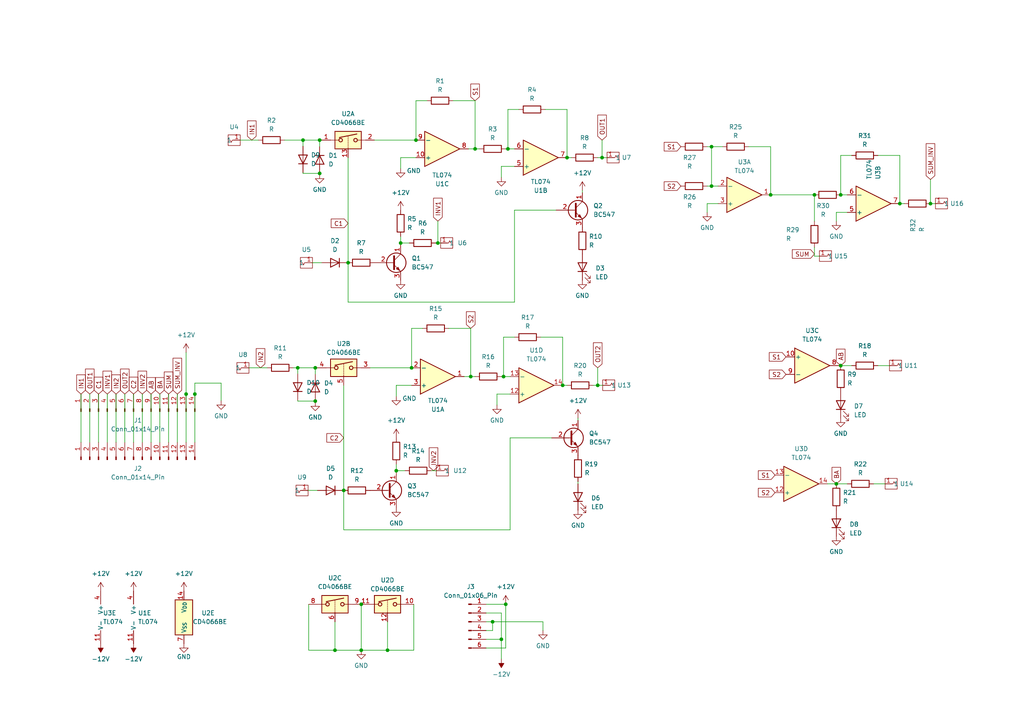
<source format=kicad_sch>
(kicad_sch (version 20230121) (generator eeschema)

  (uuid 90a55c3a-f87a-40e0-94bc-a68af32d8a27)

  (paper "A4")

  (lib_symbols
    (symbol "Amplifier_Operational:TL074" (pin_names (offset 0.127)) (in_bom yes) (on_board yes)
      (property "Reference" "U" (at 0 5.08 0)
        (effects (font (size 1.27 1.27)) (justify left))
      )
      (property "Value" "TL074" (at 0 -5.08 0)
        (effects (font (size 1.27 1.27)) (justify left))
      )
      (property "Footprint" "" (at -1.27 2.54 0)
        (effects (font (size 1.27 1.27)) hide)
      )
      (property "Datasheet" "http://www.ti.com/lit/ds/symlink/tl071.pdf" (at 1.27 5.08 0)
        (effects (font (size 1.27 1.27)) hide)
      )
      (property "ki_locked" "" (at 0 0 0)
        (effects (font (size 1.27 1.27)))
      )
      (property "ki_keywords" "quad opamp" (at 0 0 0)
        (effects (font (size 1.27 1.27)) hide)
      )
      (property "ki_description" "Quad Low-Noise JFET-Input Operational Amplifiers, DIP-14/SOIC-14" (at 0 0 0)
        (effects (font (size 1.27 1.27)) hide)
      )
      (property "ki_fp_filters" "SOIC*3.9x8.7mm*P1.27mm* DIP*W7.62mm* TSSOP*4.4x5mm*P0.65mm* SSOP*5.3x6.2mm*P0.65mm* MSOP*3x3mm*P0.5mm*" (at 0 0 0)
        (effects (font (size 1.27 1.27)) hide)
      )
      (symbol "TL074_1_1"
        (polyline
          (pts
            (xy -5.08 5.08)
            (xy 5.08 0)
            (xy -5.08 -5.08)
            (xy -5.08 5.08)
          )
          (stroke (width 0.254) (type default))
          (fill (type background))
        )
        (pin output line (at 7.62 0 180) (length 2.54)
          (name "~" (effects (font (size 1.27 1.27))))
          (number "1" (effects (font (size 1.27 1.27))))
        )
        (pin input line (at -7.62 -2.54 0) (length 2.54)
          (name "-" (effects (font (size 1.27 1.27))))
          (number "2" (effects (font (size 1.27 1.27))))
        )
        (pin input line (at -7.62 2.54 0) (length 2.54)
          (name "+" (effects (font (size 1.27 1.27))))
          (number "3" (effects (font (size 1.27 1.27))))
        )
      )
      (symbol "TL074_2_1"
        (polyline
          (pts
            (xy -5.08 5.08)
            (xy 5.08 0)
            (xy -5.08 -5.08)
            (xy -5.08 5.08)
          )
          (stroke (width 0.254) (type default))
          (fill (type background))
        )
        (pin input line (at -7.62 2.54 0) (length 2.54)
          (name "+" (effects (font (size 1.27 1.27))))
          (number "5" (effects (font (size 1.27 1.27))))
        )
        (pin input line (at -7.62 -2.54 0) (length 2.54)
          (name "-" (effects (font (size 1.27 1.27))))
          (number "6" (effects (font (size 1.27 1.27))))
        )
        (pin output line (at 7.62 0 180) (length 2.54)
          (name "~" (effects (font (size 1.27 1.27))))
          (number "7" (effects (font (size 1.27 1.27))))
        )
      )
      (symbol "TL074_3_1"
        (polyline
          (pts
            (xy -5.08 5.08)
            (xy 5.08 0)
            (xy -5.08 -5.08)
            (xy -5.08 5.08)
          )
          (stroke (width 0.254) (type default))
          (fill (type background))
        )
        (pin input line (at -7.62 2.54 0) (length 2.54)
          (name "+" (effects (font (size 1.27 1.27))))
          (number "10" (effects (font (size 1.27 1.27))))
        )
        (pin output line (at 7.62 0 180) (length 2.54)
          (name "~" (effects (font (size 1.27 1.27))))
          (number "8" (effects (font (size 1.27 1.27))))
        )
        (pin input line (at -7.62 -2.54 0) (length 2.54)
          (name "-" (effects (font (size 1.27 1.27))))
          (number "9" (effects (font (size 1.27 1.27))))
        )
      )
      (symbol "TL074_4_1"
        (polyline
          (pts
            (xy -5.08 5.08)
            (xy 5.08 0)
            (xy -5.08 -5.08)
            (xy -5.08 5.08)
          )
          (stroke (width 0.254) (type default))
          (fill (type background))
        )
        (pin input line (at -7.62 2.54 0) (length 2.54)
          (name "+" (effects (font (size 1.27 1.27))))
          (number "12" (effects (font (size 1.27 1.27))))
        )
        (pin input line (at -7.62 -2.54 0) (length 2.54)
          (name "-" (effects (font (size 1.27 1.27))))
          (number "13" (effects (font (size 1.27 1.27))))
        )
        (pin output line (at 7.62 0 180) (length 2.54)
          (name "~" (effects (font (size 1.27 1.27))))
          (number "14" (effects (font (size 1.27 1.27))))
        )
      )
      (symbol "TL074_5_1"
        (pin power_in line (at -2.54 -7.62 90) (length 3.81)
          (name "V-" (effects (font (size 1.27 1.27))))
          (number "11" (effects (font (size 1.27 1.27))))
        )
        (pin power_in line (at -2.54 7.62 270) (length 3.81)
          (name "V+" (effects (font (size 1.27 1.27))))
          (number "4" (effects (font (size 1.27 1.27))))
        )
      )
    )
    (symbol "Analog_Switch:CD4066BE" (in_bom yes) (on_board yes)
      (property "Reference" "U" (at -5.08 3.81 0)
        (effects (font (size 1.27 1.27)))
      )
      (property "Value" "CD4066BE" (at 7.62 3.81 0)
        (effects (font (size 1.27 1.27)))
      )
      (property "Footprint" "Package_DIP:DIP-14_W7.62mm" (at 0 -2.54 0)
        (effects (font (size 1.27 1.27)) hide)
      )
      (property "Datasheet" "https://www.ti.com/lit/ds/symlink/cd4066b.pdf" (at 0 0 0)
        (effects (font (size 1.27 1.27)) hide)
      )
      (property "ki_locked" "" (at 0 0 0)
        (effects (font (size 1.27 1.27)))
      )
      (property "ki_keywords" "analog switch selector multiplexer spst mux amux" (at 0 0 0)
        (effects (font (size 1.27 1.27)) hide)
      )
      (property "ki_description" "Quad 20V analog SPST 1:1 switch, DIP-14" (at 0 0 0)
        (effects (font (size 1.27 1.27)) hide)
      )
      (property "ki_fp_filters" "DIP*W7.62*" (at 0 0 0)
        (effects (font (size 1.27 1.27)) hide)
      )
      (symbol "CD4066BE_1_1"
        (rectangle (start -3.81 2.54) (end 3.81 -2.54)
          (stroke (width 0.254) (type default))
          (fill (type background))
        )
        (circle (center -2.159 0) (radius 0.508)
          (stroke (width 0.254) (type default))
          (fill (type none))
        )
        (polyline
          (pts
            (xy -5.08 0)
            (xy -2.794 0)
          )
          (stroke (width 0) (type default))
          (fill (type none))
        )
        (polyline
          (pts
            (xy -2.54 0.762)
            (xy 2.54 1.778)
          )
          (stroke (width 0.254) (type default))
          (fill (type none))
        )
        (polyline
          (pts
            (xy 0 -2.54)
            (xy 0 -2.032)
          )
          (stroke (width 0) (type default))
          (fill (type none))
        )
        (polyline
          (pts
            (xy 0 -1.778)
            (xy 0 -1.524)
          )
          (stroke (width 0) (type default))
          (fill (type none))
        )
        (polyline
          (pts
            (xy 0 -1.27)
            (xy 0 -1.016)
          )
          (stroke (width 0) (type default))
          (fill (type none))
        )
        (polyline
          (pts
            (xy 0 -0.762)
            (xy 0 -0.508)
          )
          (stroke (width 0) (type default))
          (fill (type none))
        )
        (polyline
          (pts
            (xy 0 -0.254)
            (xy 0 0)
          )
          (stroke (width 0) (type default))
          (fill (type none))
        )
        (polyline
          (pts
            (xy 0 0.254)
            (xy 0 0.508)
          )
          (stroke (width 0) (type default))
          (fill (type none))
        )
        (polyline
          (pts
            (xy 0 0.762)
            (xy 0 1.016)
          )
          (stroke (width 0) (type default))
          (fill (type none))
        )
        (polyline
          (pts
            (xy 5.08 0)
            (xy 2.794 0)
          )
          (stroke (width 0) (type default))
          (fill (type none))
        )
        (circle (center 2.159 0) (radius 0.508)
          (stroke (width 0.254) (type default))
          (fill (type none))
        )
        (pin bidirectional line (at -7.62 0 0) (length 2.54)
          (name "~" (effects (font (size 1.27 1.27))))
          (number "1" (effects (font (size 1.27 1.27))))
        )
        (pin input line (at 0 -5.08 90) (length 2.54)
          (name "~" (effects (font (size 1.27 1.27))))
          (number "13" (effects (font (size 1.27 1.27))))
        )
        (pin bidirectional line (at 7.62 0 180) (length 2.54)
          (name "~" (effects (font (size 1.27 1.27))))
          (number "2" (effects (font (size 1.27 1.27))))
        )
      )
      (symbol "CD4066BE_2_1"
        (rectangle (start -3.81 2.54) (end 3.81 -2.54)
          (stroke (width 0.254) (type default))
          (fill (type background))
        )
        (circle (center -2.159 0) (radius 0.508)
          (stroke (width 0.254) (type default))
          (fill (type none))
        )
        (polyline
          (pts
            (xy -5.08 0)
            (xy -2.794 0)
          )
          (stroke (width 0) (type default))
          (fill (type none))
        )
        (polyline
          (pts
            (xy -2.54 0.762)
            (xy 2.54 1.778)
          )
          (stroke (width 0.254) (type default))
          (fill (type none))
        )
        (polyline
          (pts
            (xy 0 -2.54)
            (xy 0 -2.032)
          )
          (stroke (width 0) (type default))
          (fill (type none))
        )
        (polyline
          (pts
            (xy 0 -1.778)
            (xy 0 -1.524)
          )
          (stroke (width 0) (type default))
          (fill (type none))
        )
        (polyline
          (pts
            (xy 0 -1.27)
            (xy 0 -1.016)
          )
          (stroke (width 0) (type default))
          (fill (type none))
        )
        (polyline
          (pts
            (xy 0 -0.762)
            (xy 0 -0.508)
          )
          (stroke (width 0) (type default))
          (fill (type none))
        )
        (polyline
          (pts
            (xy 0 -0.254)
            (xy 0 0)
          )
          (stroke (width 0) (type default))
          (fill (type none))
        )
        (polyline
          (pts
            (xy 0 0.254)
            (xy 0 0.508)
          )
          (stroke (width 0) (type default))
          (fill (type none))
        )
        (polyline
          (pts
            (xy 0 0.762)
            (xy 0 1.016)
          )
          (stroke (width 0) (type default))
          (fill (type none))
        )
        (polyline
          (pts
            (xy 5.08 0)
            (xy 2.794 0)
          )
          (stroke (width 0) (type default))
          (fill (type none))
        )
        (circle (center 2.159 0) (radius 0.508)
          (stroke (width 0.254) (type default))
          (fill (type none))
        )
        (pin bidirectional line (at 7.62 0 180) (length 2.54)
          (name "~" (effects (font (size 1.27 1.27))))
          (number "3" (effects (font (size 1.27 1.27))))
        )
        (pin bidirectional line (at -7.62 0 0) (length 2.54)
          (name "~" (effects (font (size 1.27 1.27))))
          (number "4" (effects (font (size 1.27 1.27))))
        )
        (pin input line (at 0 -5.08 90) (length 2.54)
          (name "~" (effects (font (size 1.27 1.27))))
          (number "5" (effects (font (size 1.27 1.27))))
        )
      )
      (symbol "CD4066BE_3_1"
        (rectangle (start -3.81 2.54) (end 3.81 -2.54)
          (stroke (width 0.254) (type default))
          (fill (type background))
        )
        (circle (center -2.159 0) (radius 0.508)
          (stroke (width 0.254) (type default))
          (fill (type none))
        )
        (polyline
          (pts
            (xy -5.08 0)
            (xy -2.794 0)
          )
          (stroke (width 0) (type default))
          (fill (type none))
        )
        (polyline
          (pts
            (xy -2.54 0.762)
            (xy 2.54 1.778)
          )
          (stroke (width 0.254) (type default))
          (fill (type none))
        )
        (polyline
          (pts
            (xy 0 -2.54)
            (xy 0 -2.032)
          )
          (stroke (width 0) (type default))
          (fill (type none))
        )
        (polyline
          (pts
            (xy 0 -1.778)
            (xy 0 -1.524)
          )
          (stroke (width 0) (type default))
          (fill (type none))
        )
        (polyline
          (pts
            (xy 0 -1.27)
            (xy 0 -1.016)
          )
          (stroke (width 0) (type default))
          (fill (type none))
        )
        (polyline
          (pts
            (xy 0 -0.762)
            (xy 0 -0.508)
          )
          (stroke (width 0) (type default))
          (fill (type none))
        )
        (polyline
          (pts
            (xy 0 -0.254)
            (xy 0 0)
          )
          (stroke (width 0) (type default))
          (fill (type none))
        )
        (polyline
          (pts
            (xy 0 0.254)
            (xy 0 0.508)
          )
          (stroke (width 0) (type default))
          (fill (type none))
        )
        (polyline
          (pts
            (xy 0 0.762)
            (xy 0 1.016)
          )
          (stroke (width 0) (type default))
          (fill (type none))
        )
        (polyline
          (pts
            (xy 5.08 0)
            (xy 2.794 0)
          )
          (stroke (width 0) (type default))
          (fill (type none))
        )
        (circle (center 2.159 0) (radius 0.508)
          (stroke (width 0.254) (type default))
          (fill (type none))
        )
        (pin input line (at 0 -5.08 90) (length 2.54)
          (name "~" (effects (font (size 1.27 1.27))))
          (number "6" (effects (font (size 1.27 1.27))))
        )
        (pin bidirectional line (at -7.62 0 0) (length 2.54)
          (name "~" (effects (font (size 1.27 1.27))))
          (number "8" (effects (font (size 1.27 1.27))))
        )
        (pin bidirectional line (at 7.62 0 180) (length 2.54)
          (name "~" (effects (font (size 1.27 1.27))))
          (number "9" (effects (font (size 1.27 1.27))))
        )
      )
      (symbol "CD4066BE_4_1"
        (rectangle (start -3.81 2.54) (end 3.81 -2.54)
          (stroke (width 0.254) (type default))
          (fill (type background))
        )
        (circle (center -2.159 0) (radius 0.508)
          (stroke (width 0.254) (type default))
          (fill (type none))
        )
        (polyline
          (pts
            (xy -5.08 0)
            (xy -2.794 0)
          )
          (stroke (width 0) (type default))
          (fill (type none))
        )
        (polyline
          (pts
            (xy -2.54 0.762)
            (xy 2.54 1.778)
          )
          (stroke (width 0.254) (type default))
          (fill (type none))
        )
        (polyline
          (pts
            (xy 0 -2.54)
            (xy 0 -2.032)
          )
          (stroke (width 0) (type default))
          (fill (type none))
        )
        (polyline
          (pts
            (xy 0 -1.778)
            (xy 0 -1.524)
          )
          (stroke (width 0) (type default))
          (fill (type none))
        )
        (polyline
          (pts
            (xy 0 -1.27)
            (xy 0 -1.016)
          )
          (stroke (width 0) (type default))
          (fill (type none))
        )
        (polyline
          (pts
            (xy 0 -0.762)
            (xy 0 -0.508)
          )
          (stroke (width 0) (type default))
          (fill (type none))
        )
        (polyline
          (pts
            (xy 0 -0.254)
            (xy 0 0)
          )
          (stroke (width 0) (type default))
          (fill (type none))
        )
        (polyline
          (pts
            (xy 0 0.254)
            (xy 0 0.508)
          )
          (stroke (width 0) (type default))
          (fill (type none))
        )
        (polyline
          (pts
            (xy 0 0.762)
            (xy 0 1.016)
          )
          (stroke (width 0) (type default))
          (fill (type none))
        )
        (polyline
          (pts
            (xy 5.08 0)
            (xy 2.794 0)
          )
          (stroke (width 0) (type default))
          (fill (type none))
        )
        (circle (center 2.159 0) (radius 0.508)
          (stroke (width 0.254) (type default))
          (fill (type none))
        )
        (pin bidirectional line (at 7.62 0 180) (length 2.54)
          (name "~" (effects (font (size 1.27 1.27))))
          (number "10" (effects (font (size 1.27 1.27))))
        )
        (pin bidirectional line (at -7.62 0 0) (length 2.54)
          (name "~" (effects (font (size 1.27 1.27))))
          (number "11" (effects (font (size 1.27 1.27))))
        )
        (pin input line (at 0 -5.08 90) (length 2.54)
          (name "~" (effects (font (size 1.27 1.27))))
          (number "12" (effects (font (size 1.27 1.27))))
        )
      )
      (symbol "CD4066BE_5_1"
        (rectangle (start -2.54 5.08) (end 2.54 -5.08)
          (stroke (width 0.254) (type default))
          (fill (type background))
        )
        (pin power_in line (at 0 7.62 270) (length 2.54)
          (name "V_{DD}" (effects (font (size 1.27 1.27))))
          (number "14" (effects (font (size 1.27 1.27))))
        )
        (pin power_in line (at 0 -7.62 90) (length 2.54)
          (name "V_{SS}" (effects (font (size 1.27 1.27))))
          (number "7" (effects (font (size 1.27 1.27))))
        )
      )
    )
    (symbol "Connector:Conn_01x06_Pin" (pin_names (offset 1.016) hide) (in_bom yes) (on_board yes)
      (property "Reference" "J" (at 0 7.62 0)
        (effects (font (size 1.27 1.27)))
      )
      (property "Value" "Conn_01x06_Pin" (at 0 -10.16 0)
        (effects (font (size 1.27 1.27)))
      )
      (property "Footprint" "" (at 0 0 0)
        (effects (font (size 1.27 1.27)) hide)
      )
      (property "Datasheet" "~" (at 0 0 0)
        (effects (font (size 1.27 1.27)) hide)
      )
      (property "ki_locked" "" (at 0 0 0)
        (effects (font (size 1.27 1.27)))
      )
      (property "ki_keywords" "connector" (at 0 0 0)
        (effects (font (size 1.27 1.27)) hide)
      )
      (property "ki_description" "Generic connector, single row, 01x06, script generated" (at 0 0 0)
        (effects (font (size 1.27 1.27)) hide)
      )
      (property "ki_fp_filters" "Connector*:*_1x??_*" (at 0 0 0)
        (effects (font (size 1.27 1.27)) hide)
      )
      (symbol "Conn_01x06_Pin_1_1"
        (polyline
          (pts
            (xy 1.27 -7.62)
            (xy 0.8636 -7.62)
          )
          (stroke (width 0.1524) (type default))
          (fill (type none))
        )
        (polyline
          (pts
            (xy 1.27 -5.08)
            (xy 0.8636 -5.08)
          )
          (stroke (width 0.1524) (type default))
          (fill (type none))
        )
        (polyline
          (pts
            (xy 1.27 -2.54)
            (xy 0.8636 -2.54)
          )
          (stroke (width 0.1524) (type default))
          (fill (type none))
        )
        (polyline
          (pts
            (xy 1.27 0)
            (xy 0.8636 0)
          )
          (stroke (width 0.1524) (type default))
          (fill (type none))
        )
        (polyline
          (pts
            (xy 1.27 2.54)
            (xy 0.8636 2.54)
          )
          (stroke (width 0.1524) (type default))
          (fill (type none))
        )
        (polyline
          (pts
            (xy 1.27 5.08)
            (xy 0.8636 5.08)
          )
          (stroke (width 0.1524) (type default))
          (fill (type none))
        )
        (rectangle (start 0.8636 -7.493) (end 0 -7.747)
          (stroke (width 0.1524) (type default))
          (fill (type outline))
        )
        (rectangle (start 0.8636 -4.953) (end 0 -5.207)
          (stroke (width 0.1524) (type default))
          (fill (type outline))
        )
        (rectangle (start 0.8636 -2.413) (end 0 -2.667)
          (stroke (width 0.1524) (type default))
          (fill (type outline))
        )
        (rectangle (start 0.8636 0.127) (end 0 -0.127)
          (stroke (width 0.1524) (type default))
          (fill (type outline))
        )
        (rectangle (start 0.8636 2.667) (end 0 2.413)
          (stroke (width 0.1524) (type default))
          (fill (type outline))
        )
        (rectangle (start 0.8636 5.207) (end 0 4.953)
          (stroke (width 0.1524) (type default))
          (fill (type outline))
        )
        (pin passive line (at 5.08 5.08 180) (length 3.81)
          (name "Pin_1" (effects (font (size 1.27 1.27))))
          (number "1" (effects (font (size 1.27 1.27))))
        )
        (pin passive line (at 5.08 2.54 180) (length 3.81)
          (name "Pin_2" (effects (font (size 1.27 1.27))))
          (number "2" (effects (font (size 1.27 1.27))))
        )
        (pin passive line (at 5.08 0 180) (length 3.81)
          (name "Pin_3" (effects (font (size 1.27 1.27))))
          (number "3" (effects (font (size 1.27 1.27))))
        )
        (pin passive line (at 5.08 -2.54 180) (length 3.81)
          (name "Pin_4" (effects (font (size 1.27 1.27))))
          (number "4" (effects (font (size 1.27 1.27))))
        )
        (pin passive line (at 5.08 -5.08 180) (length 3.81)
          (name "Pin_5" (effects (font (size 1.27 1.27))))
          (number "5" (effects (font (size 1.27 1.27))))
        )
        (pin passive line (at 5.08 -7.62 180) (length 3.81)
          (name "Pin_6" (effects (font (size 1.27 1.27))))
          (number "6" (effects (font (size 1.27 1.27))))
        )
      )
    )
    (symbol "Connector:Conn_01x14_Pin" (pin_names (offset 1.016) hide) (in_bom yes) (on_board yes)
      (property "Reference" "J" (at 0 17.78 0)
        (effects (font (size 1.27 1.27)))
      )
      (property "Value" "Conn_01x14_Pin" (at 0 -20.32 0)
        (effects (font (size 1.27 1.27)))
      )
      (property "Footprint" "" (at 0 0 0)
        (effects (font (size 1.27 1.27)) hide)
      )
      (property "Datasheet" "~" (at 0 0 0)
        (effects (font (size 1.27 1.27)) hide)
      )
      (property "ki_locked" "" (at 0 0 0)
        (effects (font (size 1.27 1.27)))
      )
      (property "ki_keywords" "connector" (at 0 0 0)
        (effects (font (size 1.27 1.27)) hide)
      )
      (property "ki_description" "Generic connector, single row, 01x14, script generated" (at 0 0 0)
        (effects (font (size 1.27 1.27)) hide)
      )
      (property "ki_fp_filters" "Connector*:*_1x??_*" (at 0 0 0)
        (effects (font (size 1.27 1.27)) hide)
      )
      (symbol "Conn_01x14_Pin_1_1"
        (polyline
          (pts
            (xy 1.27 -17.78)
            (xy 0.8636 -17.78)
          )
          (stroke (width 0.1524) (type default))
          (fill (type none))
        )
        (polyline
          (pts
            (xy 1.27 -15.24)
            (xy 0.8636 -15.24)
          )
          (stroke (width 0.1524) (type default))
          (fill (type none))
        )
        (polyline
          (pts
            (xy 1.27 -12.7)
            (xy 0.8636 -12.7)
          )
          (stroke (width 0.1524) (type default))
          (fill (type none))
        )
        (polyline
          (pts
            (xy 1.27 -10.16)
            (xy 0.8636 -10.16)
          )
          (stroke (width 0.1524) (type default))
          (fill (type none))
        )
        (polyline
          (pts
            (xy 1.27 -7.62)
            (xy 0.8636 -7.62)
          )
          (stroke (width 0.1524) (type default))
          (fill (type none))
        )
        (polyline
          (pts
            (xy 1.27 -5.08)
            (xy 0.8636 -5.08)
          )
          (stroke (width 0.1524) (type default))
          (fill (type none))
        )
        (polyline
          (pts
            (xy 1.27 -2.54)
            (xy 0.8636 -2.54)
          )
          (stroke (width 0.1524) (type default))
          (fill (type none))
        )
        (polyline
          (pts
            (xy 1.27 0)
            (xy 0.8636 0)
          )
          (stroke (width 0.1524) (type default))
          (fill (type none))
        )
        (polyline
          (pts
            (xy 1.27 2.54)
            (xy 0.8636 2.54)
          )
          (stroke (width 0.1524) (type default))
          (fill (type none))
        )
        (polyline
          (pts
            (xy 1.27 5.08)
            (xy 0.8636 5.08)
          )
          (stroke (width 0.1524) (type default))
          (fill (type none))
        )
        (polyline
          (pts
            (xy 1.27 7.62)
            (xy 0.8636 7.62)
          )
          (stroke (width 0.1524) (type default))
          (fill (type none))
        )
        (polyline
          (pts
            (xy 1.27 10.16)
            (xy 0.8636 10.16)
          )
          (stroke (width 0.1524) (type default))
          (fill (type none))
        )
        (polyline
          (pts
            (xy 1.27 12.7)
            (xy 0.8636 12.7)
          )
          (stroke (width 0.1524) (type default))
          (fill (type none))
        )
        (polyline
          (pts
            (xy 1.27 15.24)
            (xy 0.8636 15.24)
          )
          (stroke (width 0.1524) (type default))
          (fill (type none))
        )
        (rectangle (start 0.8636 -17.653) (end 0 -17.907)
          (stroke (width 0.1524) (type default))
          (fill (type outline))
        )
        (rectangle (start 0.8636 -15.113) (end 0 -15.367)
          (stroke (width 0.1524) (type default))
          (fill (type outline))
        )
        (rectangle (start 0.8636 -12.573) (end 0 -12.827)
          (stroke (width 0.1524) (type default))
          (fill (type outline))
        )
        (rectangle (start 0.8636 -10.033) (end 0 -10.287)
          (stroke (width 0.1524) (type default))
          (fill (type outline))
        )
        (rectangle (start 0.8636 -7.493) (end 0 -7.747)
          (stroke (width 0.1524) (type default))
          (fill (type outline))
        )
        (rectangle (start 0.8636 -4.953) (end 0 -5.207)
          (stroke (width 0.1524) (type default))
          (fill (type outline))
        )
        (rectangle (start 0.8636 -2.413) (end 0 -2.667)
          (stroke (width 0.1524) (type default))
          (fill (type outline))
        )
        (rectangle (start 0.8636 0.127) (end 0 -0.127)
          (stroke (width 0.1524) (type default))
          (fill (type outline))
        )
        (rectangle (start 0.8636 2.667) (end 0 2.413)
          (stroke (width 0.1524) (type default))
          (fill (type outline))
        )
        (rectangle (start 0.8636 5.207) (end 0 4.953)
          (stroke (width 0.1524) (type default))
          (fill (type outline))
        )
        (rectangle (start 0.8636 7.747) (end 0 7.493)
          (stroke (width 0.1524) (type default))
          (fill (type outline))
        )
        (rectangle (start 0.8636 10.287) (end 0 10.033)
          (stroke (width 0.1524) (type default))
          (fill (type outline))
        )
        (rectangle (start 0.8636 12.827) (end 0 12.573)
          (stroke (width 0.1524) (type default))
          (fill (type outline))
        )
        (rectangle (start 0.8636 15.367) (end 0 15.113)
          (stroke (width 0.1524) (type default))
          (fill (type outline))
        )
        (pin passive line (at 5.08 15.24 180) (length 3.81)
          (name "Pin_1" (effects (font (size 1.27 1.27))))
          (number "1" (effects (font (size 1.27 1.27))))
        )
        (pin passive line (at 5.08 -7.62 180) (length 3.81)
          (name "Pin_10" (effects (font (size 1.27 1.27))))
          (number "10" (effects (font (size 1.27 1.27))))
        )
        (pin passive line (at 5.08 -10.16 180) (length 3.81)
          (name "Pin_11" (effects (font (size 1.27 1.27))))
          (number "11" (effects (font (size 1.27 1.27))))
        )
        (pin passive line (at 5.08 -12.7 180) (length 3.81)
          (name "Pin_12" (effects (font (size 1.27 1.27))))
          (number "12" (effects (font (size 1.27 1.27))))
        )
        (pin passive line (at 5.08 -15.24 180) (length 3.81)
          (name "Pin_13" (effects (font (size 1.27 1.27))))
          (number "13" (effects (font (size 1.27 1.27))))
        )
        (pin passive line (at 5.08 -17.78 180) (length 3.81)
          (name "Pin_14" (effects (font (size 1.27 1.27))))
          (number "14" (effects (font (size 1.27 1.27))))
        )
        (pin passive line (at 5.08 12.7 180) (length 3.81)
          (name "Pin_2" (effects (font (size 1.27 1.27))))
          (number "2" (effects (font (size 1.27 1.27))))
        )
        (pin passive line (at 5.08 10.16 180) (length 3.81)
          (name "Pin_3" (effects (font (size 1.27 1.27))))
          (number "3" (effects (font (size 1.27 1.27))))
        )
        (pin passive line (at 5.08 7.62 180) (length 3.81)
          (name "Pin_4" (effects (font (size 1.27 1.27))))
          (number "4" (effects (font (size 1.27 1.27))))
        )
        (pin passive line (at 5.08 5.08 180) (length 3.81)
          (name "Pin_5" (effects (font (size 1.27 1.27))))
          (number "5" (effects (font (size 1.27 1.27))))
        )
        (pin passive line (at 5.08 2.54 180) (length 3.81)
          (name "Pin_6" (effects (font (size 1.27 1.27))))
          (number "6" (effects (font (size 1.27 1.27))))
        )
        (pin passive line (at 5.08 0 180) (length 3.81)
          (name "Pin_7" (effects (font (size 1.27 1.27))))
          (number "7" (effects (font (size 1.27 1.27))))
        )
        (pin passive line (at 5.08 -2.54 180) (length 3.81)
          (name "Pin_8" (effects (font (size 1.27 1.27))))
          (number "8" (effects (font (size 1.27 1.27))))
        )
        (pin passive line (at 5.08 -5.08 180) (length 3.81)
          (name "Pin_9" (effects (font (size 1.27 1.27))))
          (number "9" (effects (font (size 1.27 1.27))))
        )
      )
    )
    (symbol "Device:D" (pin_numbers hide) (pin_names (offset 1.016) hide) (in_bom yes) (on_board yes)
      (property "Reference" "D" (at 0 2.54 0)
        (effects (font (size 1.27 1.27)))
      )
      (property "Value" "D" (at 0 -2.54 0)
        (effects (font (size 1.27 1.27)))
      )
      (property "Footprint" "" (at 0 0 0)
        (effects (font (size 1.27 1.27)) hide)
      )
      (property "Datasheet" "~" (at 0 0 0)
        (effects (font (size 1.27 1.27)) hide)
      )
      (property "Sim.Device" "D" (at 0 0 0)
        (effects (font (size 1.27 1.27)) hide)
      )
      (property "Sim.Pins" "1=K 2=A" (at 0 0 0)
        (effects (font (size 1.27 1.27)) hide)
      )
      (property "ki_keywords" "diode" (at 0 0 0)
        (effects (font (size 1.27 1.27)) hide)
      )
      (property "ki_description" "Diode" (at 0 0 0)
        (effects (font (size 1.27 1.27)) hide)
      )
      (property "ki_fp_filters" "TO-???* *_Diode_* *SingleDiode* D_*" (at 0 0 0)
        (effects (font (size 1.27 1.27)) hide)
      )
      (symbol "D_0_1"
        (polyline
          (pts
            (xy -1.27 1.27)
            (xy -1.27 -1.27)
          )
          (stroke (width 0.254) (type default))
          (fill (type none))
        )
        (polyline
          (pts
            (xy 1.27 0)
            (xy -1.27 0)
          )
          (stroke (width 0) (type default))
          (fill (type none))
        )
        (polyline
          (pts
            (xy 1.27 1.27)
            (xy 1.27 -1.27)
            (xy -1.27 0)
            (xy 1.27 1.27)
          )
          (stroke (width 0.254) (type default))
          (fill (type none))
        )
      )
      (symbol "D_1_1"
        (pin passive line (at -3.81 0 0) (length 2.54)
          (name "K" (effects (font (size 1.27 1.27))))
          (number "1" (effects (font (size 1.27 1.27))))
        )
        (pin passive line (at 3.81 0 180) (length 2.54)
          (name "A" (effects (font (size 1.27 1.27))))
          (number "2" (effects (font (size 1.27 1.27))))
        )
      )
    )
    (symbol "Device:LED" (pin_numbers hide) (pin_names (offset 1.016) hide) (in_bom yes) (on_board yes)
      (property "Reference" "D" (at 0 2.54 0)
        (effects (font (size 1.27 1.27)))
      )
      (property "Value" "LED" (at 0 -2.54 0)
        (effects (font (size 1.27 1.27)))
      )
      (property "Footprint" "" (at 0 0 0)
        (effects (font (size 1.27 1.27)) hide)
      )
      (property "Datasheet" "~" (at 0 0 0)
        (effects (font (size 1.27 1.27)) hide)
      )
      (property "ki_keywords" "LED diode" (at 0 0 0)
        (effects (font (size 1.27 1.27)) hide)
      )
      (property "ki_description" "Light emitting diode" (at 0 0 0)
        (effects (font (size 1.27 1.27)) hide)
      )
      (property "ki_fp_filters" "LED* LED_SMD:* LED_THT:*" (at 0 0 0)
        (effects (font (size 1.27 1.27)) hide)
      )
      (symbol "LED_0_1"
        (polyline
          (pts
            (xy -1.27 -1.27)
            (xy -1.27 1.27)
          )
          (stroke (width 0.254) (type default))
          (fill (type none))
        )
        (polyline
          (pts
            (xy -1.27 0)
            (xy 1.27 0)
          )
          (stroke (width 0) (type default))
          (fill (type none))
        )
        (polyline
          (pts
            (xy 1.27 -1.27)
            (xy 1.27 1.27)
            (xy -1.27 0)
            (xy 1.27 -1.27)
          )
          (stroke (width 0.254) (type default))
          (fill (type none))
        )
        (polyline
          (pts
            (xy -3.048 -0.762)
            (xy -4.572 -2.286)
            (xy -3.81 -2.286)
            (xy -4.572 -2.286)
            (xy -4.572 -1.524)
          )
          (stroke (width 0) (type default))
          (fill (type none))
        )
        (polyline
          (pts
            (xy -1.778 -0.762)
            (xy -3.302 -2.286)
            (xy -2.54 -2.286)
            (xy -3.302 -2.286)
            (xy -3.302 -1.524)
          )
          (stroke (width 0) (type default))
          (fill (type none))
        )
      )
      (symbol "LED_1_1"
        (pin passive line (at -3.81 0 0) (length 2.54)
          (name "K" (effects (font (size 1.27 1.27))))
          (number "1" (effects (font (size 1.27 1.27))))
        )
        (pin passive line (at 3.81 0 180) (length 2.54)
          (name "A" (effects (font (size 1.27 1.27))))
          (number "2" (effects (font (size 1.27 1.27))))
        )
      )
    )
    (symbol "Device:R" (pin_numbers hide) (pin_names (offset 0)) (in_bom yes) (on_board yes)
      (property "Reference" "R" (at 2.032 0 90)
        (effects (font (size 1.27 1.27)))
      )
      (property "Value" "R" (at 0 0 90)
        (effects (font (size 1.27 1.27)))
      )
      (property "Footprint" "" (at -1.778 0 90)
        (effects (font (size 1.27 1.27)) hide)
      )
      (property "Datasheet" "~" (at 0 0 0)
        (effects (font (size 1.27 1.27)) hide)
      )
      (property "ki_keywords" "R res resistor" (at 0 0 0)
        (effects (font (size 1.27 1.27)) hide)
      )
      (property "ki_description" "Resistor" (at 0 0 0)
        (effects (font (size 1.27 1.27)) hide)
      )
      (property "ki_fp_filters" "R_*" (at 0 0 0)
        (effects (font (size 1.27 1.27)) hide)
      )
      (symbol "R_0_1"
        (rectangle (start -1.016 -2.54) (end 1.016 2.54)
          (stroke (width 0.254) (type default))
          (fill (type none))
        )
      )
      (symbol "R_1_1"
        (pin passive line (at 0 3.81 270) (length 1.27)
          (name "~" (effects (font (size 1.27 1.27))))
          (number "1" (effects (font (size 1.27 1.27))))
        )
        (pin passive line (at 0 -3.81 90) (length 1.27)
          (name "~" (effects (font (size 1.27 1.27))))
          (number "2" (effects (font (size 1.27 1.27))))
        )
      )
    )
    (symbol "HEJ:Aux_flush" (in_bom yes) (on_board yes)
      (property "Reference" "U" (at -0.0508 5.3848 0)
        (effects (font (size 1.27 1.27)))
      )
      (property "Value" "Aux_flush" (at 0 3.5052 0)
        (effects (font (size 1.27 1.27)) hide)
      )
      (property "Footprint" "" (at 0 0 0)
        (effects (font (size 1.27 1.27)) hide)
      )
      (property "Datasheet" "" (at 0 0 0)
        (effects (font (size 1.27 1.27)) hide)
      )
      (symbol "Aux_flush_0_1"
        (rectangle (start -1.778 1.524) (end 1.7272 -1.5748)
          (stroke (width 0) (type default))
          (fill (type none))
        )
        (polyline
          (pts
            (xy -1.2192 0.0508)
            (xy -0.8636 -0.6604)
            (xy -0.5588 0)
            (xy 1.6764 0)
          )
          (stroke (width 0) (type default))
          (fill (type none))
        )
      )
      (symbol "Aux_flush_1_1"
        (pin bidirectional line (at 1.7272 0 180) (length 2)
          (name "1" (effects (font (size 1.27 1.27))))
          (number "1" (effects (font (size 1.27 1.27))))
        )
      )
    )
    (symbol "Transistor_BJT:BC547" (pin_names (offset 0) hide) (in_bom yes) (on_board yes)
      (property "Reference" "Q" (at 5.08 1.905 0)
        (effects (font (size 1.27 1.27)) (justify left))
      )
      (property "Value" "BC547" (at 5.08 0 0)
        (effects (font (size 1.27 1.27)) (justify left))
      )
      (property "Footprint" "Package_TO_SOT_THT:TO-92_Inline" (at 5.08 -1.905 0)
        (effects (font (size 1.27 1.27) italic) (justify left) hide)
      )
      (property "Datasheet" "https://www.onsemi.com/pub/Collateral/BC550-D.pdf" (at 0 0 0)
        (effects (font (size 1.27 1.27)) (justify left) hide)
      )
      (property "ki_keywords" "NPN Transistor" (at 0 0 0)
        (effects (font (size 1.27 1.27)) hide)
      )
      (property "ki_description" "0.1A Ic, 45V Vce, Small Signal NPN Transistor, TO-92" (at 0 0 0)
        (effects (font (size 1.27 1.27)) hide)
      )
      (property "ki_fp_filters" "TO?92*" (at 0 0 0)
        (effects (font (size 1.27 1.27)) hide)
      )
      (symbol "BC547_0_1"
        (polyline
          (pts
            (xy 0 0)
            (xy 0.635 0)
          )
          (stroke (width 0) (type default))
          (fill (type none))
        )
        (polyline
          (pts
            (xy 0.635 0.635)
            (xy 2.54 2.54)
          )
          (stroke (width 0) (type default))
          (fill (type none))
        )
        (polyline
          (pts
            (xy 0.635 -0.635)
            (xy 2.54 -2.54)
            (xy 2.54 -2.54)
          )
          (stroke (width 0) (type default))
          (fill (type none))
        )
        (polyline
          (pts
            (xy 0.635 1.905)
            (xy 0.635 -1.905)
            (xy 0.635 -1.905)
          )
          (stroke (width 0.508) (type default))
          (fill (type none))
        )
        (polyline
          (pts
            (xy 1.27 -1.778)
            (xy 1.778 -1.27)
            (xy 2.286 -2.286)
            (xy 1.27 -1.778)
            (xy 1.27 -1.778)
          )
          (stroke (width 0) (type default))
          (fill (type outline))
        )
        (circle (center 1.27 0) (radius 2.8194)
          (stroke (width 0.254) (type default))
          (fill (type none))
        )
      )
      (symbol "BC547_1_1"
        (pin passive line (at 2.54 5.08 270) (length 2.54)
          (name "C" (effects (font (size 1.27 1.27))))
          (number "1" (effects (font (size 1.27 1.27))))
        )
        (pin input line (at -5.08 0 0) (length 5.08)
          (name "B" (effects (font (size 1.27 1.27))))
          (number "2" (effects (font (size 1.27 1.27))))
        )
        (pin passive line (at 2.54 -5.08 90) (length 2.54)
          (name "E" (effects (font (size 1.27 1.27))))
          (number "3" (effects (font (size 1.27 1.27))))
        )
      )
    )
    (symbol "power:+12V" (power) (pin_names (offset 0)) (in_bom yes) (on_board yes)
      (property "Reference" "#PWR" (at 0 -3.81 0)
        (effects (font (size 1.27 1.27)) hide)
      )
      (property "Value" "+12V" (at 0 3.556 0)
        (effects (font (size 1.27 1.27)))
      )
      (property "Footprint" "" (at 0 0 0)
        (effects (font (size 1.27 1.27)) hide)
      )
      (property "Datasheet" "" (at 0 0 0)
        (effects (font (size 1.27 1.27)) hide)
      )
      (property "ki_keywords" "global power" (at 0 0 0)
        (effects (font (size 1.27 1.27)) hide)
      )
      (property "ki_description" "Power symbol creates a global label with name \"+12V\"" (at 0 0 0)
        (effects (font (size 1.27 1.27)) hide)
      )
      (symbol "+12V_0_1"
        (polyline
          (pts
            (xy -0.762 1.27)
            (xy 0 2.54)
          )
          (stroke (width 0) (type default))
          (fill (type none))
        )
        (polyline
          (pts
            (xy 0 0)
            (xy 0 2.54)
          )
          (stroke (width 0) (type default))
          (fill (type none))
        )
        (polyline
          (pts
            (xy 0 2.54)
            (xy 0.762 1.27)
          )
          (stroke (width 0) (type default))
          (fill (type none))
        )
      )
      (symbol "+12V_1_1"
        (pin power_in line (at 0 0 90) (length 0) hide
          (name "+12V" (effects (font (size 1.27 1.27))))
          (number "1" (effects (font (size 1.27 1.27))))
        )
      )
    )
    (symbol "power:-12V" (power) (pin_names (offset 0)) (in_bom yes) (on_board yes)
      (property "Reference" "#PWR" (at 0 2.54 0)
        (effects (font (size 1.27 1.27)) hide)
      )
      (property "Value" "-12V" (at 0 3.81 0)
        (effects (font (size 1.27 1.27)))
      )
      (property "Footprint" "" (at 0 0 0)
        (effects (font (size 1.27 1.27)) hide)
      )
      (property "Datasheet" "" (at 0 0 0)
        (effects (font (size 1.27 1.27)) hide)
      )
      (property "ki_keywords" "global power" (at 0 0 0)
        (effects (font (size 1.27 1.27)) hide)
      )
      (property "ki_description" "Power symbol creates a global label with name \"-12V\"" (at 0 0 0)
        (effects (font (size 1.27 1.27)) hide)
      )
      (symbol "-12V_0_0"
        (pin power_in line (at 0 0 90) (length 0) hide
          (name "-12V" (effects (font (size 1.27 1.27))))
          (number "1" (effects (font (size 1.27 1.27))))
        )
      )
      (symbol "-12V_0_1"
        (polyline
          (pts
            (xy 0 0)
            (xy 0 1.27)
            (xy 0.762 1.27)
            (xy 0 2.54)
            (xy -0.762 1.27)
            (xy 0 1.27)
          )
          (stroke (width 0) (type default))
          (fill (type outline))
        )
      )
    )
    (symbol "power:GND" (power) (pin_names (offset 0)) (in_bom yes) (on_board yes)
      (property "Reference" "#PWR" (at 0 -6.35 0)
        (effects (font (size 1.27 1.27)) hide)
      )
      (property "Value" "GND" (at 0 -3.81 0)
        (effects (font (size 1.27 1.27)))
      )
      (property "Footprint" "" (at 0 0 0)
        (effects (font (size 1.27 1.27)) hide)
      )
      (property "Datasheet" "" (at 0 0 0)
        (effects (font (size 1.27 1.27)) hide)
      )
      (property "ki_keywords" "global power" (at 0 0 0)
        (effects (font (size 1.27 1.27)) hide)
      )
      (property "ki_description" "Power symbol creates a global label with name \"GND\" , ground" (at 0 0 0)
        (effects (font (size 1.27 1.27)) hide)
      )
      (symbol "GND_0_1"
        (polyline
          (pts
            (xy 0 0)
            (xy 0 -1.27)
            (xy 1.27 -1.27)
            (xy 0 -2.54)
            (xy -1.27 -1.27)
            (xy 0 -1.27)
          )
          (stroke (width 0) (type default))
          (fill (type none))
        )
      )
      (symbol "GND_1_1"
        (pin power_in line (at 0 0 270) (length 0) hide
          (name "GND" (effects (font (size 1.27 1.27))))
          (number "1" (effects (font (size 1.27 1.27))))
        )
      )
    )
  )

  (junction (at 242.57 140.335) (diameter 0) (color 0 0 0 0)
    (uuid 05076029-ee05-4bdd-9cff-4884b718ebb0)
  )
  (junction (at 236.22 56.515) (diameter 0) (color 0 0 0 0)
    (uuid 1e1cfc13-d71d-48b0-9215-35517089ba01)
  )
  (junction (at 99.695 142.24) (diameter 0) (color 0 0 0 0)
    (uuid 29af9749-35a6-444b-bbda-c60195f4276e)
  )
  (junction (at 164.465 45.72) (diameter 0) (color 0 0 0 0)
    (uuid 2cc7e670-6ab1-4a56-b29b-ecb4216fa21a)
  )
  (junction (at 112.395 188.595) (diameter 0) (color 0 0 0 0)
    (uuid 30697b28-b369-47b9-9205-7650a70e5b5b)
  )
  (junction (at 86.36 106.68) (diameter 0) (color 0 0 0 0)
    (uuid 31502d61-ff92-4f88-8989-199c84afcff4)
  )
  (junction (at 147.32 43.18) (diameter 0) (color 0 0 0 0)
    (uuid 3878da19-3c5c-47fa-98c6-e33283c1720a)
  )
  (junction (at 116.205 70.485) (diameter 0) (color 0 0 0 0)
    (uuid 3d482ff9-3254-4f79-b07e-5bee86defc1e)
  )
  (junction (at 146.685 175.26) (diameter 0) (color 0 0 0 0)
    (uuid 4886b239-478e-446b-b2ea-2029df5083d6)
  )
  (junction (at 100.965 76.2) (diameter 0) (color 0 0 0 0)
    (uuid 4feb0743-5f8a-4b69-94d5-d6862516e522)
  )
  (junction (at 136.525 109.22) (diameter 0) (color 0 0 0 0)
    (uuid 6279266b-ec56-4a3c-9eb6-5914e41b5728)
  )
  (junction (at 91.44 116.332) (diameter 0) (color 0 0 0 0)
    (uuid 655e48e7-cdf7-43a2-9ace-4b0c96b0e1ac)
  )
  (junction (at 223.52 56.515) (diameter 0) (color 0 0 0 0)
    (uuid 6c211f07-e0bd-452c-9929-fafd9ad95588)
  )
  (junction (at 120.65 40.64) (diameter 0) (color 0 0 0 0)
    (uuid 8415d508-755b-4df8-9efc-73e731e296f0)
  )
  (junction (at 119.38 106.68) (diameter 0) (color 0 0 0 0)
    (uuid 85f249ff-8d4f-4db6-b06d-9939205a2b5f)
  )
  (junction (at 137.795 43.18) (diameter 0) (color 0 0 0 0)
    (uuid 889eac75-0651-4044-a475-2ac3a0d01462)
  )
  (junction (at 145.415 185.42) (diameter 0) (color 0 0 0 0)
    (uuid 8c086b98-3fc7-4347-bbd4-dee3d6560db6)
  )
  (junction (at 87.884 40.64) (diameter 0) (color 0 0 0 0)
    (uuid 8ee3c777-9de0-4134-8c4c-05bb084ad56e)
  )
  (junction (at 104.775 175.26) (diameter 0) (color 0 0 0 0)
    (uuid 90c37b56-dbba-4bdf-b2f0-58b89dd4944f)
  )
  (junction (at 127 70.485) (diameter 0) (color 0 0 0 0)
    (uuid 9e52e310-0b54-4a3e-a5e1-a26bf7560253)
  )
  (junction (at 53.975 114.3) (diameter 0) (color 0 0 0 0)
    (uuid a05ccdc7-9e1b-4997-a5a4-253db16a133f)
  )
  (junction (at 243.84 106.045) (diameter 0) (color 0 0 0 0)
    (uuid a09798c5-6fb1-495e-b13f-5c7f89d41cea)
  )
  (junction (at 92.71 50.292) (diameter 0) (color 0 0 0 0)
    (uuid a46c34f5-a68d-418f-9298-2c3cae7f1b98)
  )
  (junction (at 174.625 45.72) (diameter 0) (color 0 0 0 0)
    (uuid aa2b8667-e1ad-49ae-a427-534bce70b629)
  )
  (junction (at 142.875 180.34) (diameter 0) (color 0 0 0 0)
    (uuid b35f0fe6-4301-4e30-ac49-e03e75b91a11)
  )
  (junction (at 146.05 109.22) (diameter 0) (color 0 0 0 0)
    (uuid c2c74371-b22f-423d-91f1-389e7c2a27f8)
  )
  (junction (at 260.985 59.055) (diameter 0) (color 0 0 0 0)
    (uuid c76f3d05-109b-42d9-8f48-b73017b9c17e)
  )
  (junction (at 104.775 188.595) (diameter 0) (color 0 0 0 0)
    (uuid d09da9d3-7d58-4c98-a8cb-1347ca2534e5)
  )
  (junction (at 91.44 106.68) (diameter 0) (color 0 0 0 0)
    (uuid d28854b9-907a-4878-aae8-29aadbe0d9ea)
  )
  (junction (at 56.515 114.3) (diameter 0) (color 0 0 0 0)
    (uuid dc288f45-2744-4ad1-a609-ab29aa4b2467)
  )
  (junction (at 243.84 56.515) (diameter 0) (color 0 0 0 0)
    (uuid e2d528f9-7a76-464b-9e79-4baa369b61ad)
  )
  (junction (at 206.375 53.975) (diameter 0) (color 0 0 0 0)
    (uuid e5d0b608-b493-412a-9100-9a4d095e11c9)
  )
  (junction (at 92.71 40.64) (diameter 0) (color 0 0 0 0)
    (uuid e8185d41-1ae6-4099-a968-f7271c39bc9f)
  )
  (junction (at 269.875 59.055) (diameter 0) (color 0 0 0 0)
    (uuid eafed547-19a9-4010-8dbe-1b9f1fa14614)
  )
  (junction (at 206.375 42.545) (diameter 0) (color 0 0 0 0)
    (uuid eb04ddd7-8f33-4eb1-ac41-4f7c6c679040)
  )
  (junction (at 173.355 111.76) (diameter 0) (color 0 0 0 0)
    (uuid ee655458-070a-4721-9c7e-91d292d6f549)
  )
  (junction (at 163.195 111.76) (diameter 0) (color 0 0 0 0)
    (uuid f1e18872-54bd-4fc2-9f34-3865920464b1)
  )
  (junction (at 114.935 136.525) (diameter 0) (color 0 0 0 0)
    (uuid f976c50f-abf2-4f30-91e4-d55859b1dd1a)
  )
  (junction (at 97.155 188.595) (diameter 0) (color 0 0 0 0)
    (uuid fd11b63f-d7a3-4867-bfc4-6ffd3021b91a)
  )

  (wire (pts (xy 269.875 52.07) (xy 269.875 59.055))
    (stroke (width 0) (type default))
    (uuid 00a0b32c-6ab5-413a-b4d4-e50dad4ed686)
  )
  (wire (pts (xy 254.635 106.045) (xy 257.9878 106.045))
    (stroke (width 0) (type default))
    (uuid 0233406e-d451-4414-9a3d-86ae7c551aac)
  )
  (wire (pts (xy 145.415 51.435) (xy 145.415 48.26))
    (stroke (width 0) (type default))
    (uuid 025ef13a-0f11-45ea-bd20-bc6cecad7278)
  )
  (wire (pts (xy 116.205 48.895) (xy 116.205 45.72))
    (stroke (width 0) (type default))
    (uuid 0580f98b-dc65-4b55-b92c-49af4cb190ce)
  )
  (wire (pts (xy 137.795 43.18) (xy 139.065 43.18))
    (stroke (width 0) (type default))
    (uuid 0bc8d3dd-2bd8-4e6a-b825-be53715509a7)
  )
  (wire (pts (xy 64.135 116.205) (xy 64.135 111.125))
    (stroke (width 0) (type default))
    (uuid 0c0d7f4b-4b7d-41fd-8571-d2d7eddc0c4a)
  )
  (wire (pts (xy 140.97 175.26) (xy 146.685 175.26))
    (stroke (width 0) (type default))
    (uuid 0d7c7b83-d167-4ad9-b982-1501c460e11d)
  )
  (wire (pts (xy 260.985 59.055) (xy 260.985 45.085))
    (stroke (width 0) (type default))
    (uuid 0daed365-a0b6-4851-8980-58c2a4cba730)
  )
  (wire (pts (xy 149.225 60.96) (xy 149.225 87.63))
    (stroke (width 0) (type default))
    (uuid 0f27aac1-51d5-4c4a-8b08-af412e00ca32)
  )
  (wire (pts (xy 205.105 53.975) (xy 206.375 53.975))
    (stroke (width 0) (type default))
    (uuid 0f346415-a9d8-4034-bbc5-24eeb526b7ce)
  )
  (wire (pts (xy 146.685 43.18) (xy 147.32 43.18))
    (stroke (width 0) (type default))
    (uuid 16c5c94f-0fa8-45d0-aeec-0fe9bb113fee)
  )
  (wire (pts (xy 140.97 180.34) (xy 142.875 180.34))
    (stroke (width 0) (type default))
    (uuid 1871abe0-a411-4bb6-9fb1-ed262d7cd1d4)
  )
  (wire (pts (xy 91.44 106.68) (xy 92.075 106.68))
    (stroke (width 0) (type default))
    (uuid 19d6594e-ad10-4739-a9e1-c2be9efcacdc)
  )
  (wire (pts (xy 167.64 121.285) (xy 167.64 121.92))
    (stroke (width 0) (type default))
    (uuid 1a1e0c95-2b8e-4166-a805-7a61a6db9399)
  )
  (wire (pts (xy 136.525 109.22) (xy 136.525 95.25))
    (stroke (width 0) (type default))
    (uuid 1c558f5d-f1ad-4d34-bf33-f25ed0bc9342)
  )
  (wire (pts (xy 91.44 116.332) (xy 91.44 116.205))
    (stroke (width 0) (type default))
    (uuid 1e1956ed-1666-4c9c-b5d4-1efe3411d446)
  )
  (wire (pts (xy 92.71 42.545) (xy 92.71 40.64))
    (stroke (width 0) (type default))
    (uuid 20bdd36d-de40-42f7-839e-4208a9da7763)
  )
  (wire (pts (xy 43.815 114.3) (xy 43.815 128.27))
    (stroke (width 0) (type default))
    (uuid 217343fa-dd2a-490e-bd5f-6aa4a71e517f)
  )
  (wire (pts (xy 114.935 134.62) (xy 114.935 136.525))
    (stroke (width 0) (type default))
    (uuid 245c3250-34c5-46bf-857c-57559587416b)
  )
  (wire (pts (xy 97.155 180.34) (xy 97.155 188.595))
    (stroke (width 0) (type default))
    (uuid 27185d00-c9ca-4972-afe4-8e92da571d81)
  )
  (wire (pts (xy 145.415 109.22) (xy 146.05 109.22))
    (stroke (width 0) (type default))
    (uuid 29747afd-91f1-4f33-bafb-5fb071dd7663)
  )
  (wire (pts (xy 100.965 76.2) (xy 100.965 87.63))
    (stroke (width 0) (type default))
    (uuid 29c39036-fd49-46ee-b3e4-50713f603812)
  )
  (wire (pts (xy 69.6722 40.64) (xy 74.93 40.64))
    (stroke (width 0) (type default))
    (uuid 2a5199bf-42d6-4af4-bcb5-e598bb9d6dbe)
  )
  (wire (pts (xy 150.495 31.75) (xy 147.32 31.75))
    (stroke (width 0) (type default))
    (uuid 2b22a641-b95c-46b9-8376-d441a11fd1be)
  )
  (wire (pts (xy 205.105 59.055) (xy 208.28 59.055))
    (stroke (width 0) (type default))
    (uuid 2c777d86-a6b8-43d6-b98e-fdab098df981)
  )
  (wire (pts (xy 122.555 95.25) (xy 119.38 95.25))
    (stroke (width 0) (type default))
    (uuid 2d7ae384-8488-4605-b8ba-517d60791f68)
  )
  (wire (pts (xy 147.955 153.67) (xy 147.955 127))
    (stroke (width 0) (type default))
    (uuid 2e941dc7-3cc2-4240-ba13-b9e637492fde)
  )
  (wire (pts (xy 90.6272 76.2) (xy 93.345 76.2))
    (stroke (width 0) (type default))
    (uuid 2ea92877-4f51-40e3-81f1-56f046607324)
  )
  (wire (pts (xy 173.355 45.72) (xy 174.625 45.72))
    (stroke (width 0) (type default))
    (uuid 316710a0-ad05-4a80-88fc-4ef654a6bf52)
  )
  (wire (pts (xy 56.515 114.3) (xy 56.515 128.27))
    (stroke (width 0) (type default))
    (uuid 34c5f990-e8b4-4428-92b4-11957940c8e2)
  )
  (wire (pts (xy 108.585 40.64) (xy 120.65 40.64))
    (stroke (width 0) (type default))
    (uuid 38d527a4-8a3d-494c-9841-f5ee166e11f2)
  )
  (wire (pts (xy 243.84 106.045) (xy 247.015 106.045))
    (stroke (width 0) (type default))
    (uuid 3af43802-6f60-4cb5-9f1b-15acd30712fe)
  )
  (wire (pts (xy 136.525 95.25) (xy 130.175 95.25))
    (stroke (width 0) (type default))
    (uuid 3c08aa54-9a79-487b-a9b1-95c8a61e9567)
  )
  (wire (pts (xy 223.52 42.545) (xy 217.17 42.545))
    (stroke (width 0) (type default))
    (uuid 3eeddcc1-e008-41f2-8975-cbb13d921a84)
  )
  (wire (pts (xy 147.955 127) (xy 160.02 127))
    (stroke (width 0) (type default))
    (uuid 4063ad1b-005b-44ef-ba2d-340ec81740d2)
  )
  (wire (pts (xy 85.09 106.68) (xy 86.36 106.68))
    (stroke (width 0) (type default))
    (uuid 40d80ac4-7521-4a73-8ec7-0d16cc53c07e)
  )
  (wire (pts (xy 91.44 116.586) (xy 91.44 116.332))
    (stroke (width 0) (type default))
    (uuid 433401bd-0506-48ed-976a-cc04500742c4)
  )
  (wire (pts (xy 253.365 140.335) (xy 256.7178 140.335))
    (stroke (width 0) (type default))
    (uuid 43c09d21-32b6-4da4-9e5b-b75f714b64f5)
  )
  (wire (pts (xy 28.575 114.3) (xy 28.575 128.27))
    (stroke (width 0) (type default))
    (uuid 4424f287-322a-4cd8-9d05-25d6df6b4181)
  )
  (wire (pts (xy 114.935 111.76) (xy 119.38 111.76))
    (stroke (width 0) (type default))
    (uuid 44f1d250-5684-4c02-b010-dafd39c9cbbf)
  )
  (wire (pts (xy 260.985 45.085) (xy 254.635 45.085))
    (stroke (width 0) (type default))
    (uuid 453ee804-935f-42b0-9023-cbcdf553cb4c)
  )
  (wire (pts (xy 223.52 56.515) (xy 236.22 56.515))
    (stroke (width 0) (type default))
    (uuid 45d511c3-b740-477b-9e6c-de146c148dd9)
  )
  (wire (pts (xy 144.145 117.475) (xy 144.145 114.3))
    (stroke (width 0) (type default))
    (uuid 48170887-c1d3-4200-ad02-ca1496116721)
  )
  (wire (pts (xy 86.36 106.68) (xy 91.44 106.68))
    (stroke (width 0) (type default))
    (uuid 48827b74-b3c1-4800-90f8-526d73c44076)
  )
  (wire (pts (xy 99.695 111.76) (xy 99.695 142.24))
    (stroke (width 0) (type default))
    (uuid 494eb787-5ea7-4fc0-b458-3b2be1db8427)
  )
  (wire (pts (xy 116.205 45.72) (xy 120.65 45.72))
    (stroke (width 0) (type default))
    (uuid 4bc3e008-5365-4697-975c-3341c24c8465)
  )
  (wire (pts (xy 86.36 116.332) (xy 91.44 116.332))
    (stroke (width 0) (type default))
    (uuid 4df2889d-2fd4-47d1-b219-6cc81d0a2c28)
  )
  (wire (pts (xy 243.84 106.045) (xy 243.205 106.045))
    (stroke (width 0) (type default))
    (uuid 503c1c1a-50c2-46d2-b309-c41a9b1993c4)
  )
  (wire (pts (xy 87.884 50.292) (xy 92.71 50.292))
    (stroke (width 0) (type default))
    (uuid 504d46f9-07d4-4c4c-97b6-c316c53bdeb7)
  )
  (wire (pts (xy 165.735 45.72) (xy 164.465 45.72))
    (stroke (width 0) (type default))
    (uuid 516f32e2-b521-46fc-91bf-8b1965b1a012)
  )
  (wire (pts (xy 123.825 29.21) (xy 120.65 29.21))
    (stroke (width 0) (type default))
    (uuid 53af979f-ac0e-4529-a171-deec9767b635)
  )
  (wire (pts (xy 38.735 114.3) (xy 38.735 128.27))
    (stroke (width 0) (type default))
    (uuid 567819aa-6cd6-4bff-8d4b-16602e014aa8)
  )
  (wire (pts (xy 127 64.135) (xy 127 70.485))
    (stroke (width 0) (type default))
    (uuid 5766a668-4734-4538-a397-5c293bf6d3ee)
  )
  (wire (pts (xy 112.395 180.34) (xy 112.395 188.595))
    (stroke (width 0) (type default))
    (uuid 59cd0263-f0f4-41e4-8ce3-a7e59363f36f)
  )
  (wire (pts (xy 107.315 106.68) (xy 119.38 106.68))
    (stroke (width 0) (type default))
    (uuid 5afbd307-fd3c-49e7-b5e9-b1e1edf566ac)
  )
  (wire (pts (xy 119.38 95.25) (xy 119.38 106.68))
    (stroke (width 0) (type default))
    (uuid 5c07cd0b-fff5-4246-bced-a9b2ba1aad54)
  )
  (wire (pts (xy 114.935 136.525) (xy 114.935 137.16))
    (stroke (width 0) (type default))
    (uuid 5cd374e8-d98a-450c-bd0d-dbc10eb1c96f)
  )
  (wire (pts (xy 92.71 50.546) (xy 92.71 50.292))
    (stroke (width 0) (type default))
    (uuid 5ea5407d-0589-4904-b166-ab110aeaa3b3)
  )
  (wire (pts (xy 146.685 175.26) (xy 146.685 187.96))
    (stroke (width 0) (type default))
    (uuid 5f7c6cf3-4976-45bf-b48f-dbcd8f029979)
  )
  (wire (pts (xy 242.57 61.595) (xy 245.745 61.595))
    (stroke (width 0) (type default))
    (uuid 656211c8-11f3-45cf-82fb-2b441a44b42d)
  )
  (wire (pts (xy 86.36 106.68) (xy 86.36 108.458))
    (stroke (width 0) (type default))
    (uuid 65dea619-9469-4619-b5e3-6fd73b1ee42c)
  )
  (wire (pts (xy 236.22 71.755) (xy 236.22 74.295))
    (stroke (width 0) (type default))
    (uuid 6a3a7dac-ed48-468e-9858-26e10b38147b)
  )
  (wire (pts (xy 172.085 111.76) (xy 173.355 111.76))
    (stroke (width 0) (type default))
    (uuid 6acb7954-e08a-463d-90cb-4e4f7f8a79b3)
  )
  (wire (pts (xy 174.625 40.64) (xy 174.625 45.72))
    (stroke (width 0) (type default))
    (uuid 73f467a8-cd92-43e9-9bec-5d1624d9cff0)
  )
  (wire (pts (xy 137.795 29.21) (xy 131.445 29.21))
    (stroke (width 0) (type default))
    (uuid 75313b5a-e1a8-4993-a460-5d5859dd5118)
  )
  (wire (pts (xy 26.035 114.3) (xy 26.035 128.27))
    (stroke (width 0) (type default))
    (uuid 75dd8355-381e-460f-aaca-c026ceab099a)
  )
  (wire (pts (xy 164.465 45.72) (xy 164.465 31.75))
    (stroke (width 0) (type default))
    (uuid 7623166d-7515-4f36-bfe6-654b1bc06cc6)
  )
  (wire (pts (xy 87.884 50.292) (xy 87.884 50.038))
    (stroke (width 0) (type default))
    (uuid 7760fd63-651f-43ff-8a76-8dc0e9424583)
  )
  (wire (pts (xy 114.935 136.525) (xy 117.475 136.525))
    (stroke (width 0) (type default))
    (uuid 7adbc11e-50ac-49ca-bca5-d0fcf2552016)
  )
  (wire (pts (xy 89.3572 142.24) (xy 92.075 142.24))
    (stroke (width 0) (type default))
    (uuid 7c45ebfb-0ed9-4393-9df9-4f672d483409)
  )
  (wire (pts (xy 53.975 102.235) (xy 53.975 114.3))
    (stroke (width 0) (type default))
    (uuid 80d93395-a250-42c0-8766-efda16649bb3)
  )
  (wire (pts (xy 173.355 111.76) (xy 174.8028 111.76))
    (stroke (width 0) (type default))
    (uuid 832597f5-ae7d-4ba6-9724-88de12212327)
  )
  (wire (pts (xy 56.515 111.125) (xy 56.515 114.3))
    (stroke (width 0) (type default))
    (uuid 852680d2-3581-4f8a-b480-a591d9a10096)
  )
  (wire (pts (xy 243.84 56.515) (xy 245.745 56.515))
    (stroke (width 0) (type default))
    (uuid 886a87e5-96a4-46b5-bde7-c16f8f336627)
  )
  (wire (pts (xy 99.695 142.24) (xy 99.695 153.67))
    (stroke (width 0) (type default))
    (uuid 890d1d51-1ac4-4dbc-ad9c-3667ff6b7b6e)
  )
  (wire (pts (xy 140.97 185.42) (xy 145.415 185.42))
    (stroke (width 0) (type default))
    (uuid 8d86c5bd-59e2-4bb4-aa49-d8177add369b)
  )
  (wire (pts (xy 242.57 64.135) (xy 242.57 61.595))
    (stroke (width 0) (type default))
    (uuid 8f141ac7-484e-4898-aa1b-2db93c11d193)
  )
  (wire (pts (xy 87.884 40.64) (xy 87.884 42.418))
    (stroke (width 0) (type default))
    (uuid 8f23a2f4-bffa-4a24-82ff-1c3ef15df992)
  )
  (wire (pts (xy 147.32 43.18) (xy 149.225 43.18))
    (stroke (width 0) (type default))
    (uuid 8f4cf57b-1683-4119-a8aa-7265f0370737)
  )
  (wire (pts (xy 146.685 187.96) (xy 140.97 187.96))
    (stroke (width 0) (type default))
    (uuid 8ff9660d-7f14-47e1-a4a9-c869af6f09a4)
  )
  (wire (pts (xy 146.05 109.22) (xy 147.955 109.22))
    (stroke (width 0) (type default))
    (uuid 90690cd5-2b3a-44c3-b1c3-21fc9efe6a05)
  )
  (wire (pts (xy 100.965 87.63) (xy 149.225 87.63))
    (stroke (width 0) (type default))
    (uuid 90f4a52f-a2ec-4663-a6d8-621a20ce9f36)
  )
  (wire (pts (xy 137.795 43.18) (xy 137.795 29.21))
    (stroke (width 0) (type default))
    (uuid 91975521-9f56-411f-82bb-e453cdb75d18)
  )
  (wire (pts (xy 86.36 116.332) (xy 86.36 116.078))
    (stroke (width 0) (type default))
    (uuid 91f31731-fdca-4796-9146-73a4c88b826d)
  )
  (wire (pts (xy 142.875 182.88) (xy 140.97 182.88))
    (stroke (width 0) (type default))
    (uuid 9394a9d4-6a11-4aaf-9307-e586cf83592f)
  )
  (wire (pts (xy 126.365 70.485) (xy 127 70.485))
    (stroke (width 0) (type default))
    (uuid 94e3dcf8-4d7a-4b32-af90-8fb42dd449ca)
  )
  (wire (pts (xy 144.145 114.3) (xy 147.955 114.3))
    (stroke (width 0) (type default))
    (uuid 94eed124-3915-4b2e-87ad-9f1f6ea7e468)
  )
  (wire (pts (xy 167.64 139.7) (xy 167.64 140.335))
    (stroke (width 0) (type default))
    (uuid 96a6bd92-b6ad-41b3-b632-0135086cc824)
  )
  (wire (pts (xy 125.095 136.525) (xy 126.5428 136.525))
    (stroke (width 0) (type default))
    (uuid 96c81187-c261-401f-89b6-f5a1de31e926)
  )
  (wire (pts (xy 51.435 114.3) (xy 51.435 128.27))
    (stroke (width 0) (type default))
    (uuid 98786a4a-b66e-4a7d-b836-91952726b076)
  )
  (wire (pts (xy 247.015 45.085) (xy 243.84 45.085))
    (stroke (width 0) (type default))
    (uuid 990b3a96-2c46-4570-a93d-4778818806a2)
  )
  (wire (pts (xy 91.44 108.585) (xy 91.44 106.68))
    (stroke (width 0) (type default))
    (uuid 9d372733-8bff-48a2-9c7c-5d5567d070ca)
  )
  (wire (pts (xy 236.22 74.295) (xy 237.6678 74.295))
    (stroke (width 0) (type default))
    (uuid 9ed7104e-e0b7-4386-87d3-5539451b53c6)
  )
  (wire (pts (xy 33.655 114.3) (xy 33.655 128.27))
    (stroke (width 0) (type default))
    (uuid 9f788d56-6061-45eb-b2e4-dffbf103c5e8)
  )
  (wire (pts (xy 41.275 114.3) (xy 41.275 128.27))
    (stroke (width 0) (type default))
    (uuid a253f941-e6e4-4e1b-aca0-6ea1941db22e)
  )
  (wire (pts (xy 114.935 114.935) (xy 114.935 111.76))
    (stroke (width 0) (type default))
    (uuid a2e98812-1001-4d2c-b458-3b74981d7d03)
  )
  (wire (pts (xy 269.875 59.055) (xy 271.3228 59.055))
    (stroke (width 0) (type default))
    (uuid a314f056-da54-4008-ba3c-f37d403cffb0)
  )
  (wire (pts (xy 145.415 177.8) (xy 140.97 177.8))
    (stroke (width 0) (type default))
    (uuid a39b076f-f99c-4f04-b9c1-4ff6231a1e6d)
  )
  (wire (pts (xy 147.32 31.75) (xy 147.32 43.18))
    (stroke (width 0) (type default))
    (uuid a6641521-71ee-4eff-8a19-f5b123415ff8)
  )
  (wire (pts (xy 36.195 114.3) (xy 36.195 128.27))
    (stroke (width 0) (type default))
    (uuid a78672e3-a547-483b-a66e-d15bef541a65)
  )
  (wire (pts (xy 120.65 29.21) (xy 120.65 40.64))
    (stroke (width 0) (type default))
    (uuid afc1b5fb-2ed9-434a-99ae-71fc464a7c24)
  )
  (wire (pts (xy 64.135 111.125) (xy 56.515 111.125))
    (stroke (width 0) (type default))
    (uuid b0b61266-8fb4-4a1b-8639-811999376bd3)
  )
  (wire (pts (xy 23.495 114.3) (xy 23.495 128.27))
    (stroke (width 0) (type default))
    (uuid b0df09b4-68cb-435d-99c9-8150a959fe36)
  )
  (wire (pts (xy 116.205 68.58) (xy 116.205 70.485))
    (stroke (width 0) (type default))
    (uuid b460d06e-9156-43fa-81af-c85795b0dcb4)
  )
  (wire (pts (xy 104.775 175.26) (xy 104.775 188.595))
    (stroke (width 0) (type default))
    (uuid b4b14b09-4bdd-44ed-9deb-20d1cd971d82)
  )
  (wire (pts (xy 72.2122 106.68) (xy 77.47 106.68))
    (stroke (width 0) (type default))
    (uuid b583af6d-c8b9-435a-8356-00197fa2a312)
  )
  (wire (pts (xy 145.415 185.42) (xy 145.415 177.8))
    (stroke (width 0) (type default))
    (uuid b6380964-b861-4705-8748-d7f088d3a2e4)
  )
  (wire (pts (xy 242.57 140.335) (xy 240.03 140.335))
    (stroke (width 0) (type default))
    (uuid b82c6fee-501d-4e05-bc47-83509c9122d6)
  )
  (wire (pts (xy 164.465 31.75) (xy 158.115 31.75))
    (stroke (width 0) (type default))
    (uuid b94c894d-3946-443d-9395-ae1cb0a9d5f1)
  )
  (wire (pts (xy 53.975 114.3) (xy 53.975 128.27))
    (stroke (width 0) (type default))
    (uuid b9503635-9a43-4769-872d-9f65b2b5e8cf)
  )
  (wire (pts (xy 89.535 188.595) (xy 97.155 188.595))
    (stroke (width 0) (type default))
    (uuid bb233928-9386-4015-86ef-cc6433c9954b)
  )
  (wire (pts (xy 46.355 114.3) (xy 46.355 128.27))
    (stroke (width 0) (type default))
    (uuid bbd97d20-a9ef-47b6-a67a-20b5c01e5336)
  )
  (wire (pts (xy 163.195 97.79) (xy 156.845 97.79))
    (stroke (width 0) (type default))
    (uuid bc58c957-d77f-4f76-a1c1-17b271856160)
  )
  (wire (pts (xy 87.884 40.64) (xy 92.71 40.64))
    (stroke (width 0) (type default))
    (uuid bc880acb-86ca-4879-9eee-734a0f74fd78)
  )
  (wire (pts (xy 174.625 45.72) (xy 176.0728 45.72))
    (stroke (width 0) (type default))
    (uuid c423f48a-d529-4dca-a1d6-cb985de177e2)
  )
  (wire (pts (xy 112.395 188.595) (xy 120.015 188.595))
    (stroke (width 0) (type default))
    (uuid c4f6c78d-bd11-4211-b46c-57810389dbd4)
  )
  (wire (pts (xy 168.91 55.88) (xy 168.91 55.245))
    (stroke (width 0) (type default))
    (uuid c5c5ea11-c111-4533-92a4-af9e265ba60c)
  )
  (wire (pts (xy 142.875 180.34) (xy 157.48 180.34))
    (stroke (width 0) (type default))
    (uuid c670412c-02e0-416a-811f-8b1ceda358e4)
  )
  (wire (pts (xy 242.57 140.335) (xy 245.745 140.335))
    (stroke (width 0) (type default))
    (uuid c791262b-2d72-4c92-8032-5b87e0c18522)
  )
  (wire (pts (xy 157.48 180.34) (xy 157.48 182.88))
    (stroke (width 0) (type default))
    (uuid ca55f0fb-1447-43a0-9e27-7c2af69f782a)
  )
  (wire (pts (xy 149.225 97.79) (xy 146.05 97.79))
    (stroke (width 0) (type default))
    (uuid ca6927eb-9c52-43d7-9aaf-127d65d75966)
  )
  (wire (pts (xy 104.775 188.595) (xy 112.395 188.595))
    (stroke (width 0) (type default))
    (uuid cbad3fea-fe5b-49e0-9e08-901952234995)
  )
  (wire (pts (xy 145.415 48.26) (xy 149.225 48.26))
    (stroke (width 0) (type default))
    (uuid d0000a81-fd41-4baf-9407-7269180322f9)
  )
  (wire (pts (xy 116.205 70.485) (xy 116.205 71.12))
    (stroke (width 0) (type default))
    (uuid d286bd8e-3f60-4537-baff-fd891f06107c)
  )
  (wire (pts (xy 89.535 175.26) (xy 89.535 188.595))
    (stroke (width 0) (type default))
    (uuid d2bf8995-7d54-4734-8f56-5db61e230391)
  )
  (wire (pts (xy 31.115 114.3) (xy 31.115 128.27))
    (stroke (width 0) (type default))
    (uuid d4611e8d-69a7-428c-b49c-04065028302e)
  )
  (wire (pts (xy 206.375 53.975) (xy 208.28 53.975))
    (stroke (width 0) (type default))
    (uuid d48b0fc1-c21d-43e0-ad5e-0027772a0e30)
  )
  (wire (pts (xy 145.415 185.42) (xy 145.415 191.135))
    (stroke (width 0) (type default))
    (uuid d4bda9a9-fed5-4cff-91f2-693c52254212)
  )
  (wire (pts (xy 163.195 97.79) (xy 163.195 111.76))
    (stroke (width 0) (type default))
    (uuid d4eeda43-a51e-4891-99f4-d20e7a660c7f)
  )
  (wire (pts (xy 120.015 188.595) (xy 120.015 175.26))
    (stroke (width 0) (type default))
    (uuid d502e251-5a00-4497-b660-dd8212b3c381)
  )
  (wire (pts (xy 100.965 45.72) (xy 100.965 76.2))
    (stroke (width 0) (type default))
    (uuid d6163c1e-4762-427b-83ff-18dbea717016)
  )
  (wire (pts (xy 206.375 42.545) (xy 206.375 53.975))
    (stroke (width 0) (type default))
    (uuid d72e24db-07db-404d-859c-e08f084355f0)
  )
  (wire (pts (xy 135.89 43.18) (xy 137.795 43.18))
    (stroke (width 0) (type default))
    (uuid d881495a-b6ba-417e-a9bc-732c02f67875)
  )
  (wire (pts (xy 205.105 42.545) (xy 206.375 42.545))
    (stroke (width 0) (type default))
    (uuid d93edcdb-2e07-4458-b473-1d4992575b17)
  )
  (wire (pts (xy 48.895 114.3) (xy 48.895 128.27))
    (stroke (width 0) (type default))
    (uuid dc2d87c3-375b-45b8-8f81-6fda4e05d2e1)
  )
  (wire (pts (xy 146.05 97.79) (xy 146.05 109.22))
    (stroke (width 0) (type default))
    (uuid dd90cdca-857a-48d4-a4f7-c71ecf9c3803)
  )
  (wire (pts (xy 127 70.485) (xy 127.8128 70.485))
    (stroke (width 0) (type default))
    (uuid deb9f7cd-e78d-4fd9-96f4-cfd8d8523392)
  )
  (wire (pts (xy 134.62 109.22) (xy 136.525 109.22))
    (stroke (width 0) (type default))
    (uuid df26f8c3-a89b-4e71-bb0f-0fb6ebbe6a01)
  )
  (wire (pts (xy 92.71 40.64) (xy 93.345 40.64))
    (stroke (width 0) (type default))
    (uuid e24f5b6b-c932-4b52-86b2-04195f18edba)
  )
  (wire (pts (xy 92.71 50.292) (xy 92.71 50.165))
    (stroke (width 0) (type default))
    (uuid e2b0b011-b54a-43f6-aab3-b093f9f588de)
  )
  (wire (pts (xy 136.525 109.22) (xy 137.795 109.22))
    (stroke (width 0) (type default))
    (uuid e401e0b4-2537-4711-9dcd-d795ed7e3f85)
  )
  (wire (pts (xy 260.985 59.055) (xy 262.255 59.055))
    (stroke (width 0) (type default))
    (uuid e405bf0d-6359-4be4-9723-684e8ea169f9)
  )
  (wire (pts (xy 243.84 45.085) (xy 243.84 56.515))
    (stroke (width 0) (type default))
    (uuid e7704c70-f59a-4ce0-9b01-9fc78e64a866)
  )
  (wire (pts (xy 173.355 106.68) (xy 173.355 111.76))
    (stroke (width 0) (type default))
    (uuid e820e8f0-0d26-4ca0-9ce1-a37eb05d3907)
  )
  (wire (pts (xy 142.875 180.34) (xy 142.875 182.88))
    (stroke (width 0) (type default))
    (uuid e8673f6d-4079-4f6c-9a1d-c3f499342332)
  )
  (wire (pts (xy 236.22 56.515) (xy 236.22 64.135))
    (stroke (width 0) (type default))
    (uuid ea2681ff-c8b3-481e-8d35-559776cf8f5c)
  )
  (wire (pts (xy 223.52 56.515) (xy 223.52 42.545))
    (stroke (width 0) (type default))
    (uuid ea373be1-4798-4118-a8ec-684b592bd7ce)
  )
  (wire (pts (xy 116.205 70.485) (xy 118.745 70.485))
    (stroke (width 0) (type default))
    (uuid edf25229-b24a-42b5-b363-e28b2119f9a2)
  )
  (wire (pts (xy 209.55 42.545) (xy 206.375 42.545))
    (stroke (width 0) (type default))
    (uuid ef3b9368-2c98-4bb7-bb64-4befaa226213)
  )
  (wire (pts (xy 82.55 40.64) (xy 87.884 40.64))
    (stroke (width 0) (type default))
    (uuid f30751fd-d87f-4851-8377-6946062406d6)
  )
  (wire (pts (xy 161.29 60.96) (xy 149.225 60.96))
    (stroke (width 0) (type default))
    (uuid f4304f64-d4aa-4f80-93b3-2ab591315bdf)
  )
  (wire (pts (xy 164.465 111.76) (xy 163.195 111.76))
    (stroke (width 0) (type default))
    (uuid f58f7e2d-2b69-43d9-aedf-96fe7dfa9b7e)
  )
  (wire (pts (xy 97.155 188.595) (xy 104.775 188.595))
    (stroke (width 0) (type default))
    (uuid f829fc7e-3d8d-4f9c-ac94-75501a011a89)
  )
  (wire (pts (xy 205.105 61.595) (xy 205.105 59.055))
    (stroke (width 0) (type default))
    (uuid f98425a3-d432-4626-9943-701e52bd6fd7)
  )
  (wire (pts (xy 99.695 153.67) (xy 147.955 153.67))
    (stroke (width 0) (type default))
    (uuid fc20d65c-6c8f-4391-9a14-ea42c4389e1d)
  )

  (global_label "OUT2" (shape input) (at 173.355 106.68 90) (fields_autoplaced)
    (effects (font (size 1.27 1.27)) (justify left))
    (uuid 016b33e7-a8e6-40d6-a4f7-a6ac1c3f08f0)
    (property "Intersheetrefs" "${INTERSHEET_REFS}" (at 173.355 98.8567 90)
      (effects (font (size 1.27 1.27)) (justify left) hide)
    )
  )
  (global_label "AB" (shape input) (at 243.84 106.045 90) (fields_autoplaced)
    (effects (font (size 1.27 1.27)) (justify left))
    (uuid 03e314d2-5fdd-4a0a-8052-420ff63c103c)
    (property "Intersheetrefs" "${INTERSHEET_REFS}" (at 243.84 100.7012 90)
      (effects (font (size 1.27 1.27)) (justify left) hide)
    )
  )
  (global_label "INV2" (shape input) (at 125.73 136.525 90) (fields_autoplaced)
    (effects (font (size 1.27 1.27)) (justify left))
    (uuid 066bb98e-e2b3-40ff-829b-9b58d2fdbc86)
    (property "Intersheetrefs" "${INTERSHEET_REFS}" (at 125.73 129.3064 90)
      (effects (font (size 1.27 1.27)) (justify left) hide)
    )
  )
  (global_label "BA" (shape input) (at 242.57 140.335 90) (fields_autoplaced)
    (effects (font (size 1.27 1.27)) (justify left))
    (uuid 1ad70081-e465-4231-95eb-ec85c003f18a)
    (property "Intersheetrefs" "${INTERSHEET_REFS}" (at 242.57 134.9912 90)
      (effects (font (size 1.27 1.27)) (justify left) hide)
    )
  )
  (global_label "IN2" (shape input) (at 75.565 106.68 90) (fields_autoplaced)
    (effects (font (size 1.27 1.27)) (justify left))
    (uuid 1fbe2146-f0a1-41e8-a036-76ccd78a2417)
    (property "Intersheetrefs" "${INTERSHEET_REFS}" (at 75.565 100.55 90)
      (effects (font (size 1.27 1.27)) (justify left) hide)
    )
  )
  (global_label "S1" (shape input) (at 224.79 137.795 180) (fields_autoplaced)
    (effects (font (size 1.27 1.27)) (justify right))
    (uuid 2328f818-fa75-4b49-8551-0d35fc8a1874)
    (property "Intersheetrefs" "${INTERSHEET_REFS}" (at 219.3858 137.795 0)
      (effects (font (size 1.27 1.27)) (justify right) hide)
    )
  )
  (global_label "SUM_INV" (shape input) (at 269.875 52.07 90) (fields_autoplaced)
    (effects (font (size 1.27 1.27)) (justify left))
    (uuid 27ac1c66-3017-439e-a98b-1f2b9628bac7)
    (property "Intersheetrefs" "${INTERSHEET_REFS}" (at 269.875 41.1019 90)
      (effects (font (size 1.27 1.27)) (justify left) hide)
    )
  )
  (global_label "OUT1" (shape input) (at 26.035 114.3 90) (fields_autoplaced)
    (effects (font (size 1.27 1.27)) (justify left))
    (uuid 2812975b-b7ec-4a79-ae32-261ebb509763)
    (property "Intersheetrefs" "${INTERSHEET_REFS}" (at 26.035 106.4767 90)
      (effects (font (size 1.27 1.27)) (justify left) hide)
    )
  )
  (global_label "S1" (shape input) (at 227.965 103.505 180) (fields_autoplaced)
    (effects (font (size 1.27 1.27)) (justify right))
    (uuid 2f951099-bcfb-4353-99be-4979f543db0b)
    (property "Intersheetrefs" "${INTERSHEET_REFS}" (at 222.5608 103.505 0)
      (effects (font (size 1.27 1.27)) (justify right) hide)
    )
  )
  (global_label "S1" (shape input) (at 137.795 29.21 90) (fields_autoplaced)
    (effects (font (size 1.27 1.27)) (justify left))
    (uuid 3ed4bba6-1bf8-4ce7-8ded-765c9b246770)
    (property "Intersheetrefs" "${INTERSHEET_REFS}" (at 137.795 23.8058 90)
      (effects (font (size 1.27 1.27)) (justify left) hide)
    )
  )
  (global_label "OUT2" (shape input) (at 36.195 114.3 90) (fields_autoplaced)
    (effects (font (size 1.27 1.27)) (justify left))
    (uuid 4e326ce1-49b6-4791-94cd-c70047da83ac)
    (property "Intersheetrefs" "${INTERSHEET_REFS}" (at 36.195 106.4767 90)
      (effects (font (size 1.27 1.27)) (justify left) hide)
    )
  )
  (global_label "IN2" (shape input) (at 33.655 114.3 90) (fields_autoplaced)
    (effects (font (size 1.27 1.27)) (justify left))
    (uuid 5487acf5-d665-4462-ada5-bc8d7ac42038)
    (property "Intersheetrefs" "${INTERSHEET_REFS}" (at 33.655 108.17 90)
      (effects (font (size 1.27 1.27)) (justify left) hide)
    )
  )
  (global_label "S2" (shape input) (at 224.79 142.875 180) (fields_autoplaced)
    (effects (font (size 1.27 1.27)) (justify right))
    (uuid 55e5931d-eb04-4c2c-b4d9-3a873732d0bc)
    (property "Intersheetrefs" "${INTERSHEET_REFS}" (at 219.3858 142.875 0)
      (effects (font (size 1.27 1.27)) (justify right) hide)
    )
  )
  (global_label "IN1" (shape input) (at 23.495 114.3 90) (fields_autoplaced)
    (effects (font (size 1.27 1.27)) (justify left))
    (uuid 7b5bf25e-b533-406c-a3a7-98a94e62de60)
    (property "Intersheetrefs" "${INTERSHEET_REFS}" (at 23.495 108.17 90)
      (effects (font (size 1.27 1.27)) (justify left) hide)
    )
  )
  (global_label "C1" (shape input) (at 28.575 114.3 90) (fields_autoplaced)
    (effects (font (size 1.27 1.27)) (justify left))
    (uuid 7bb16617-ee2e-44fe-864e-fd94cff05814)
    (property "Intersheetrefs" "${INTERSHEET_REFS}" (at 28.575 108.8353 90)
      (effects (font (size 1.27 1.27)) (justify left) hide)
    )
  )
  (global_label "SUM" (shape input) (at 236.22 73.66 180) (fields_autoplaced)
    (effects (font (size 1.27 1.27)) (justify right))
    (uuid 7f8bfe7c-db4f-4df8-8e72-0027ff73c92f)
    (property "Intersheetrefs" "${INTERSHEET_REFS}" (at 229.2434 73.66 0)
      (effects (font (size 1.27 1.27)) (justify right) hide)
    )
  )
  (global_label "C1" (shape input) (at 100.965 64.77 180) (fields_autoplaced)
    (effects (font (size 1.27 1.27)) (justify right))
    (uuid 8493e711-a26f-4fcb-9e83-2072d773ba05)
    (property "Intersheetrefs" "${INTERSHEET_REFS}" (at 95.5003 64.77 0)
      (effects (font (size 1.27 1.27)) (justify right) hide)
    )
  )
  (global_label "INV2" (shape input) (at 41.275 114.3 90) (fields_autoplaced)
    (effects (font (size 1.27 1.27)) (justify left))
    (uuid 878063c0-2196-4066-b0f3-d6c5ddda6884)
    (property "Intersheetrefs" "${INTERSHEET_REFS}" (at 41.275 107.0814 90)
      (effects (font (size 1.27 1.27)) (justify left) hide)
    )
  )
  (global_label "S1" (shape input) (at 197.485 42.545 180) (fields_autoplaced)
    (effects (font (size 1.27 1.27)) (justify right))
    (uuid 879ab991-4907-4d51-8844-4352821cb69d)
    (property "Intersheetrefs" "${INTERSHEET_REFS}" (at 192.0808 42.545 0)
      (effects (font (size 1.27 1.27)) (justify right) hide)
    )
  )
  (global_label "SUM_INV" (shape input) (at 51.435 114.3 90) (fields_autoplaced)
    (effects (font (size 1.27 1.27)) (justify left))
    (uuid 87c11fce-fe92-4c1e-ab4b-4286aa973e1b)
    (property "Intersheetrefs" "${INTERSHEET_REFS}" (at 51.435 103.3319 90)
      (effects (font (size 1.27 1.27)) (justify left) hide)
    )
  )
  (global_label "S2" (shape input) (at 227.965 108.585 180) (fields_autoplaced)
    (effects (font (size 1.27 1.27)) (justify right))
    (uuid a5c06431-1f05-46e6-9aff-02726a5cd766)
    (property "Intersheetrefs" "${INTERSHEET_REFS}" (at 222.5608 108.585 0)
      (effects (font (size 1.27 1.27)) (justify right) hide)
    )
  )
  (global_label "C2" (shape input) (at 99.695 127 180) (fields_autoplaced)
    (effects (font (size 1.27 1.27)) (justify right))
    (uuid ad4f5f28-7657-45ed-ad53-b6dd79b7b7ad)
    (property "Intersheetrefs" "${INTERSHEET_REFS}" (at 94.2303 127 0)
      (effects (font (size 1.27 1.27)) (justify right) hide)
    )
  )
  (global_label "AB" (shape input) (at 43.815 114.3 90) (fields_autoplaced)
    (effects (font (size 1.27 1.27)) (justify left))
    (uuid afdf74f0-9888-404d-b45a-cfe8f27d326b)
    (property "Intersheetrefs" "${INTERSHEET_REFS}" (at 43.815 108.9562 90)
      (effects (font (size 1.27 1.27)) (justify left) hide)
    )
  )
  (global_label "BA" (shape input) (at 46.355 114.3 90) (fields_autoplaced)
    (effects (font (size 1.27 1.27)) (justify left))
    (uuid b179f94d-bb91-49b5-ba7a-c26c34159af7)
    (property "Intersheetrefs" "${INTERSHEET_REFS}" (at 46.355 108.9562 90)
      (effects (font (size 1.27 1.27)) (justify left) hide)
    )
  )
  (global_label "OUT1" (shape input) (at 174.625 40.64 90) (fields_autoplaced)
    (effects (font (size 1.27 1.27)) (justify left))
    (uuid b5369dbe-25bc-4d98-845c-87fb2d305b98)
    (property "Intersheetrefs" "${INTERSHEET_REFS}" (at 174.625 32.8167 90)
      (effects (font (size 1.27 1.27)) (justify left) hide)
    )
  )
  (global_label "IN1" (shape input) (at 73.025 40.64 90) (fields_autoplaced)
    (effects (font (size 1.27 1.27)) (justify left))
    (uuid c6debc9c-cfd4-497a-8f7b-4ca7dc504403)
    (property "Intersheetrefs" "${INTERSHEET_REFS}" (at 73.025 34.51 90)
      (effects (font (size 1.27 1.27)) (justify left) hide)
    )
  )
  (global_label "INV1" (shape input) (at 31.115 114.3 90) (fields_autoplaced)
    (effects (font (size 1.27 1.27)) (justify left))
    (uuid c9acc302-5f8e-4477-80f6-b47079efd0b4)
    (property "Intersheetrefs" "${INTERSHEET_REFS}" (at 31.115 107.0814 90)
      (effects (font (size 1.27 1.27)) (justify left) hide)
    )
  )
  (global_label "S2" (shape input) (at 197.485 53.975 180) (fields_autoplaced)
    (effects (font (size 1.27 1.27)) (justify right))
    (uuid cd1ba2d7-3917-47fe-a865-cc4e033bdcd2)
    (property "Intersheetrefs" "${INTERSHEET_REFS}" (at 192.0808 53.975 0)
      (effects (font (size 1.27 1.27)) (justify right) hide)
    )
  )
  (global_label "INV1" (shape input) (at 127 64.135 90) (fields_autoplaced)
    (effects (font (size 1.27 1.27)) (justify left))
    (uuid d5f98ad2-2c27-4996-8e58-f30079771764)
    (property "Intersheetrefs" "${INTERSHEET_REFS}" (at 127 56.9164 90)
      (effects (font (size 1.27 1.27)) (justify left) hide)
    )
  )
  (global_label "SUM" (shape input) (at 48.895 114.3 90) (fields_autoplaced)
    (effects (font (size 1.27 1.27)) (justify left))
    (uuid e9809c1d-f8b8-44b0-a6cf-3e5956b894c8)
    (property "Intersheetrefs" "${INTERSHEET_REFS}" (at 48.895 107.3234 90)
      (effects (font (size 1.27 1.27)) (justify left) hide)
    )
  )
  (global_label "S2" (shape input) (at 136.525 95.25 90) (fields_autoplaced)
    (effects (font (size 1.27 1.27)) (justify left))
    (uuid fc4b2dbc-c500-4f5a-91dd-d57891b7e56c)
    (property "Intersheetrefs" "${INTERSHEET_REFS}" (at 136.525 89.8458 90)
      (effects (font (size 1.27 1.27)) (justify left) hide)
    )
  )
  (global_label "C2" (shape input) (at 38.735 114.3 90) (fields_autoplaced)
    (effects (font (size 1.27 1.27)) (justify left))
    (uuid feecbbec-655b-4bdc-8a13-c7627816f627)
    (property "Intersheetrefs" "${INTERSHEET_REFS}" (at 38.735 108.8353 90)
      (effects (font (size 1.27 1.27)) (justify left) hide)
    )
  )

  (symbol (lib_id "HEJ:Aux_flush") (at 128.27 136.525 180) (unit 1)
    (in_bom yes) (on_board yes) (dnp no) (fields_autoplaced)
    (uuid 0d0533c9-4f34-40de-a6bf-bbdc50f82d38)
    (property "Reference" "U12" (at 131.445 136.4996 0)
      (effects (font (size 1.27 1.27)) (justify right))
    )
    (property "Value" "Aux_flush" (at 128.27 140.0302 0)
      (effects (font (size 1.27 1.27)) hide)
    )
    (property "Footprint" "Library:aux_flush" (at 128.27 136.525 0)
      (effects (font (size 1.27 1.27)) hide)
    )
    (property "Datasheet" "" (at 128.27 136.525 0)
      (effects (font (size 1.27 1.27)) hide)
    )
    (pin "1" (uuid 355ccac6-cbe5-455d-8e3a-c5a1c3f6fdee))
    (instances
      (project "Switch"
        (path "/90a55c3a-f87a-40e0-94bc-a68af32d8a27"
          (reference "U12") (unit 1)
        )
      )
    )
  )

  (symbol (lib_id "Amplifier_Operational:TL074") (at 156.845 45.72 0) (mirror x) (unit 2)
    (in_bom yes) (on_board yes) (dnp no)
    (uuid 12127797-f11b-42a5-a322-2ef43ecd0ba8)
    (property "Reference" "U1" (at 156.845 55.245 0)
      (effects (font (size 1.27 1.27)))
    )
    (property "Value" "TL074" (at 156.845 52.705 0)
      (effects (font (size 1.27 1.27)))
    )
    (property "Footprint" "Package_DIP:DIP-14_W7.62mm_Socket" (at 155.575 48.26 0)
      (effects (font (size 1.27 1.27)) hide)
    )
    (property "Datasheet" "http://www.ti.com/lit/ds/symlink/tl071.pdf" (at 158.115 50.8 0)
      (effects (font (size 1.27 1.27)) hide)
    )
    (pin "1" (uuid 36af3f21-583f-4c2f-bc17-3ca6e078e765))
    (pin "2" (uuid 7a1d372c-d709-467f-be5a-d11d751c5b15))
    (pin "3" (uuid 08f9d817-c437-4c6b-b76b-9f8aad836162))
    (pin "5" (uuid 866f48cd-07a6-4e27-9dbb-1b480c42ff54))
    (pin "6" (uuid c38f6827-bee1-4ba7-bf35-729b66103fa1))
    (pin "7" (uuid 7e778cae-efce-40a3-9ad4-28cbf184c7d9))
    (pin "10" (uuid 48926924-0a6e-46ea-bea2-1916fd517a6d))
    (pin "8" (uuid 6c30f37b-1ae4-45f2-9be2-69762db62543))
    (pin "9" (uuid f5a15a97-341c-464a-875b-c84d546f7984))
    (pin "12" (uuid 10ed337f-19ec-4b9a-8fc1-b858977326e4))
    (pin "13" (uuid 9fd400cf-17c3-4010-8ff3-3c0563be1f2c))
    (pin "14" (uuid 187a3290-47c8-453d-893b-dad4907f088a))
    (pin "11" (uuid 6497ec48-84a9-4ea1-86c2-69d31c23dd06))
    (pin "4" (uuid 3f2468a6-ffb2-4878-816f-c893f03d16a1))
    (instances
      (project "Switch"
        (path "/90a55c3a-f87a-40e0-94bc-a68af32d8a27"
          (reference "U1") (unit 2)
        )
      )
    )
  )

  (symbol (lib_id "Analog_Switch:CD4066BE") (at 53.34 179.07 0) (unit 5)
    (in_bom yes) (on_board yes) (dnp no)
    (uuid 15918cf4-c474-445c-85d5-1d43e8e485cd)
    (property "Reference" "U2" (at 58.42 177.8 0)
      (effects (font (size 1.27 1.27)) (justify left))
    )
    (property "Value" "CD4066BE" (at 55.88 180.34 0)
      (effects (font (size 1.27 1.27)) (justify left))
    )
    (property "Footprint" "Package_DIP:DIP-14_W7.62mm" (at 53.34 181.61 0)
      (effects (font (size 1.27 1.27)) hide)
    )
    (property "Datasheet" "https://www.ti.com/lit/ds/symlink/cd4066b.pdf" (at 53.34 179.07 0)
      (effects (font (size 1.27 1.27)) hide)
    )
    (pin "1" (uuid 0f46df6e-300d-4d96-a9a3-1fcda8196dc6))
    (pin "13" (uuid 6440e23e-8a1d-499e-a8bb-66744b6b679c))
    (pin "2" (uuid 0ca11eb1-c474-41cd-8b8b-241e084659ea))
    (pin "3" (uuid e738ec11-4a28-4e7f-9214-87fbf440b6a1))
    (pin "4" (uuid e79fc6b0-f7a2-4634-adb7-c1c9a519e82b))
    (pin "5" (uuid 18795cc8-6b4a-4e33-bcb3-fd590d8c74cc))
    (pin "6" (uuid 043af184-cd48-4e60-892e-a1f299ff0582))
    (pin "8" (uuid 1a2dcbf7-ecbf-47d4-ab20-23cad1e448b4))
    (pin "9" (uuid 3fed12ab-f351-4a9b-91f6-307f56c733b2))
    (pin "10" (uuid 873d5164-fd04-4eed-9ec4-152f04fbd5b4))
    (pin "11" (uuid 5b85e719-cf5f-4596-941e-98f2c43aa9e9))
    (pin "12" (uuid debda062-1f17-4ee5-800c-45d326b37b68))
    (pin "14" (uuid 81cd5003-902d-4e13-8766-471f88805921))
    (pin "7" (uuid 205f4e37-c625-49fa-8c39-45313fef06f8))
    (instances
      (project "Switch"
        (path "/90a55c3a-f87a-40e0-94bc-a68af32d8a27"
          (reference "U2") (unit 5)
        )
      )
    )
  )

  (symbol (lib_id "Device:R") (at 168.275 111.76 90) (unit 1)
    (in_bom yes) (on_board yes) (dnp no) (fields_autoplaced)
    (uuid 19ca8f16-1694-4461-8aa1-1fcf05ebb57e)
    (property "Reference" "R20" (at 168.275 106.045 90)
      (effects (font (size 1.27 1.27)))
    )
    (property "Value" "R" (at 168.275 108.585 90)
      (effects (font (size 1.27 1.27)))
    )
    (property "Footprint" "Resistor_THT:R_Axial_DIN0207_L6.3mm_D2.5mm_P7.62mm_Horizontal" (at 168.275 113.538 90)
      (effects (font (size 1.27 1.27)) hide)
    )
    (property "Datasheet" "~" (at 168.275 111.76 0)
      (effects (font (size 1.27 1.27)) hide)
    )
    (pin "1" (uuid c5ae8c59-9c4e-4a50-9b74-6fd601092a30))
    (pin "2" (uuid 04e98458-45cc-49bd-b679-89b7c2e88af5))
    (instances
      (project "Switch"
        (path "/90a55c3a-f87a-40e0-94bc-a68af32d8a27"
          (reference "R20") (unit 1)
        )
      )
    )
  )

  (symbol (lib_id "Device:R") (at 127.635 29.21 90) (unit 1)
    (in_bom yes) (on_board yes) (dnp no) (fields_autoplaced)
    (uuid 1b45b0dc-9d41-40ef-ade6-8e8afd11852e)
    (property "Reference" "R1" (at 127.635 23.495 90)
      (effects (font (size 1.27 1.27)))
    )
    (property "Value" "R" (at 127.635 26.035 90)
      (effects (font (size 1.27 1.27)))
    )
    (property "Footprint" "Resistor_THT:R_Axial_DIN0207_L6.3mm_D2.5mm_P7.62mm_Horizontal" (at 127.635 30.988 90)
      (effects (font (size 1.27 1.27)) hide)
    )
    (property "Datasheet" "~" (at 127.635 29.21 0)
      (effects (font (size 1.27 1.27)) hide)
    )
    (pin "1" (uuid 82d6fc7e-7cd7-4e9f-b12e-4241b73005a3))
    (pin "2" (uuid 44963f05-a9d7-49d6-988f-6a41d2e68475))
    (instances
      (project "Switch"
        (path "/90a55c3a-f87a-40e0-94bc-a68af32d8a27"
          (reference "R1") (unit 1)
        )
      )
    )
  )

  (symbol (lib_id "Device:R") (at 213.36 42.545 90) (unit 1)
    (in_bom yes) (on_board yes) (dnp no) (fields_autoplaced)
    (uuid 1f71e377-f0f5-401a-bf36-45227d6eaf0d)
    (property "Reference" "R25" (at 213.36 36.83 90)
      (effects (font (size 1.27 1.27)))
    )
    (property "Value" "R" (at 213.36 39.37 90)
      (effects (font (size 1.27 1.27)))
    )
    (property "Footprint" "Resistor_THT:R_Axial_DIN0207_L6.3mm_D2.5mm_P7.62mm_Horizontal" (at 213.36 44.323 90)
      (effects (font (size 1.27 1.27)) hide)
    )
    (property "Datasheet" "~" (at 213.36 42.545 0)
      (effects (font (size 1.27 1.27)) hide)
    )
    (pin "1" (uuid 8fed8fcc-dfc7-429f-9f32-55c97166ee71))
    (pin "2" (uuid 710517de-dc99-4d16-b849-4dfe691e6a95))
    (instances
      (project "Switch"
        (path "/90a55c3a-f87a-40e0-94bc-a68af32d8a27"
          (reference "R25") (unit 1)
        )
      )
    )
  )

  (symbol (lib_id "power:GND") (at 92.71 50.546 0) (unit 1)
    (in_bom yes) (on_board yes) (dnp no) (fields_autoplaced)
    (uuid 29790b9f-09ee-4e9f-ae97-440504c711a7)
    (property "Reference" "#PWR03" (at 92.71 56.896 0)
      (effects (font (size 1.27 1.27)) hide)
    )
    (property "Value" "GND" (at 92.71 54.991 0)
      (effects (font (size 1.27 1.27)))
    )
    (property "Footprint" "" (at 92.71 50.546 0)
      (effects (font (size 1.27 1.27)) hide)
    )
    (property "Datasheet" "" (at 92.71 50.546 0)
      (effects (font (size 1.27 1.27)) hide)
    )
    (pin "1" (uuid 8d145c5c-a33b-4003-9a47-784dffa70a2e))
    (instances
      (project "Switch"
        (path "/90a55c3a-f87a-40e0-94bc-a68af32d8a27"
          (reference "#PWR03") (unit 1)
        )
      )
    )
  )

  (symbol (lib_id "Transistor_BJT:BC547") (at 165.1 127 0) (unit 1)
    (in_bom yes) (on_board yes) (dnp no) (fields_autoplaced)
    (uuid 2b0d183e-0029-4971-9dbb-faf0419b183a)
    (property "Reference" "Q4" (at 170.815 125.73 0)
      (effects (font (size 1.27 1.27)) (justify left))
    )
    (property "Value" "BC547" (at 170.815 128.27 0)
      (effects (font (size 1.27 1.27)) (justify left))
    )
    (property "Footprint" "Package_TO_SOT_THT:TO-92L_Wide" (at 170.18 128.905 0)
      (effects (font (size 1.27 1.27) italic) (justify left) hide)
    )
    (property "Datasheet" "https://www.onsemi.com/pub/Collateral/BC550-D.pdf" (at 165.1 127 0)
      (effects (font (size 1.27 1.27)) (justify left) hide)
    )
    (pin "1" (uuid 37d1d3a0-95e8-4171-902e-4da54dbdcda2))
    (pin "2" (uuid f52fafd9-76d9-4c1b-939c-34f6876d0d82))
    (pin "3" (uuid dfd34537-3a06-4772-9f53-b52f8a5aec73))
    (instances
      (project "Switch"
        (path "/90a55c3a-f87a-40e0-94bc-a68af32d8a27"
          (reference "Q4") (unit 1)
        )
      )
    )
  )

  (symbol (lib_id "Device:R") (at 242.57 144.145 180) (unit 1)
    (in_bom yes) (on_board yes) (dnp no) (fields_autoplaced)
    (uuid 2cb29a4f-b887-491d-b51c-a3201cc2bba3)
    (property "Reference" "R21" (at 244.475 142.875 0)
      (effects (font (size 1.27 1.27)) (justify right))
    )
    (property "Value" "R" (at 244.475 145.415 0)
      (effects (font (size 1.27 1.27)) (justify right))
    )
    (property "Footprint" "Resistor_THT:R_Axial_DIN0207_L6.3mm_D2.5mm_P7.62mm_Horizontal" (at 244.348 144.145 90)
      (effects (font (size 1.27 1.27)) hide)
    )
    (property "Datasheet" "~" (at 242.57 144.145 0)
      (effects (font (size 1.27 1.27)) hide)
    )
    (pin "1" (uuid 3b42af41-30de-4aa3-a311-8b2e50b1b99a))
    (pin "2" (uuid 217e287e-1ec0-4081-94cf-07a92c241f91))
    (instances
      (project "Switch"
        (path "/90a55c3a-f87a-40e0-94bc-a68af32d8a27"
          (reference "R21") (unit 1)
        )
      )
    )
  )

  (symbol (lib_id "Connector:Conn_01x06_Pin") (at 135.89 180.34 0) (unit 1)
    (in_bom yes) (on_board yes) (dnp no) (fields_autoplaced)
    (uuid 2fb4a957-e962-45ae-ad03-026e0e403798)
    (property "Reference" "J3" (at 136.525 170.18 0)
      (effects (font (size 1.27 1.27)))
    )
    (property "Value" "Conn_01x06_Pin" (at 136.525 172.72 0)
      (effects (font (size 1.27 1.27)))
    )
    (property "Footprint" "Connector_PinHeader_2.54mm:PinHeader_1x06_P2.54mm_Vertical" (at 135.89 180.34 0)
      (effects (font (size 1.27 1.27)) hide)
    )
    (property "Datasheet" "~" (at 135.89 180.34 0)
      (effects (font (size 1.27 1.27)) hide)
    )
    (pin "1" (uuid a19d904c-b17b-4c78-9364-797e21b98997))
    (pin "2" (uuid 98757f4e-07e5-4d9a-9451-f7d101e09722))
    (pin "3" (uuid 4904a6a8-a150-48bd-84e9-4eb90a796ed1))
    (pin "4" (uuid f07c2731-c88e-4379-b125-b1ec7f9f4712))
    (pin "5" (uuid a36a7ba0-4d01-4634-bed7-fcd9b9a36e10))
    (pin "6" (uuid bfd85832-d155-4eb6-a337-6001d0151353))
    (instances
      (project "Switch"
        (path "/90a55c3a-f87a-40e0-94bc-a68af32d8a27"
          (reference "J3") (unit 1)
        )
      )
    )
  )

  (symbol (lib_id "power:GND") (at 64.135 116.205 0) (unit 1)
    (in_bom yes) (on_board yes) (dnp no) (fields_autoplaced)
    (uuid 335dd0b0-584c-43bd-bf27-279ad39bb1c7)
    (property "Reference" "#PWR021" (at 64.135 122.555 0)
      (effects (font (size 1.27 1.27)) hide)
    )
    (property "Value" "GND" (at 64.135 120.65 0)
      (effects (font (size 1.27 1.27)))
    )
    (property "Footprint" "" (at 64.135 116.205 0)
      (effects (font (size 1.27 1.27)) hide)
    )
    (property "Datasheet" "" (at 64.135 116.205 0)
      (effects (font (size 1.27 1.27)) hide)
    )
    (pin "1" (uuid 9052876b-71f1-40b3-94d2-7d1da5a602ba))
    (instances
      (project "Switch"
        (path "/90a55c3a-f87a-40e0-94bc-a68af32d8a27"
          (reference "#PWR021") (unit 1)
        )
      )
    )
  )

  (symbol (lib_id "Device:R") (at 266.065 59.055 90) (unit 1)
    (in_bom yes) (on_board yes) (dnp no)
    (uuid 339b1b0c-9156-44b9-b56e-b3528275c409)
    (property "Reference" "R32" (at 264.795 67.31 0)
      (effects (font (size 1.27 1.27)) (justify left))
    )
    (property "Value" "R" (at 267.335 67.31 0)
      (effects (font (size 1.27 1.27)) (justify left))
    )
    (property "Footprint" "Resistor_THT:R_Axial_DIN0207_L6.3mm_D2.5mm_P7.62mm_Horizontal" (at 266.065 60.833 90)
      (effects (font (size 1.27 1.27)) hide)
    )
    (property "Datasheet" "~" (at 266.065 59.055 0)
      (effects (font (size 1.27 1.27)) hide)
    )
    (pin "1" (uuid 036ec3bf-74b7-4432-99cf-771c3f1a8008))
    (pin "2" (uuid 092de43b-1c76-4bdf-be64-9acaa9ed53ac))
    (instances
      (project "Switch"
        (path "/90a55c3a-f87a-40e0-94bc-a68af32d8a27"
          (reference "R32") (unit 1)
        )
      )
    )
  )

  (symbol (lib_id "Device:R") (at 201.295 53.975 90) (unit 1)
    (in_bom yes) (on_board yes) (dnp no)
    (uuid 33a796a5-0ae5-4290-af2b-af3156badc8e)
    (property "Reference" "R26" (at 200.025 57.15 90)
      (effects (font (size 1.27 1.27)))
    )
    (property "Value" "R" (at 200.025 59.69 90)
      (effects (font (size 1.27 1.27)))
    )
    (property "Footprint" "Resistor_THT:R_Axial_DIN0207_L6.3mm_D2.5mm_P7.62mm_Horizontal" (at 201.295 55.753 90)
      (effects (font (size 1.27 1.27)) hide)
    )
    (property "Datasheet" "~" (at 201.295 53.975 0)
      (effects (font (size 1.27 1.27)) hide)
    )
    (pin "1" (uuid 9db91396-7c03-4b06-a174-181c2c7f7b8f))
    (pin "2" (uuid 8e5d5783-400d-48e5-a565-c9537f43a919))
    (instances
      (project "Switch"
        (path "/90a55c3a-f87a-40e0-94bc-a68af32d8a27"
          (reference "R26") (unit 1)
        )
      )
    )
  )

  (symbol (lib_id "Device:LED") (at 243.84 117.475 90) (unit 1)
    (in_bom yes) (on_board yes) (dnp no) (fields_autoplaced)
    (uuid 347ac7f8-2ab4-45ad-99dd-c6d100021088)
    (property "Reference" "D7" (at 247.65 117.7925 90)
      (effects (font (size 1.27 1.27)) (justify right))
    )
    (property "Value" "LED" (at 247.65 120.3325 90)
      (effects (font (size 1.27 1.27)) (justify right))
    )
    (property "Footprint" "LED_THT:LED_D3.0mm" (at 243.84 117.475 0)
      (effects (font (size 1.27 1.27)) hide)
    )
    (property "Datasheet" "~" (at 243.84 117.475 0)
      (effects (font (size 1.27 1.27)) hide)
    )
    (pin "1" (uuid d0a1975c-25f4-4e93-9fd4-be4643479500))
    (pin "2" (uuid f53262a0-b0ce-412a-bad7-e01b6ada5294))
    (instances
      (project "Switch"
        (path "/90a55c3a-f87a-40e0-94bc-a68af32d8a27"
          (reference "D7") (unit 1)
        )
      )
    )
  )

  (symbol (lib_id "Amplifier_Operational:TL074") (at 31.75 179.07 0) (unit 5)
    (in_bom yes) (on_board yes) (dnp no) (fields_autoplaced)
    (uuid 3981a449-00df-490a-b91e-317026d32823)
    (property "Reference" "U3" (at 29.845 177.8 0)
      (effects (font (size 1.27 1.27)) (justify left))
    )
    (property "Value" "TL074" (at 29.845 180.34 0)
      (effects (font (size 1.27 1.27)) (justify left))
    )
    (property "Footprint" "Package_DIP:DIP-14_W7.62mm_Socket" (at 30.48 176.53 0)
      (effects (font (size 1.27 1.27)) hide)
    )
    (property "Datasheet" "http://www.ti.com/lit/ds/symlink/tl071.pdf" (at 33.02 173.99 0)
      (effects (font (size 1.27 1.27)) hide)
    )
    (pin "1" (uuid a062f364-5efb-428c-b4a4-686cf5014800))
    (pin "2" (uuid 51dee3cc-c733-4ae7-ae85-f1ddf029dca0))
    (pin "3" (uuid 2e95007d-6e9b-4d8a-b9ab-726628ce5691))
    (pin "5" (uuid 1349c346-4250-48ec-bfa4-f5adbb8724ad))
    (pin "6" (uuid ef8b3d74-744d-49ba-9bd6-e088252be425))
    (pin "7" (uuid 8cdc83b9-68fc-45e5-a1bd-28673aa59244))
    (pin "10" (uuid 9848d2bf-cd5b-496d-b9da-c2451b84714e))
    (pin "8" (uuid 065884ea-e4f5-4c32-8585-92d8898c18f4))
    (pin "9" (uuid a3414c42-0665-44b5-88ea-ca8498581b66))
    (pin "12" (uuid 7b9100ce-7043-4ea1-b2b1-00719a578e15))
    (pin "13" (uuid 96beabe6-1759-4fa2-84ea-38dff2515247))
    (pin "14" (uuid 4a15fb0a-7222-46a9-8266-d0dcf0b2e57a))
    (pin "11" (uuid bc0dda78-b272-4040-beaa-2b85b5aaf416))
    (pin "4" (uuid db1abc06-981d-458a-9488-e29feb45a5e0))
    (instances
      (project "Switch"
        (path "/90a55c3a-f87a-40e0-94bc-a68af32d8a27"
          (reference "U3") (unit 5)
        )
      )
    )
  )

  (symbol (lib_id "power:GND") (at 243.84 121.285 0) (unit 1)
    (in_bom yes) (on_board yes) (dnp no) (fields_autoplaced)
    (uuid 3ba82fa1-cc71-413f-b571-da38869467ad)
    (property "Reference" "#PWR015" (at 243.84 127.635 0)
      (effects (font (size 1.27 1.27)) hide)
    )
    (property "Value" "GND" (at 243.84 125.73 0)
      (effects (font (size 1.27 1.27)))
    )
    (property "Footprint" "" (at 243.84 121.285 0)
      (effects (font (size 1.27 1.27)) hide)
    )
    (property "Datasheet" "" (at 243.84 121.285 0)
      (effects (font (size 1.27 1.27)) hide)
    )
    (pin "1" (uuid c3feb1d9-d5ff-4972-bee4-b7ed9e96a544))
    (instances
      (project "Switch"
        (path "/90a55c3a-f87a-40e0-94bc-a68af32d8a27"
          (reference "#PWR015") (unit 1)
        )
      )
    )
  )

  (symbol (lib_id "Amplifier_Operational:TL074") (at 253.365 59.055 0) (mirror x) (unit 2)
    (in_bom yes) (on_board yes) (dnp no)
    (uuid 40f00bbf-b4c7-49e1-908d-2327159e69f7)
    (property "Reference" "U3" (at 254.635 52.07 90)
      (effects (font (size 1.27 1.27)) (justify right))
    )
    (property "Value" "TL074" (at 252.095 52.07 90)
      (effects (font (size 1.27 1.27)) (justify right))
    )
    (property "Footprint" "" (at 252.095 61.595 0)
      (effects (font (size 1.27 1.27)) hide)
    )
    (property "Datasheet" "http://www.ti.com/lit/ds/symlink/tl071.pdf" (at 254.635 64.135 0)
      (effects (font (size 1.27 1.27)) hide)
    )
    (pin "1" (uuid ee7a61bd-84e0-4655-bd82-34402c1ce8ed))
    (pin "2" (uuid 41cd58d6-9f39-4bd4-965e-8f61bc23fdfa))
    (pin "3" (uuid a020d31a-9785-4f85-905a-c2845d2637f5))
    (pin "5" (uuid 7b1d7035-007b-4fc0-94de-2420ed70b8ce))
    (pin "6" (uuid 7ef77391-90d5-41c9-aba5-7dfd3bb57b75))
    (pin "7" (uuid 9d84607c-e7a9-4584-b217-73e9f237d192))
    (pin "10" (uuid 8dc4c355-6a2d-4b03-bedc-8d4d67ff4c89))
    (pin "8" (uuid 878c53d7-59dc-4b94-95fd-94ec500e2da1))
    (pin "9" (uuid ce7f73b2-fea7-47f8-ae79-cdaa61845e73))
    (pin "12" (uuid cf4b3771-bd29-4401-a03b-98abe0354622))
    (pin "13" (uuid 2a633c0c-d0e9-4f4f-b42a-cff72ebffa72))
    (pin "14" (uuid 67339dd8-bdd6-4bd9-b39f-c724309f58f3))
    (pin "11" (uuid 850413cd-d2f3-4791-8dbe-6fa417e97254))
    (pin "4" (uuid 8211ed73-cfc4-4e10-add4-996a182f3676))
    (instances
      (project "Switch"
        (path "/90a55c3a-f87a-40e0-94bc-a68af32d8a27"
          (reference "U3") (unit 2)
        )
      )
    )
  )

  (symbol (lib_id "power:GND") (at 145.415 51.435 0) (unit 1)
    (in_bom yes) (on_board yes) (dnp no) (fields_autoplaced)
    (uuid 415bb5cf-21f6-4f79-97a1-bc2cedeea785)
    (property "Reference" "#PWR02" (at 145.415 57.785 0)
      (effects (font (size 1.27 1.27)) hide)
    )
    (property "Value" "GND" (at 145.415 55.88 0)
      (effects (font (size 1.27 1.27)))
    )
    (property "Footprint" "" (at 145.415 51.435 0)
      (effects (font (size 1.27 1.27)) hide)
    )
    (property "Datasheet" "" (at 145.415 51.435 0)
      (effects (font (size 1.27 1.27)) hide)
    )
    (pin "1" (uuid d08b5b1d-409e-42c7-9b16-7cfcf8a9ae6e))
    (instances
      (project "Switch"
        (path "/90a55c3a-f87a-40e0-94bc-a68af32d8a27"
          (reference "#PWR02") (unit 1)
        )
      )
    )
  )

  (symbol (lib_id "Device:R") (at 104.775 76.2 270) (unit 1)
    (in_bom yes) (on_board yes) (dnp no) (fields_autoplaced)
    (uuid 4182476b-ae18-498e-9d99-7adacb80dc7f)
    (property "Reference" "R7" (at 104.775 70.485 90)
      (effects (font (size 1.27 1.27)))
    )
    (property "Value" "R" (at 104.775 73.025 90)
      (effects (font (size 1.27 1.27)))
    )
    (property "Footprint" "Resistor_THT:R_Axial_DIN0207_L6.3mm_D2.5mm_P7.62mm_Horizontal" (at 104.775 74.422 90)
      (effects (font (size 1.27 1.27)) hide)
    )
    (property "Datasheet" "~" (at 104.775 76.2 0)
      (effects (font (size 1.27 1.27)) hide)
    )
    (pin "1" (uuid 5c29c6fc-9624-4931-8b20-0ec3c027c03c))
    (pin "2" (uuid 9fd61daf-a048-49c9-9afd-5ff7f06d0e33))
    (instances
      (project "Switch"
        (path "/90a55c3a-f87a-40e0-94bc-a68af32d8a27"
          (reference "R7") (unit 1)
        )
      )
    )
  )

  (symbol (lib_id "Amplifier_Operational:TL074") (at 128.27 43.18 0) (mirror x) (unit 3)
    (in_bom yes) (on_board yes) (dnp no)
    (uuid 45510523-533a-4cb3-bb18-2ee321b926ae)
    (property "Reference" "U1" (at 128.27 53.34 0)
      (effects (font (size 1.27 1.27)))
    )
    (property "Value" "TL074" (at 128.27 50.8 0)
      (effects (font (size 1.27 1.27)))
    )
    (property "Footprint" "Package_DIP:DIP-14_W7.62mm_Socket" (at 127 45.72 0)
      (effects (font (size 1.27 1.27)) hide)
    )
    (property "Datasheet" "http://www.ti.com/lit/ds/symlink/tl071.pdf" (at 129.54 48.26 0)
      (effects (font (size 1.27 1.27)) hide)
    )
    (pin "1" (uuid 36af3f21-583f-4c2f-bc17-3ca6e078e766))
    (pin "2" (uuid 7a1d372c-d709-467f-be5a-d11d751c5b16))
    (pin "3" (uuid 08f9d817-c437-4c6b-b76b-9f8aad836163))
    (pin "5" (uuid 866f48cd-07a6-4e27-9dbb-1b480c42ff55))
    (pin "6" (uuid c38f6827-bee1-4ba7-bf35-729b66103fa2))
    (pin "7" (uuid 7e778cae-efce-40a3-9ad4-28cbf184c7da))
    (pin "10" (uuid 48926924-0a6e-46ea-bea2-1916fd517a6e))
    (pin "8" (uuid 6c30f37b-1ae4-45f2-9be2-69762db62544))
    (pin "9" (uuid f5a15a97-341c-464a-875b-c84d546f7985))
    (pin "12" (uuid 10ed337f-19ec-4b9a-8fc1-b858977326e5))
    (pin "13" (uuid 9fd400cf-17c3-4010-8ff3-3c0563be1f2d))
    (pin "14" (uuid 187a3290-47c8-453d-893b-dad4907f088b))
    (pin "11" (uuid 6497ec48-84a9-4ea1-86c2-69d31c23dd07))
    (pin "4" (uuid 3f2468a6-ffb2-4878-816f-c893f03d16a2))
    (instances
      (project "Switch"
        (path "/90a55c3a-f87a-40e0-94bc-a68af32d8a27"
          (reference "U1") (unit 3)
        )
      )
    )
  )

  (symbol (lib_id "power:+12V") (at 53.34 171.45 0) (unit 1)
    (in_bom yes) (on_board yes) (dnp no) (fields_autoplaced)
    (uuid 474c0520-3f08-44f8-9856-6e9bd3e233c5)
    (property "Reference" "#PWR030" (at 53.34 175.26 0)
      (effects (font (size 1.27 1.27)) hide)
    )
    (property "Value" "+12V" (at 53.34 166.37 0)
      (effects (font (size 1.27 1.27)))
    )
    (property "Footprint" "" (at 53.34 171.45 0)
      (effects (font (size 1.27 1.27)) hide)
    )
    (property "Datasheet" "" (at 53.34 171.45 0)
      (effects (font (size 1.27 1.27)) hide)
    )
    (pin "1" (uuid bf9bd719-472c-46dc-b6e1-284e8a9369ce))
    (instances
      (project "Switch"
        (path "/90a55c3a-f87a-40e0-94bc-a68af32d8a27"
          (reference "#PWR030") (unit 1)
        )
      )
    )
  )

  (symbol (lib_id "power:+12V") (at 167.64 121.285 0) (unit 1)
    (in_bom yes) (on_board yes) (dnp no)
    (uuid 4a7c4dd9-92b5-4f33-967c-81da0e112b97)
    (property "Reference" "#PWR013" (at 167.64 125.095 0)
      (effects (font (size 1.27 1.27)) hide)
    )
    (property "Value" "+12V" (at 167.64 116.205 0)
      (effects (font (size 1.27 1.27)))
    )
    (property "Footprint" "" (at 167.64 121.285 0)
      (effects (font (size 1.27 1.27)) hide)
    )
    (property "Datasheet" "" (at 167.64 121.285 0)
      (effects (font (size 1.27 1.27)) hide)
    )
    (pin "1" (uuid 6cefac85-2c1a-467b-93a8-1a489adc09c5))
    (instances
      (project "Switch"
        (path "/90a55c3a-f87a-40e0-94bc-a68af32d8a27"
          (reference "#PWR013") (unit 1)
        )
      )
    )
  )

  (symbol (lib_id "Device:R") (at 142.875 43.18 90) (unit 1)
    (in_bom yes) (on_board yes) (dnp no) (fields_autoplaced)
    (uuid 4b53a321-e580-4e62-bfc7-c3fe749028db)
    (property "Reference" "R3" (at 142.875 37.465 90)
      (effects (font (size 1.27 1.27)))
    )
    (property "Value" "R" (at 142.875 40.005 90)
      (effects (font (size 1.27 1.27)))
    )
    (property "Footprint" "Resistor_THT:R_Axial_DIN0207_L6.3mm_D2.5mm_P7.62mm_Horizontal" (at 142.875 44.958 90)
      (effects (font (size 1.27 1.27)) hide)
    )
    (property "Datasheet" "~" (at 142.875 43.18 0)
      (effects (font (size 1.27 1.27)) hide)
    )
    (pin "1" (uuid 2f6f8824-ac2b-45f9-a072-a00d83dc53ff))
    (pin "2" (uuid 93d97d0b-08e8-4d19-b4a6-02f9c4ea331d))
    (instances
      (project "Switch"
        (path "/90a55c3a-f87a-40e0-94bc-a68af32d8a27"
          (reference "R3") (unit 1)
        )
      )
    )
  )

  (symbol (lib_id "Analog_Switch:CD4066BE") (at 112.395 175.26 0) (unit 4)
    (in_bom yes) (on_board yes) (dnp no) (fields_autoplaced)
    (uuid 4bdb4e60-36d6-40ef-9468-159223e048bb)
    (property "Reference" "U2" (at 112.395 168.275 0)
      (effects (font (size 1.27 1.27)))
    )
    (property "Value" "CD4066BE" (at 112.395 170.815 0)
      (effects (font (size 1.27 1.27)))
    )
    (property "Footprint" "Package_DIP:DIP-14_W7.62mm" (at 112.395 177.8 0)
      (effects (font (size 1.27 1.27)) hide)
    )
    (property "Datasheet" "https://www.ti.com/lit/ds/symlink/cd4066b.pdf" (at 112.395 175.26 0)
      (effects (font (size 1.27 1.27)) hide)
    )
    (pin "1" (uuid 0f46df6e-300d-4d96-a9a3-1fcda8196dc7))
    (pin "13" (uuid 6440e23e-8a1d-499e-a8bb-66744b6b679d))
    (pin "2" (uuid 0ca11eb1-c474-41cd-8b8b-241e084659eb))
    (pin "3" (uuid e738ec11-4a28-4e7f-9214-87fbf440b6a2))
    (pin "4" (uuid e79fc6b0-f7a2-4634-adb7-c1c9a519e82c))
    (pin "5" (uuid 18795cc8-6b4a-4e33-bcb3-fd590d8c74cd))
    (pin "6" (uuid 043af184-cd48-4e60-892e-a1f299ff0583))
    (pin "8" (uuid 1a2dcbf7-ecbf-47d4-ab20-23cad1e448b5))
    (pin "9" (uuid 3fed12ab-f351-4a9b-91f6-307f56c733b3))
    (pin "10" (uuid 873d5164-fd04-4eed-9ec4-152f04fbd5b5))
    (pin "11" (uuid 5b85e719-cf5f-4596-941e-98f2c43aa9ea))
    (pin "12" (uuid debda062-1f17-4ee5-800c-45d326b37b69))
    (pin "14" (uuid 81cd5003-902d-4e13-8766-471f88805922))
    (pin "7" (uuid 205f4e37-c625-49fa-8c39-45313fef06f9))
    (instances
      (project "Switch"
        (path "/90a55c3a-f87a-40e0-94bc-a68af32d8a27"
          (reference "U2") (unit 4)
        )
      )
    )
  )

  (symbol (lib_id "power:+12V") (at 116.205 60.96 0) (unit 1)
    (in_bom yes) (on_board yes) (dnp no) (fields_autoplaced)
    (uuid 4c3cae3c-fa70-4012-ba78-12e2c0a3c680)
    (property "Reference" "#PWR05" (at 116.205 64.77 0)
      (effects (font (size 1.27 1.27)) hide)
    )
    (property "Value" "+12V" (at 116.205 55.88 0)
      (effects (font (size 1.27 1.27)))
    )
    (property "Footprint" "" (at 116.205 60.96 0)
      (effects (font (size 1.27 1.27)) hide)
    )
    (property "Datasheet" "" (at 116.205 60.96 0)
      (effects (font (size 1.27 1.27)) hide)
    )
    (pin "1" (uuid d5bcf224-49ae-4126-a02f-e77675c97319))
    (instances
      (project "Switch"
        (path "/90a55c3a-f87a-40e0-94bc-a68af32d8a27"
          (reference "#PWR05") (unit 1)
        )
      )
    )
  )

  (symbol (lib_id "Device:R") (at 126.365 95.25 90) (unit 1)
    (in_bom yes) (on_board yes) (dnp no) (fields_autoplaced)
    (uuid 524aa1ae-131a-4875-8d18-d6a4dd45e447)
    (property "Reference" "R15" (at 126.365 89.535 90)
      (effects (font (size 1.27 1.27)))
    )
    (property "Value" "R" (at 126.365 92.075 90)
      (effects (font (size 1.27 1.27)))
    )
    (property "Footprint" "Resistor_THT:R_Axial_DIN0207_L6.3mm_D2.5mm_P7.62mm_Horizontal" (at 126.365 97.028 90)
      (effects (font (size 1.27 1.27)) hide)
    )
    (property "Datasheet" "~" (at 126.365 95.25 0)
      (effects (font (size 1.27 1.27)) hide)
    )
    (pin "1" (uuid 7b984900-9042-448e-bd3a-4cc6741a9e3f))
    (pin "2" (uuid 00c25d56-6684-44cf-9083-46c538ce95b7))
    (instances
      (project "Switch"
        (path "/90a55c3a-f87a-40e0-94bc-a68af32d8a27"
          (reference "R15") (unit 1)
        )
      )
    )
  )

  (symbol (lib_id "power:+12V") (at 53.975 102.235 0) (unit 1)
    (in_bom yes) (on_board yes) (dnp no) (fields_autoplaced)
    (uuid 52750f4d-1334-489c-bea2-c5b529914d53)
    (property "Reference" "#PWR019" (at 53.975 106.045 0)
      (effects (font (size 1.27 1.27)) hide)
    )
    (property "Value" "+12V" (at 53.975 97.155 0)
      (effects (font (size 1.27 1.27)))
    )
    (property "Footprint" "" (at 53.975 102.235 0)
      (effects (font (size 1.27 1.27)) hide)
    )
    (property "Datasheet" "" (at 53.975 102.235 0)
      (effects (font (size 1.27 1.27)) hide)
    )
    (pin "1" (uuid f943fb8b-2ba4-4a8a-984d-6cf3278b5147))
    (instances
      (project "Switch"
        (path "/90a55c3a-f87a-40e0-94bc-a68af32d8a27"
          (reference "#PWR019") (unit 1)
        )
      )
    )
  )

  (symbol (lib_id "power:+12V") (at 29.21 171.45 0) (unit 1)
    (in_bom yes) (on_board yes) (dnp no) (fields_autoplaced)
    (uuid 54a31c18-fdf1-443b-bcc6-b960f6611731)
    (property "Reference" "#PWR026" (at 29.21 175.26 0)
      (effects (font (size 1.27 1.27)) hide)
    )
    (property "Value" "+12V" (at 29.21 166.37 0)
      (effects (font (size 1.27 1.27)))
    )
    (property "Footprint" "" (at 29.21 171.45 0)
      (effects (font (size 1.27 1.27)) hide)
    )
    (property "Datasheet" "" (at 29.21 171.45 0)
      (effects (font (size 1.27 1.27)) hide)
    )
    (pin "1" (uuid da3a993a-5585-4c1b-aabd-e2cba41dd37b))
    (instances
      (project "Switch"
        (path "/90a55c3a-f87a-40e0-94bc-a68af32d8a27"
          (reference "#PWR026") (unit 1)
        )
      )
    )
  )

  (symbol (lib_id "power:GND") (at 53.34 186.69 0) (unit 1)
    (in_bom yes) (on_board yes) (dnp no)
    (uuid 5755e758-833a-4dce-9fb9-849b7344d8e8)
    (property "Reference" "#PWR025" (at 53.34 193.04 0)
      (effects (font (size 1.27 1.27)) hide)
    )
    (property "Value" "GND" (at 53.34 190.5 0)
      (effects (font (size 1.27 1.27)))
    )
    (property "Footprint" "" (at 53.34 186.69 0)
      (effects (font (size 1.27 1.27)) hide)
    )
    (property "Datasheet" "" (at 53.34 186.69 0)
      (effects (font (size 1.27 1.27)) hide)
    )
    (pin "1" (uuid 2d0e47c6-ca41-416b-a396-a212c95de602))
    (instances
      (project "Switch"
        (path "/90a55c3a-f87a-40e0-94bc-a68af32d8a27"
          (reference "#PWR025") (unit 1)
        )
      )
    )
  )

  (symbol (lib_id "Connector:Conn_01x14_Pin") (at 38.735 119.38 90) (unit 1)
    (in_bom yes) (on_board yes) (dnp no)
    (uuid 5a625de5-0224-4565-99f0-899ab15909c2)
    (property "Reference" "J1" (at 40.005 121.92 90)
      (effects (font (size 1.27 1.27)))
    )
    (property "Value" "Conn_01x14_Pin" (at 40.005 124.46 90)
      (effects (font (size 1.27 1.27)))
    )
    (property "Footprint" "Connector_PinHeader_2.54mm:PinHeader_1x14_P2.54mm_Vertical" (at 38.735 119.38 0)
      (effects (font (size 1.27 1.27)) hide)
    )
    (property "Datasheet" "~" (at 38.735 119.38 0)
      (effects (font (size 1.27 1.27)) hide)
    )
    (pin "1" (uuid d5d6ed8f-779e-485a-ba1d-ea3866b99bfb))
    (pin "10" (uuid 89229f5c-fac2-4096-a75d-e626336abae1))
    (pin "11" (uuid d7f64764-7cf4-49d4-880f-dce3fdb57a77))
    (pin "12" (uuid f771bf30-046c-4a05-9c46-eedd6a016e42))
    (pin "13" (uuid 4537798e-b34a-46f3-8ff2-26c72ef9ac91))
    (pin "14" (uuid b728bc10-93d7-45ea-b084-debe5389d4f7))
    (pin "2" (uuid 590d2139-9dc2-4850-bf4e-5f8d0cbea009))
    (pin "3" (uuid a4aaff99-7994-42c1-aeb1-33aba65514cb))
    (pin "4" (uuid 8c766dd3-2ef9-45f3-ae9e-9f4867e57516))
    (pin "5" (uuid f621e55f-17c3-404d-86a0-db3e254e0c73))
    (pin "6" (uuid a5e143b8-b917-4bb1-92ed-9d30bcef27a4))
    (pin "7" (uuid 83a48c4b-cb14-409b-a4d7-85c04fdc0290))
    (pin "8" (uuid 9e432ccd-3368-4491-9ac1-8846542d2f8d))
    (pin "9" (uuid 2ed27ba7-f96e-4971-9a93-5a0c2254c1e5))
    (instances
      (project "Switch"
        (path "/90a55c3a-f87a-40e0-94bc-a68af32d8a27"
          (reference "J1") (unit 1)
        )
      )
    )
  )

  (symbol (lib_id "Transistor_BJT:BC547") (at 166.37 60.96 0) (unit 1)
    (in_bom yes) (on_board yes) (dnp no) (fields_autoplaced)
    (uuid 5cf66641-e2d9-406a-bf82-cf023d4ff2f1)
    (property "Reference" "Q2" (at 172.085 59.69 0)
      (effects (font (size 1.27 1.27)) (justify left))
    )
    (property "Value" "BC547" (at 172.085 62.23 0)
      (effects (font (size 1.27 1.27)) (justify left))
    )
    (property "Footprint" "Package_TO_SOT_THT:TO-92L_Wide" (at 171.45 62.865 0)
      (effects (font (size 1.27 1.27) italic) (justify left) hide)
    )
    (property "Datasheet" "https://www.onsemi.com/pub/Collateral/BC550-D.pdf" (at 166.37 60.96 0)
      (effects (font (size 1.27 1.27)) (justify left) hide)
    )
    (pin "1" (uuid 0d731b24-0f27-48fc-ab34-c96b3da28680))
    (pin "2" (uuid 9bd3b557-384d-4348-b8c2-8213a2727014))
    (pin "3" (uuid 7ea2426a-6632-4d88-923d-6dab49cfd6a7))
    (instances
      (project "Switch"
        (path "/90a55c3a-f87a-40e0-94bc-a68af32d8a27"
          (reference "Q2") (unit 1)
        )
      )
    )
  )

  (symbol (lib_id "Transistor_BJT:BC547") (at 113.665 76.2 0) (unit 1)
    (in_bom yes) (on_board yes) (dnp no) (fields_autoplaced)
    (uuid 5f12b944-7f64-4c0d-a526-335b29f32bb4)
    (property "Reference" "Q1" (at 119.38 74.93 0)
      (effects (font (size 1.27 1.27)) (justify left))
    )
    (property "Value" "BC547" (at 119.38 77.47 0)
      (effects (font (size 1.27 1.27)) (justify left))
    )
    (property "Footprint" "Package_TO_SOT_THT:TO-92L_Wide" (at 118.745 78.105 0)
      (effects (font (size 1.27 1.27) italic) (justify left) hide)
    )
    (property "Datasheet" "https://www.onsemi.com/pub/Collateral/BC550-D.pdf" (at 113.665 76.2 0)
      (effects (font (size 1.27 1.27)) (justify left) hide)
    )
    (pin "1" (uuid f675451d-d981-4284-a212-ab86627dcf48))
    (pin "2" (uuid a7972204-ae56-4c8b-8e2f-209ea4fe5ba5))
    (pin "3" (uuid 328008bd-606a-4537-86bd-f1b0a8b011e9))
    (instances
      (project "Switch"
        (path "/90a55c3a-f87a-40e0-94bc-a68af32d8a27"
          (reference "Q1") (unit 1)
        )
      )
    )
  )

  (symbol (lib_id "power:GND") (at 157.48 182.88 0) (unit 1)
    (in_bom yes) (on_board yes) (dnp no) (fields_autoplaced)
    (uuid 5f550d52-fec6-45a6-8070-41b981586f76)
    (property "Reference" "#PWR022" (at 157.48 189.23 0)
      (effects (font (size 1.27 1.27)) hide)
    )
    (property "Value" "GND" (at 157.48 187.325 0)
      (effects (font (size 1.27 1.27)))
    )
    (property "Footprint" "" (at 157.48 182.88 0)
      (effects (font (size 1.27 1.27)) hide)
    )
    (property "Datasheet" "" (at 157.48 182.88 0)
      (effects (font (size 1.27 1.27)) hide)
    )
    (pin "1" (uuid 77f53f23-7a36-48bc-b6c2-c08b7622a548))
    (instances
      (project "Switch"
        (path "/90a55c3a-f87a-40e0-94bc-a68af32d8a27"
          (reference "#PWR022") (unit 1)
        )
      )
    )
  )

  (symbol (lib_id "power:GND") (at 242.57 64.135 0) (unit 1)
    (in_bom yes) (on_board yes) (dnp no) (fields_autoplaced)
    (uuid 61ea7807-8243-4bee-929d-a7df244c2e0f)
    (property "Reference" "#PWR020" (at 242.57 70.485 0)
      (effects (font (size 1.27 1.27)) hide)
    )
    (property "Value" "GND" (at 242.57 68.58 0)
      (effects (font (size 1.27 1.27)))
    )
    (property "Footprint" "" (at 242.57 64.135 0)
      (effects (font (size 1.27 1.27)) hide)
    )
    (property "Datasheet" "" (at 242.57 64.135 0)
      (effects (font (size 1.27 1.27)) hide)
    )
    (pin "1" (uuid f0ed1002-33c6-4f27-896f-c7e18f41d2b4))
    (instances
      (project "Switch"
        (path "/90a55c3a-f87a-40e0-94bc-a68af32d8a27"
          (reference "#PWR020") (unit 1)
        )
      )
    )
  )

  (symbol (lib_id "HEJ:Aux_flush") (at 87.63 142.24 0) (unit 1)
    (in_bom yes) (on_board yes) (dnp no) (fields_autoplaced)
    (uuid 6252b0cd-2acf-4529-ab3e-cb9928c3b448)
    (property "Reference" "U9" (at 87.6046 138.43 0)
      (effects (font (size 1.27 1.27)))
    )
    (property "Value" "Aux_flush" (at 87.63 138.7348 0)
      (effects (font (size 1.27 1.27)) hide)
    )
    (property "Footprint" "Library:aux_flush" (at 87.63 142.24 0)
      (effects (font (size 1.27 1.27)) hide)
    )
    (property "Datasheet" "" (at 87.63 142.24 0)
      (effects (font (size 1.27 1.27)) hide)
    )
    (pin "1" (uuid d84487a2-db2f-4d33-9c7b-e48c2b938e3e))
    (instances
      (project "Switch"
        (path "/90a55c3a-f87a-40e0-94bc-a68af32d8a27"
          (reference "U9") (unit 1)
        )
      )
    )
  )

  (symbol (lib_id "Device:D") (at 97.155 76.2 180) (unit 1)
    (in_bom yes) (on_board yes) (dnp no) (fields_autoplaced)
    (uuid 63966d6d-4bad-40fd-9d11-501cd264d910)
    (property "Reference" "D2" (at 97.155 69.85 0)
      (effects (font (size 1.27 1.27)))
    )
    (property "Value" "D" (at 97.155 72.39 0)
      (effects (font (size 1.27 1.27)))
    )
    (property "Footprint" "Diode_THT:D_DO-34_SOD68_P5.08mm_Vertical_AnodeUp" (at 97.155 76.2 0)
      (effects (font (size 1.27 1.27)) hide)
    )
    (property "Datasheet" "~" (at 97.155 76.2 0)
      (effects (font (size 1.27 1.27)) hide)
    )
    (property "Sim.Device" "D" (at 97.155 76.2 0)
      (effects (font (size 1.27 1.27)) hide)
    )
    (property "Sim.Pins" "1=K 2=A" (at 97.155 76.2 0)
      (effects (font (size 1.27 1.27)) hide)
    )
    (pin "1" (uuid 397ea96a-4980-4283-ac0e-037bc7150b0f))
    (pin "2" (uuid df20fe30-12de-4c47-be2c-7010fe4f2a53))
    (instances
      (project "Switch"
        (path "/90a55c3a-f87a-40e0-94bc-a68af32d8a27"
          (reference "D2") (unit 1)
        )
      )
    )
  )

  (symbol (lib_id "power:GND") (at 114.935 147.32 0) (unit 1)
    (in_bom yes) (on_board yes) (dnp no) (fields_autoplaced)
    (uuid 640ed666-29eb-4a25-828b-66cdb6afbe5a)
    (property "Reference" "#PWR011" (at 114.935 153.67 0)
      (effects (font (size 1.27 1.27)) hide)
    )
    (property "Value" "GND" (at 114.935 151.765 0)
      (effects (font (size 1.27 1.27)))
    )
    (property "Footprint" "" (at 114.935 147.32 0)
      (effects (font (size 1.27 1.27)) hide)
    )
    (property "Datasheet" "" (at 114.935 147.32 0)
      (effects (font (size 1.27 1.27)) hide)
    )
    (pin "1" (uuid 127cc23d-e41c-49d9-b87d-9900e3464c3c))
    (instances
      (project "Switch"
        (path "/90a55c3a-f87a-40e0-94bc-a68af32d8a27"
          (reference "#PWR011") (unit 1)
        )
      )
    )
  )

  (symbol (lib_id "power:GND") (at 242.57 155.575 0) (unit 1)
    (in_bom yes) (on_board yes) (dnp no) (fields_autoplaced)
    (uuid 6995b9fa-c9c0-4222-a0a0-29d965560700)
    (property "Reference" "#PWR016" (at 242.57 161.925 0)
      (effects (font (size 1.27 1.27)) hide)
    )
    (property "Value" "GND" (at 242.57 160.02 0)
      (effects (font (size 1.27 1.27)))
    )
    (property "Footprint" "" (at 242.57 155.575 0)
      (effects (font (size 1.27 1.27)) hide)
    )
    (property "Datasheet" "" (at 242.57 155.575 0)
      (effects (font (size 1.27 1.27)) hide)
    )
    (pin "1" (uuid 3a53eeb0-0d25-4a89-b939-ed5fff3ba17f))
    (instances
      (project "Switch"
        (path "/90a55c3a-f87a-40e0-94bc-a68af32d8a27"
          (reference "#PWR016") (unit 1)
        )
      )
    )
  )

  (symbol (lib_id "power:GND") (at 114.935 114.935 0) (unit 1)
    (in_bom yes) (on_board yes) (dnp no)
    (uuid 6a07088e-2ffc-43a9-bb9c-7748542fbaf5)
    (property "Reference" "#PWR09" (at 114.935 121.285 0)
      (effects (font (size 1.27 1.27)) hide)
    )
    (property "Value" "GND" (at 118.745 115.57 0)
      (effects (font (size 1.27 1.27)))
    )
    (property "Footprint" "" (at 114.935 114.935 0)
      (effects (font (size 1.27 1.27)) hide)
    )
    (property "Datasheet" "" (at 114.935 114.935 0)
      (effects (font (size 1.27 1.27)) hide)
    )
    (pin "1" (uuid 494016a4-bc37-446c-96b9-6ffe9bbabc6a))
    (instances
      (project "Switch"
        (path "/90a55c3a-f87a-40e0-94bc-a68af32d8a27"
          (reference "#PWR09") (unit 1)
        )
      )
    )
  )

  (symbol (lib_id "Device:R") (at 141.605 109.22 90) (unit 1)
    (in_bom yes) (on_board yes) (dnp no) (fields_autoplaced)
    (uuid 6b0d5920-d0ad-4e2e-9928-a1a6a9bea5a2)
    (property "Reference" "R16" (at 141.605 103.505 90)
      (effects (font (size 1.27 1.27)))
    )
    (property "Value" "R" (at 141.605 106.045 90)
      (effects (font (size 1.27 1.27)))
    )
    (property "Footprint" "Resistor_THT:R_Axial_DIN0207_L6.3mm_D2.5mm_P7.62mm_Horizontal" (at 141.605 110.998 90)
      (effects (font (size 1.27 1.27)) hide)
    )
    (property "Datasheet" "~" (at 141.605 109.22 0)
      (effects (font (size 1.27 1.27)) hide)
    )
    (pin "1" (uuid 1e151b8b-63d9-4e9a-8b7d-6117d667cbaa))
    (pin "2" (uuid 1c1080a5-3d99-4001-8f9a-c080c1ad5d16))
    (instances
      (project "Switch"
        (path "/90a55c3a-f87a-40e0-94bc-a68af32d8a27"
          (reference "R16") (unit 1)
        )
      )
    )
  )

  (symbol (lib_id "power:-12V") (at 145.415 191.135 180) (unit 1)
    (in_bom yes) (on_board yes) (dnp no) (fields_autoplaced)
    (uuid 6bdfb02b-7ee9-4120-bfd1-b2cea7f08c86)
    (property "Reference" "#PWR023" (at 145.415 193.675 0)
      (effects (font (size 1.27 1.27)) hide)
    )
    (property "Value" "-12V" (at 145.415 195.58 0)
      (effects (font (size 1.27 1.27)))
    )
    (property "Footprint" "" (at 145.415 191.135 0)
      (effects (font (size 1.27 1.27)) hide)
    )
    (property "Datasheet" "" (at 145.415 191.135 0)
      (effects (font (size 1.27 1.27)) hide)
    )
    (pin "1" (uuid c499727a-3756-48cb-896a-54c5ad2b79bf))
    (instances
      (project "Switch"
        (path "/90a55c3a-f87a-40e0-94bc-a68af32d8a27"
          (reference "#PWR023") (unit 1)
        )
      )
    )
  )

  (symbol (lib_id "Amplifier_Operational:TL074") (at 155.575 111.76 0) (mirror x) (unit 4)
    (in_bom yes) (on_board yes) (dnp no)
    (uuid 6c87b966-d2a3-4072-8d86-657d5dd42053)
    (property "Reference" "U1" (at 155.575 101.6 0)
      (effects (font (size 1.27 1.27)))
    )
    (property "Value" "TL074" (at 155.575 104.14 0)
      (effects (font (size 1.27 1.27)))
    )
    (property "Footprint" "Package_DIP:DIP-14_W7.62mm_Socket" (at 154.305 114.3 0)
      (effects (font (size 1.27 1.27)) hide)
    )
    (property "Datasheet" "http://www.ti.com/lit/ds/symlink/tl071.pdf" (at 156.845 116.84 0)
      (effects (font (size 1.27 1.27)) hide)
    )
    (pin "1" (uuid 36af3f21-583f-4c2f-bc17-3ca6e078e767))
    (pin "2" (uuid 7a1d372c-d709-467f-be5a-d11d751c5b17))
    (pin "3" (uuid 08f9d817-c437-4c6b-b76b-9f8aad836164))
    (pin "5" (uuid 866f48cd-07a6-4e27-9dbb-1b480c42ff56))
    (pin "6" (uuid c38f6827-bee1-4ba7-bf35-729b66103fa3))
    (pin "7" (uuid 7e778cae-efce-40a3-9ad4-28cbf184c7db))
    (pin "10" (uuid 48926924-0a6e-46ea-bea2-1916fd517a6f))
    (pin "8" (uuid 6c30f37b-1ae4-45f2-9be2-69762db62545))
    (pin "9" (uuid f5a15a97-341c-464a-875b-c84d546f7986))
    (pin "12" (uuid 10ed337f-19ec-4b9a-8fc1-b858977326e6))
    (pin "13" (uuid 9fd400cf-17c3-4010-8ff3-3c0563be1f2e))
    (pin "14" (uuid 187a3290-47c8-453d-893b-dad4907f088c))
    (pin "11" (uuid 6497ec48-84a9-4ea1-86c2-69d31c23dd08))
    (pin "4" (uuid 3f2468a6-ffb2-4878-816f-c893f03d16a3))
    (instances
      (project "Switch"
        (path "/90a55c3a-f87a-40e0-94bc-a68af32d8a27"
          (reference "U1") (unit 4)
        )
      )
    )
  )

  (symbol (lib_id "Device:D") (at 86.36 112.268 90) (unit 1)
    (in_bom yes) (on_board yes) (dnp no) (fields_autoplaced)
    (uuid 6e322772-ca6e-45c3-bb76-113d7aa42c20)
    (property "Reference" "D10" (at 88.9 110.998 90)
      (effects (font (size 1.27 1.27)) (justify right))
    )
    (property "Value" "D" (at 88.9 113.538 90)
      (effects (font (size 1.27 1.27)) (justify right))
    )
    (property "Footprint" "Diode_THT:D_DO-34_SOD68_P5.08mm_Vertical_AnodeUp" (at 86.36 112.268 0)
      (effects (font (size 1.27 1.27)) hide)
    )
    (property "Datasheet" "~" (at 86.36 112.268 0)
      (effects (font (size 1.27 1.27)) hide)
    )
    (property "Sim.Device" "D" (at 86.36 112.268 0)
      (effects (font (size 1.27 1.27)) hide)
    )
    (property "Sim.Pins" "1=K 2=A" (at 86.36 112.268 0)
      (effects (font (size 1.27 1.27)) hide)
    )
    (pin "1" (uuid bec7ddb0-c2c8-4798-86cf-44ec9e105a0c))
    (pin "2" (uuid 3cbd5770-5f7b-4fcd-ba32-cca00bf3f1c5))
    (instances
      (project "Switch"
        (path "/90a55c3a-f87a-40e0-94bc-a68af32d8a27"
          (reference "D10") (unit 1)
        )
      )
    )
  )

  (symbol (lib_id "Device:R") (at 168.91 69.85 180) (unit 1)
    (in_bom yes) (on_board yes) (dnp no) (fields_autoplaced)
    (uuid 6f4f2470-1754-4998-b78e-fd372fbfead7)
    (property "Reference" "R10" (at 170.815 68.58 0)
      (effects (font (size 1.27 1.27)) (justify right))
    )
    (property "Value" "R" (at 170.815 71.12 0)
      (effects (font (size 1.27 1.27)) (justify right))
    )
    (property "Footprint" "Resistor_THT:R_Axial_DIN0207_L6.3mm_D2.5mm_P7.62mm_Horizontal" (at 170.688 69.85 90)
      (effects (font (size 1.27 1.27)) hide)
    )
    (property "Datasheet" "~" (at 168.91 69.85 0)
      (effects (font (size 1.27 1.27)) hide)
    )
    (pin "1" (uuid 7be03173-4637-4ad4-b948-cfbea465633c))
    (pin "2" (uuid 940396a5-b9c4-4792-810a-9db8533b1d34))
    (instances
      (project "Switch"
        (path "/90a55c3a-f87a-40e0-94bc-a68af32d8a27"
          (reference "R10") (unit 1)
        )
      )
    )
  )

  (symbol (lib_id "power:-12V") (at 38.735 186.69 180) (unit 1)
    (in_bom yes) (on_board yes) (dnp no) (fields_autoplaced)
    (uuid 6f9fca96-1b17-4197-bf75-588e45c47d0b)
    (property "Reference" "#PWR027" (at 38.735 189.23 0)
      (effects (font (size 1.27 1.27)) hide)
    )
    (property "Value" "-12V" (at 38.735 191.135 0)
      (effects (font (size 1.27 1.27)))
    )
    (property "Footprint" "" (at 38.735 186.69 0)
      (effects (font (size 1.27 1.27)) hide)
    )
    (property "Datasheet" "" (at 38.735 186.69 0)
      (effects (font (size 1.27 1.27)) hide)
    )
    (pin "1" (uuid bb77ad34-468d-4617-9d59-e4b5d824e3d1))
    (instances
      (project "Switch"
        (path "/90a55c3a-f87a-40e0-94bc-a68af32d8a27"
          (reference "#PWR027") (unit 1)
        )
      )
    )
  )

  (symbol (lib_id "power:GND") (at 144.145 117.475 0) (unit 1)
    (in_bom yes) (on_board yes) (dnp no) (fields_autoplaced)
    (uuid 779ee332-8956-49f5-863b-a8f250c341e1)
    (property "Reference" "#PWR012" (at 144.145 123.825 0)
      (effects (font (size 1.27 1.27)) hide)
    )
    (property "Value" "GND" (at 144.145 121.92 0)
      (effects (font (size 1.27 1.27)))
    )
    (property "Footprint" "" (at 144.145 117.475 0)
      (effects (font (size 1.27 1.27)) hide)
    )
    (property "Datasheet" "" (at 144.145 117.475 0)
      (effects (font (size 1.27 1.27)) hide)
    )
    (pin "1" (uuid 5160740f-84fe-496a-b068-e43a9e969dc9))
    (instances
      (project "Switch"
        (path "/90a55c3a-f87a-40e0-94bc-a68af32d8a27"
          (reference "#PWR012") (unit 1)
        )
      )
    )
  )

  (symbol (lib_id "Device:R") (at 249.555 140.335 90) (unit 1)
    (in_bom yes) (on_board yes) (dnp no) (fields_autoplaced)
    (uuid 7876cccd-1073-4352-ac88-f26afdd356a7)
    (property "Reference" "R22" (at 249.555 134.62 90)
      (effects (font (size 1.27 1.27)))
    )
    (property "Value" "R" (at 249.555 137.16 90)
      (effects (font (size 1.27 1.27)))
    )
    (property "Footprint" "Resistor_THT:R_Axial_DIN0207_L6.3mm_D2.5mm_P7.62mm_Horizontal" (at 249.555 142.113 90)
      (effects (font (size 1.27 1.27)) hide)
    )
    (property "Datasheet" "~" (at 249.555 140.335 0)
      (effects (font (size 1.27 1.27)) hide)
    )
    (pin "1" (uuid a52a5cf8-c35e-40f4-ad62-3c38a5bc58ba))
    (pin "2" (uuid 2eadcbae-186d-4342-ac94-76ff316d6ce3))
    (instances
      (project "Switch"
        (path "/90a55c3a-f87a-40e0-94bc-a68af32d8a27"
          (reference "R22") (unit 1)
        )
      )
    )
  )

  (symbol (lib_id "Analog_Switch:CD4066BE") (at 100.965 40.64 0) (unit 1)
    (in_bom yes) (on_board yes) (dnp no) (fields_autoplaced)
    (uuid 7dc3d98a-c3fa-40b7-8d79-89a9d21a26a4)
    (property "Reference" "U2" (at 100.965 33.02 0)
      (effects (font (size 1.27 1.27)))
    )
    (property "Value" "CD4066BE" (at 100.965 35.56 0)
      (effects (font (size 1.27 1.27)))
    )
    (property "Footprint" "Package_DIP:DIP-14_W7.62mm" (at 100.965 43.18 0)
      (effects (font (size 1.27 1.27)) hide)
    )
    (property "Datasheet" "https://www.ti.com/lit/ds/symlink/cd4066b.pdf" (at 100.965 40.64 0)
      (effects (font (size 1.27 1.27)) hide)
    )
    (pin "1" (uuid 0f46df6e-300d-4d96-a9a3-1fcda8196dc8))
    (pin "13" (uuid 6440e23e-8a1d-499e-a8bb-66744b6b679e))
    (pin "2" (uuid 0ca11eb1-c474-41cd-8b8b-241e084659ec))
    (pin "3" (uuid e738ec11-4a28-4e7f-9214-87fbf440b6a3))
    (pin "4" (uuid e79fc6b0-f7a2-4634-adb7-c1c9a519e82d))
    (pin "5" (uuid 18795cc8-6b4a-4e33-bcb3-fd590d8c74ce))
    (pin "6" (uuid 043af184-cd48-4e60-892e-a1f299ff0584))
    (pin "8" (uuid 1a2dcbf7-ecbf-47d4-ab20-23cad1e448b6))
    (pin "9" (uuid 3fed12ab-f351-4a9b-91f6-307f56c733b4))
    (pin "10" (uuid 873d5164-fd04-4eed-9ec4-152f04fbd5b6))
    (pin "11" (uuid 5b85e719-cf5f-4596-941e-98f2c43aa9eb))
    (pin "12" (uuid debda062-1f17-4ee5-800c-45d326b37b6a))
    (pin "14" (uuid 81cd5003-902d-4e13-8766-471f88805923))
    (pin "7" (uuid 205f4e37-c625-49fa-8c39-45313fef06fa))
    (instances
      (project "Switch"
        (path "/90a55c3a-f87a-40e0-94bc-a68af32d8a27"
          (reference "U2") (unit 1)
        )
      )
    )
  )

  (symbol (lib_id "HEJ:Aux_flush") (at 259.715 106.045 180) (unit 1)
    (in_bom yes) (on_board yes) (dnp no) (fields_autoplaced)
    (uuid 7ec27a51-fd8f-452f-9b4d-0cbe80591816)
    (property "Reference" "U11" (at 262.255 106.0196 0)
      (effects (font (size 1.27 1.27)) (justify right))
    )
    (property "Value" "Aux_flush" (at 259.715 109.5502 0)
      (effects (font (size 1.27 1.27)) hide)
    )
    (property "Footprint" "Library:aux_flush" (at 259.715 106.045 0)
      (effects (font (size 1.27 1.27)) hide)
    )
    (property "Datasheet" "" (at 259.715 106.045 0)
      (effects (font (size 1.27 1.27)) hide)
    )
    (pin "1" (uuid bb0ec900-3f7b-408d-a3a6-a1d45bc1b182))
    (instances
      (project "Switch"
        (path "/90a55c3a-f87a-40e0-94bc-a68af32d8a27"
          (reference "U11") (unit 1)
        )
      )
    )
  )

  (symbol (lib_id "Device:R") (at 240.03 56.515 90) (unit 1)
    (in_bom yes) (on_board yes) (dnp no)
    (uuid 84fd7fd3-9e41-47c0-8bf2-6758c858e2ae)
    (property "Reference" "R30" (at 238.76 59.69 90)
      (effects (font (size 1.27 1.27)))
    )
    (property "Value" "R" (at 238.76 62.23 90)
      (effects (font (size 1.27 1.27)))
    )
    (property "Footprint" "Resistor_THT:R_Axial_DIN0207_L6.3mm_D2.5mm_P7.62mm_Horizontal" (at 240.03 58.293 90)
      (effects (font (size 1.27 1.27)) hide)
    )
    (property "Datasheet" "~" (at 240.03 56.515 0)
      (effects (font (size 1.27 1.27)) hide)
    )
    (pin "1" (uuid 5424604f-a82b-4f9d-b5da-7e9d439e60bc))
    (pin "2" (uuid bd86fc8e-8cee-4df1-8ab4-7fcd1889bd5e))
    (instances
      (project "Switch"
        (path "/90a55c3a-f87a-40e0-94bc-a68af32d8a27"
          (reference "R30") (unit 1)
        )
      )
    )
  )

  (symbol (lib_id "power:GND") (at 205.105 61.595 0) (unit 1)
    (in_bom yes) (on_board yes) (dnp no) (fields_autoplaced)
    (uuid 8904d4e6-b15c-4fb7-90be-3c228aa74bed)
    (property "Reference" "#PWR018" (at 205.105 67.945 0)
      (effects (font (size 1.27 1.27)) hide)
    )
    (property "Value" "GND" (at 205.105 66.04 0)
      (effects (font (size 1.27 1.27)))
    )
    (property "Footprint" "" (at 205.105 61.595 0)
      (effects (font (size 1.27 1.27)) hide)
    )
    (property "Datasheet" "" (at 205.105 61.595 0)
      (effects (font (size 1.27 1.27)) hide)
    )
    (pin "1" (uuid 772c8d1d-7e20-4c27-b3fe-4a0c0732a969))
    (instances
      (project "Switch"
        (path "/90a55c3a-f87a-40e0-94bc-a68af32d8a27"
          (reference "#PWR018") (unit 1)
        )
      )
    )
  )

  (symbol (lib_id "Device:R") (at 250.825 106.045 90) (unit 1)
    (in_bom yes) (on_board yes) (dnp no) (fields_autoplaced)
    (uuid 89d0df0f-cad1-479b-a844-f536673e40dd)
    (property "Reference" "R18" (at 250.825 100.33 90)
      (effects (font (size 1.27 1.27)))
    )
    (property "Value" "R" (at 250.825 102.87 90)
      (effects (font (size 1.27 1.27)))
    )
    (property "Footprint" "Resistor_THT:R_Axial_DIN0207_L6.3mm_D2.5mm_P7.62mm_Horizontal" (at 250.825 107.823 90)
      (effects (font (size 1.27 1.27)) hide)
    )
    (property "Datasheet" "~" (at 250.825 106.045 0)
      (effects (font (size 1.27 1.27)) hide)
    )
    (pin "1" (uuid d468c372-7a82-448b-bdf1-98b7b71e45b1))
    (pin "2" (uuid bd129ae1-85de-47d7-8ce1-e59f8c50e774))
    (instances
      (project "Switch"
        (path "/90a55c3a-f87a-40e0-94bc-a68af32d8a27"
          (reference "R18") (unit 1)
        )
      )
    )
  )

  (symbol (lib_id "Device:R") (at 114.935 130.81 180) (unit 1)
    (in_bom yes) (on_board yes) (dnp no) (fields_autoplaced)
    (uuid 8bb73273-a4a9-4e7c-ac94-fd9949c1221f)
    (property "Reference" "R13" (at 116.84 129.54 0)
      (effects (font (size 1.27 1.27)) (justify right))
    )
    (property "Value" "R" (at 116.84 132.08 0)
      (effects (font (size 1.27 1.27)) (justify right))
    )
    (property "Footprint" "Resistor_THT:R_Axial_DIN0207_L6.3mm_D2.5mm_P7.62mm_Horizontal" (at 116.713 130.81 90)
      (effects (font (size 1.27 1.27)) hide)
    )
    (property "Datasheet" "~" (at 114.935 130.81 0)
      (effects (font (size 1.27 1.27)) hide)
    )
    (pin "1" (uuid fb909757-07aa-41e6-8daa-a582ac3e0342))
    (pin "2" (uuid 33fb0adf-9f3d-4bce-8802-ed9e0f97557e))
    (instances
      (project "Switch"
        (path "/90a55c3a-f87a-40e0-94bc-a68af32d8a27"
          (reference "R13") (unit 1)
        )
      )
    )
  )

  (symbol (lib_id "Device:R") (at 243.84 109.855 180) (unit 1)
    (in_bom yes) (on_board yes) (dnp no) (fields_autoplaced)
    (uuid 90d06742-0ccc-4188-b78f-7d00bdb403bd)
    (property "Reference" "R9" (at 245.745 108.585 0)
      (effects (font (size 1.27 1.27)) (justify right))
    )
    (property "Value" "R" (at 245.745 111.125 0)
      (effects (font (size 1.27 1.27)) (justify right))
    )
    (property "Footprint" "Resistor_THT:R_Axial_DIN0207_L6.3mm_D2.5mm_P7.62mm_Horizontal" (at 245.618 109.855 90)
      (effects (font (size 1.27 1.27)) hide)
    )
    (property "Datasheet" "~" (at 243.84 109.855 0)
      (effects (font (size 1.27 1.27)) hide)
    )
    (pin "1" (uuid e9b692ad-0533-413c-abe9-9faebcbd73d5))
    (pin "2" (uuid c7eaee92-8e8e-422f-83d2-20af2de30961))
    (instances
      (project "Switch"
        (path "/90a55c3a-f87a-40e0-94bc-a68af32d8a27"
          (reference "R9") (unit 1)
        )
      )
    )
  )

  (symbol (lib_id "HEJ:Aux_flush") (at 258.445 140.335 180) (unit 1)
    (in_bom yes) (on_board yes) (dnp no) (fields_autoplaced)
    (uuid 934778e2-0427-44e1-a5fa-01a3d8bbc0b5)
    (property "Reference" "U14" (at 260.985 140.3096 0)
      (effects (font (size 1.27 1.27)) (justify right))
    )
    (property "Value" "Aux_flush" (at 258.445 143.8402 0)
      (effects (font (size 1.27 1.27)) hide)
    )
    (property "Footprint" "Library:aux_flush" (at 258.445 140.335 0)
      (effects (font (size 1.27 1.27)) hide)
    )
    (property "Datasheet" "" (at 258.445 140.335 0)
      (effects (font (size 1.27 1.27)) hide)
    )
    (pin "1" (uuid 32b66b31-4321-4096-8714-dc74431b7941))
    (instances
      (project "Switch"
        (path "/90a55c3a-f87a-40e0-94bc-a68af32d8a27"
          (reference "U14") (unit 1)
        )
      )
    )
  )

  (symbol (lib_id "Device:R") (at 236.22 67.945 0) (unit 1)
    (in_bom yes) (on_board yes) (dnp no)
    (uuid 9b61e47d-bad9-4c37-8495-a7690aef2c57)
    (property "Reference" "R29" (at 227.965 66.675 0)
      (effects (font (size 1.27 1.27)) (justify left))
    )
    (property "Value" "R" (at 227.965 69.215 0)
      (effects (font (size 1.27 1.27)) (justify left))
    )
    (property "Footprint" "Resistor_THT:R_Axial_DIN0207_L6.3mm_D2.5mm_P7.62mm_Horizontal" (at 234.442 67.945 90)
      (effects (font (size 1.27 1.27)) hide)
    )
    (property "Datasheet" "~" (at 236.22 67.945 0)
      (effects (font (size 1.27 1.27)) hide)
    )
    (pin "1" (uuid 5982dc53-a12c-497f-beb0-4ca1a7508009))
    (pin "2" (uuid 2326a952-651a-407d-81d2-ed3bbeb09be2))
    (instances
      (project "Switch"
        (path "/90a55c3a-f87a-40e0-94bc-a68af32d8a27"
          (reference "R29") (unit 1)
        )
      )
    )
  )

  (symbol (lib_id "Device:R") (at 153.035 97.79 90) (unit 1)
    (in_bom yes) (on_board yes) (dnp no) (fields_autoplaced)
    (uuid a039cca6-a0a0-455c-889e-65016550d7e8)
    (property "Reference" "R17" (at 153.035 92.075 90)
      (effects (font (size 1.27 1.27)))
    )
    (property "Value" "R" (at 153.035 94.615 90)
      (effects (font (size 1.27 1.27)))
    )
    (property "Footprint" "Resistor_THT:R_Axial_DIN0207_L6.3mm_D2.5mm_P7.62mm_Horizontal" (at 153.035 99.568 90)
      (effects (font (size 1.27 1.27)) hide)
    )
    (property "Datasheet" "~" (at 153.035 97.79 0)
      (effects (font (size 1.27 1.27)) hide)
    )
    (pin "1" (uuid e57439af-10ff-43bf-af7a-61b92edb8fa0))
    (pin "2" (uuid 9531ff86-4ffd-44e0-923c-5ef00183bb7a))
    (instances
      (project "Switch"
        (path "/90a55c3a-f87a-40e0-94bc-a68af32d8a27"
          (reference "R17") (unit 1)
        )
      )
    )
  )

  (symbol (lib_id "Device:R") (at 201.295 42.545 90) (unit 1)
    (in_bom yes) (on_board yes) (dnp no)
    (uuid a130641b-4677-4e13-9bf4-42dd1fab281a)
    (property "Reference" "R27" (at 200.025 45.72 90)
      (effects (font (size 1.27 1.27)))
    )
    (property "Value" "R" (at 200.025 48.26 90)
      (effects (font (size 1.27 1.27)))
    )
    (property "Footprint" "Resistor_THT:R_Axial_DIN0207_L6.3mm_D2.5mm_P7.62mm_Horizontal" (at 201.295 44.323 90)
      (effects (font (size 1.27 1.27)) hide)
    )
    (property "Datasheet" "~" (at 201.295 42.545 0)
      (effects (font (size 1.27 1.27)) hide)
    )
    (pin "1" (uuid 7fec911b-f96d-448d-8d81-915a590ef4ff))
    (pin "2" (uuid 811d04e3-8d86-44ed-a4b9-19d599b24c64))
    (instances
      (project "Switch"
        (path "/90a55c3a-f87a-40e0-94bc-a68af32d8a27"
          (reference "R27") (unit 1)
        )
      )
    )
  )

  (symbol (lib_id "HEJ:Aux_flush") (at 67.945 40.64 0) (unit 1)
    (in_bom yes) (on_board yes) (dnp no) (fields_autoplaced)
    (uuid a237c616-994f-4759-b4bd-4f62dd079391)
    (property "Reference" "U4" (at 67.9196 36.83 0)
      (effects (font (size 1.27 1.27)))
    )
    (property "Value" "Aux_flush" (at 67.945 37.1348 0)
      (effects (font (size 1.27 1.27)) hide)
    )
    (property "Footprint" "Library:aux_flush" (at 67.945 40.64 0)
      (effects (font (size 1.27 1.27)) hide)
    )
    (property "Datasheet" "" (at 67.945 40.64 0)
      (effects (font (size 1.27 1.27)) hide)
    )
    (pin "1" (uuid 8de6e65c-6e8c-48fc-83dc-ab702d6f414d))
    (instances
      (project "Switch"
        (path "/90a55c3a-f87a-40e0-94bc-a68af32d8a27"
          (reference "U4") (unit 1)
        )
      )
    )
  )

  (symbol (lib_id "Device:D") (at 91.44 112.395 270) (unit 1)
    (in_bom yes) (on_board yes) (dnp no) (fields_autoplaced)
    (uuid a6003668-285b-4053-9af9-23029bb719e5)
    (property "Reference" "D4" (at 93.98 111.125 90)
      (effects (font (size 1.27 1.27)) (justify left))
    )
    (property "Value" "D" (at 93.98 113.665 90)
      (effects (font (size 1.27 1.27)) (justify left))
    )
    (property "Footprint" "Diode_THT:D_DO-34_SOD68_P5.08mm_Vertical_AnodeUp" (at 91.44 112.395 0)
      (effects (font (size 1.27 1.27)) hide)
    )
    (property "Datasheet" "~" (at 91.44 112.395 0)
      (effects (font (size 1.27 1.27)) hide)
    )
    (property "Sim.Device" "D" (at 91.44 112.395 0)
      (effects (font (size 1.27 1.27)) hide)
    )
    (property "Sim.Pins" "1=K 2=A" (at 91.44 112.395 0)
      (effects (font (size 1.27 1.27)) hide)
    )
    (pin "1" (uuid dbe52f1c-3af3-44f4-a8b6-fc8705d83211))
    (pin "2" (uuid c2ca2d34-e85e-43a4-a4c5-fe179c11960b))
    (instances
      (project "Switch"
        (path "/90a55c3a-f87a-40e0-94bc-a68af32d8a27"
          (reference "D4") (unit 1)
        )
      )
    )
  )

  (symbol (lib_id "HEJ:Aux_flush") (at 177.8 45.72 180) (unit 1)
    (in_bom yes) (on_board yes) (dnp no) (fields_autoplaced)
    (uuid a6f746a0-0e8c-4478-bd28-a1abb2109e9c)
    (property "Reference" "U7" (at 180.34 45.6946 0)
      (effects (font (size 1.27 1.27)) (justify right))
    )
    (property "Value" "Aux_flush" (at 177.8 49.2252 0)
      (effects (font (size 1.27 1.27)) hide)
    )
    (property "Footprint" "Library:aux_flush" (at 177.8 45.72 0)
      (effects (font (size 1.27 1.27)) hide)
    )
    (property "Datasheet" "" (at 177.8 45.72 0)
      (effects (font (size 1.27 1.27)) hide)
    )
    (pin "1" (uuid 01cbb7b7-c88b-40a0-af5a-9ffc508fe566))
    (instances
      (project "Switch"
        (path "/90a55c3a-f87a-40e0-94bc-a68af32d8a27"
          (reference "U7") (unit 1)
        )
      )
    )
  )

  (symbol (lib_id "Amplifier_Operational:TL074") (at 127 109.22 0) (mirror x) (unit 1)
    (in_bom yes) (on_board yes) (dnp no)
    (uuid a717a566-e41b-4c59-bf74-b7a9449d76e5)
    (property "Reference" "U1" (at 127 118.745 0)
      (effects (font (size 1.27 1.27)))
    )
    (property "Value" "TL074" (at 127 116.205 0)
      (effects (font (size 1.27 1.27)))
    )
    (property "Footprint" "Package_DIP:DIP-14_W7.62mm_Socket" (at 125.73 111.76 0)
      (effects (font (size 1.27 1.27)) hide)
    )
    (property "Datasheet" "http://www.ti.com/lit/ds/symlink/tl071.pdf" (at 128.27 114.3 0)
      (effects (font (size 1.27 1.27)) hide)
    )
    (pin "1" (uuid 36af3f21-583f-4c2f-bc17-3ca6e078e768))
    (pin "2" (uuid 7a1d372c-d709-467f-be5a-d11d751c5b18))
    (pin "3" (uuid 08f9d817-c437-4c6b-b76b-9f8aad836165))
    (pin "5" (uuid 866f48cd-07a6-4e27-9dbb-1b480c42ff57))
    (pin "6" (uuid c38f6827-bee1-4ba7-bf35-729b66103fa4))
    (pin "7" (uuid 7e778cae-efce-40a3-9ad4-28cbf184c7dc))
    (pin "10" (uuid 48926924-0a6e-46ea-bea2-1916fd517a70))
    (pin "8" (uuid 6c30f37b-1ae4-45f2-9be2-69762db62546))
    (pin "9" (uuid f5a15a97-341c-464a-875b-c84d546f7987))
    (pin "12" (uuid 10ed337f-19ec-4b9a-8fc1-b858977326e7))
    (pin "13" (uuid 9fd400cf-17c3-4010-8ff3-3c0563be1f2f))
    (pin "14" (uuid 187a3290-47c8-453d-893b-dad4907f088d))
    (pin "11" (uuid 6497ec48-84a9-4ea1-86c2-69d31c23dd09))
    (pin "4" (uuid 3f2468a6-ffb2-4878-816f-c893f03d16a4))
    (instances
      (project "Switch"
        (path "/90a55c3a-f87a-40e0-94bc-a68af32d8a27"
          (reference "U1") (unit 1)
        )
      )
    )
  )

  (symbol (lib_id "Device:LED") (at 168.91 77.47 90) (unit 1)
    (in_bom yes) (on_board yes) (dnp no) (fields_autoplaced)
    (uuid a9a8b0f0-4d99-4bfe-9f13-2937b90639d4)
    (property "Reference" "D3" (at 172.72 77.7875 90)
      (effects (font (size 1.27 1.27)) (justify right))
    )
    (property "Value" "LED" (at 172.72 80.3275 90)
      (effects (font (size 1.27 1.27)) (justify right))
    )
    (property "Footprint" "LED_THT:LED_D3.0mm" (at 168.91 77.47 0)
      (effects (font (size 1.27 1.27)) hide)
    )
    (property "Datasheet" "~" (at 168.91 77.47 0)
      (effects (font (size 1.27 1.27)) hide)
    )
    (pin "1" (uuid ce001f52-dfd3-49c3-bc84-8371ebf44f55))
    (pin "2" (uuid 4b19c488-da66-474b-b331-ea9110915850))
    (instances
      (project "Switch"
        (path "/90a55c3a-f87a-40e0-94bc-a68af32d8a27"
          (reference "D3") (unit 1)
        )
      )
    )
  )

  (symbol (lib_id "Transistor_BJT:BC547") (at 112.395 142.24 0) (unit 1)
    (in_bom yes) (on_board yes) (dnp no) (fields_autoplaced)
    (uuid ab1547fc-0436-4674-98b1-9e4afe11cae5)
    (property "Reference" "Q3" (at 118.11 140.97 0)
      (effects (font (size 1.27 1.27)) (justify left))
    )
    (property "Value" "BC547" (at 118.11 143.51 0)
      (effects (font (size 1.27 1.27)) (justify left))
    )
    (property "Footprint" "Package_TO_SOT_THT:TO-92L_Wide" (at 117.475 144.145 0)
      (effects (font (size 1.27 1.27) italic) (justify left) hide)
    )
    (property "Datasheet" "https://www.onsemi.com/pub/Collateral/BC550-D.pdf" (at 112.395 142.24 0)
      (effects (font (size 1.27 1.27)) (justify left) hide)
    )
    (pin "1" (uuid 0ca799a6-d1b1-4cea-a032-04dc953ed09e))
    (pin "2" (uuid 90f0b72c-97f0-4c76-81ea-731374970e03))
    (pin "3" (uuid 5aaab382-207b-40d4-8228-becfb3b1b24c))
    (instances
      (project "Switch"
        (path "/90a55c3a-f87a-40e0-94bc-a68af32d8a27"
          (reference "Q3") (unit 1)
        )
      )
    )
  )

  (symbol (lib_id "Analog_Switch:CD4066BE") (at 99.695 106.68 0) (unit 2)
    (in_bom yes) (on_board yes) (dnp no) (fields_autoplaced)
    (uuid ab29a5cf-f8b1-4e25-a669-ad0d1e299150)
    (property "Reference" "U2" (at 99.695 99.695 0)
      (effects (font (size 1.27 1.27)))
    )
    (property "Value" "CD4066BE" (at 99.695 102.235 0)
      (effects (font (size 1.27 1.27)))
    )
    (property "Footprint" "Package_DIP:DIP-14_W7.62mm" (at 99.695 109.22 0)
      (effects (font (size 1.27 1.27)) hide)
    )
    (property "Datasheet" "https://www.ti.com/lit/ds/symlink/cd4066b.pdf" (at 99.695 106.68 0)
      (effects (font (size 1.27 1.27)) hide)
    )
    (pin "1" (uuid 0f46df6e-300d-4d96-a9a3-1fcda8196dc9))
    (pin "13" (uuid 6440e23e-8a1d-499e-a8bb-66744b6b679f))
    (pin "2" (uuid 0ca11eb1-c474-41cd-8b8b-241e084659ed))
    (pin "3" (uuid e738ec11-4a28-4e7f-9214-87fbf440b6a4))
    (pin "4" (uuid e79fc6b0-f7a2-4634-adb7-c1c9a519e82e))
    (pin "5" (uuid 18795cc8-6b4a-4e33-bcb3-fd590d8c74cf))
    (pin "6" (uuid 043af184-cd48-4e60-892e-a1f299ff0585))
    (pin "8" (uuid 1a2dcbf7-ecbf-47d4-ab20-23cad1e448b7))
    (pin "9" (uuid 3fed12ab-f351-4a9b-91f6-307f56c733b5))
    (pin "10" (uuid 873d5164-fd04-4eed-9ec4-152f04fbd5b7))
    (pin "11" (uuid 5b85e719-cf5f-4596-941e-98f2c43aa9ec))
    (pin "12" (uuid debda062-1f17-4ee5-800c-45d326b37b6b))
    (pin "14" (uuid 81cd5003-902d-4e13-8766-471f88805924))
    (pin "7" (uuid 205f4e37-c625-49fa-8c39-45313fef06fb))
    (instances
      (project "Switch"
        (path "/90a55c3a-f87a-40e0-94bc-a68af32d8a27"
          (reference "U2") (unit 2)
        )
      )
    )
  )

  (symbol (lib_id "Device:LED") (at 242.57 151.765 90) (unit 1)
    (in_bom yes) (on_board yes) (dnp no) (fields_autoplaced)
    (uuid ad31bd0a-a38c-4625-8ecb-fca1981954db)
    (property "Reference" "D8" (at 246.38 152.0825 90)
      (effects (font (size 1.27 1.27)) (justify right))
    )
    (property "Value" "LED" (at 246.38 154.6225 90)
      (effects (font (size 1.27 1.27)) (justify right))
    )
    (property "Footprint" "LED_THT:LED_D3.0mm" (at 242.57 151.765 0)
      (effects (font (size 1.27 1.27)) hide)
    )
    (property "Datasheet" "~" (at 242.57 151.765 0)
      (effects (font (size 1.27 1.27)) hide)
    )
    (pin "1" (uuid bce90aef-0e42-4c07-af97-9513076709cf))
    (pin "2" (uuid 716a38d4-ec35-47ad-a7e0-fb69ba97873d))
    (instances
      (project "Switch"
        (path "/90a55c3a-f87a-40e0-94bc-a68af32d8a27"
          (reference "D8") (unit 1)
        )
      )
    )
  )

  (symbol (lib_id "Analog_Switch:CD4066BE") (at 97.155 175.26 0) (unit 3)
    (in_bom yes) (on_board yes) (dnp no) (fields_autoplaced)
    (uuid adad7eb9-ecd7-4f41-937f-c4b40e400abf)
    (property "Reference" "U2" (at 97.155 167.64 0)
      (effects (font (size 1.27 1.27)))
    )
    (property "Value" "CD4066BE" (at 97.155 170.18 0)
      (effects (font (size 1.27 1.27)))
    )
    (property "Footprint" "Package_DIP:DIP-14_W7.62mm" (at 97.155 177.8 0)
      (effects (font (size 1.27 1.27)) hide)
    )
    (property "Datasheet" "https://www.ti.com/lit/ds/symlink/cd4066b.pdf" (at 97.155 175.26 0)
      (effects (font (size 1.27 1.27)) hide)
    )
    (pin "1" (uuid 0f46df6e-300d-4d96-a9a3-1fcda8196dca))
    (pin "13" (uuid 6440e23e-8a1d-499e-a8bb-66744b6b67a0))
    (pin "2" (uuid 0ca11eb1-c474-41cd-8b8b-241e084659ee))
    (pin "3" (uuid e738ec11-4a28-4e7f-9214-87fbf440b6a5))
    (pin "4" (uuid e79fc6b0-f7a2-4634-adb7-c1c9a519e82f))
    (pin "5" (uuid 18795cc8-6b4a-4e33-bcb3-fd590d8c74d0))
    (pin "6" (uuid 043af184-cd48-4e60-892e-a1f299ff0586))
    (pin "8" (uuid 1a2dcbf7-ecbf-47d4-ab20-23cad1e448b8))
    (pin "9" (uuid 3fed12ab-f351-4a9b-91f6-307f56c733b6))
    (pin "10" (uuid 873d5164-fd04-4eed-9ec4-152f04fbd5b8))
    (pin "11" (uuid 5b85e719-cf5f-4596-941e-98f2c43aa9ed))
    (pin "12" (uuid debda062-1f17-4ee5-800c-45d326b37b6c))
    (pin "14" (uuid 81cd5003-902d-4e13-8766-471f88805925))
    (pin "7" (uuid 205f4e37-c625-49fa-8c39-45313fef06fc))
    (instances
      (project "Switch"
        (path "/90a55c3a-f87a-40e0-94bc-a68af32d8a27"
          (reference "U2") (unit 3)
        )
      )
    )
  )

  (symbol (lib_id "HEJ:Aux_flush") (at 70.485 106.68 0) (unit 1)
    (in_bom yes) (on_board yes) (dnp no) (fields_autoplaced)
    (uuid b0c56e39-daab-41d3-8a2e-8bd0eb5b7506)
    (property "Reference" "U8" (at 70.4596 102.87 0)
      (effects (font (size 1.27 1.27)))
    )
    (property "Value" "Aux_flush" (at 70.485 103.1748 0)
      (effects (font (size 1.27 1.27)) hide)
    )
    (property "Footprint" "Library:aux_flush" (at 70.485 106.68 0)
      (effects (font (size 1.27 1.27)) hide)
    )
    (property "Datasheet" "" (at 70.485 106.68 0)
      (effects (font (size 1.27 1.27)) hide)
    )
    (pin "1" (uuid fb8f863b-384a-4d12-ad69-24f2f86e4a2f))
    (instances
      (project "Switch"
        (path "/90a55c3a-f87a-40e0-94bc-a68af32d8a27"
          (reference "U8") (unit 1)
        )
      )
    )
  )

  (symbol (lib_id "Device:R") (at 103.505 142.24 270) (unit 1)
    (in_bom yes) (on_board yes) (dnp no) (fields_autoplaced)
    (uuid b3486ca5-1621-42f1-bc54-62c324d4253f)
    (property "Reference" "R12" (at 103.505 136.525 90)
      (effects (font (size 1.27 1.27)))
    )
    (property "Value" "R" (at 103.505 139.065 90)
      (effects (font (size 1.27 1.27)))
    )
    (property "Footprint" "Resistor_THT:R_Axial_DIN0207_L6.3mm_D2.5mm_P7.62mm_Horizontal" (at 103.505 140.462 90)
      (effects (font (size 1.27 1.27)) hide)
    )
    (property "Datasheet" "~" (at 103.505 142.24 0)
      (effects (font (size 1.27 1.27)) hide)
    )
    (pin "1" (uuid 6e31471c-8bd6-401f-b7c8-fa941de21547))
    (pin "2" (uuid 587f4ccf-7d68-47cf-98ec-94a81d30f606))
    (instances
      (project "Switch"
        (path "/90a55c3a-f87a-40e0-94bc-a68af32d8a27"
          (reference "R12") (unit 1)
        )
      )
    )
  )

  (symbol (lib_id "power:GND") (at 168.91 81.28 0) (unit 1)
    (in_bom yes) (on_board yes) (dnp no) (fields_autoplaced)
    (uuid b4ded81e-d887-427b-9322-326469567647)
    (property "Reference" "#PWR07" (at 168.91 87.63 0)
      (effects (font (size 1.27 1.27)) hide)
    )
    (property "Value" "GND" (at 168.91 85.725 0)
      (effects (font (size 1.27 1.27)))
    )
    (property "Footprint" "" (at 168.91 81.28 0)
      (effects (font (size 1.27 1.27)) hide)
    )
    (property "Datasheet" "" (at 168.91 81.28 0)
      (effects (font (size 1.27 1.27)) hide)
    )
    (pin "1" (uuid 43775ffc-a1dd-4163-b48a-b813b226c42f))
    (instances
      (project "Switch"
        (path "/90a55c3a-f87a-40e0-94bc-a68af32d8a27"
          (reference "#PWR07") (unit 1)
        )
      )
    )
  )

  (symbol (lib_id "power:-12V") (at 29.21 186.69 180) (unit 1)
    (in_bom yes) (on_board yes) (dnp no) (fields_autoplaced)
    (uuid b686cbb8-b02c-4356-8dfc-54a9f708cb2b)
    (property "Reference" "#PWR028" (at 29.21 189.23 0)
      (effects (font (size 1.27 1.27)) hide)
    )
    (property "Value" "-12V" (at 29.21 191.135 0)
      (effects (font (size 1.27 1.27)))
    )
    (property "Footprint" "" (at 29.21 186.69 0)
      (effects (font (size 1.27 1.27)) hide)
    )
    (property "Datasheet" "" (at 29.21 186.69 0)
      (effects (font (size 1.27 1.27)) hide)
    )
    (pin "1" (uuid eded2003-cf5d-4c7b-829a-ae235813320c))
    (instances
      (project "Switch"
        (path "/90a55c3a-f87a-40e0-94bc-a68af32d8a27"
          (reference "#PWR028") (unit 1)
        )
      )
    )
  )

  (symbol (lib_id "Device:R") (at 169.545 45.72 90) (unit 1)
    (in_bom yes) (on_board yes) (dnp no) (fields_autoplaced)
    (uuid b834abbb-1bc5-47fc-83ea-559a814a0e0b)
    (property "Reference" "R8" (at 169.545 40.005 90)
      (effects (font (size 1.27 1.27)))
    )
    (property "Value" "R" (at 169.545 42.545 90)
      (effects (font (size 1.27 1.27)))
    )
    (property "Footprint" "Resistor_THT:R_Axial_DIN0207_L6.3mm_D2.5mm_P7.62mm_Horizontal" (at 169.545 47.498 90)
      (effects (font (size 1.27 1.27)) hide)
    )
    (property "Datasheet" "~" (at 169.545 45.72 0)
      (effects (font (size 1.27 1.27)) hide)
    )
    (pin "1" (uuid 866286f0-a360-4a2b-bd68-d4ef3dc183ac))
    (pin "2" (uuid 48995e58-0348-4dd0-95e2-d4a3c562b82e))
    (instances
      (project "Switch"
        (path "/90a55c3a-f87a-40e0-94bc-a68af32d8a27"
          (reference "R8") (unit 1)
        )
      )
    )
  )

  (symbol (lib_id "power:+12V") (at 114.935 127 0) (unit 1)
    (in_bom yes) (on_board yes) (dnp no) (fields_autoplaced)
    (uuid ba1b1448-f60e-45d4-aa6b-e56b461c6003)
    (property "Reference" "#PWR010" (at 114.935 130.81 0)
      (effects (font (size 1.27 1.27)) hide)
    )
    (property "Value" "+12V" (at 114.935 121.92 0)
      (effects (font (size 1.27 1.27)))
    )
    (property "Footprint" "" (at 114.935 127 0)
      (effects (font (size 1.27 1.27)) hide)
    )
    (property "Datasheet" "" (at 114.935 127 0)
      (effects (font (size 1.27 1.27)) hide)
    )
    (pin "1" (uuid 8f8a82df-2dee-4148-8eb9-0c532a887dba))
    (instances
      (project "Switch"
        (path "/90a55c3a-f87a-40e0-94bc-a68af32d8a27"
          (reference "#PWR010") (unit 1)
        )
      )
    )
  )

  (symbol (lib_id "HEJ:Aux_flush") (at 88.9 76.2 0) (unit 1)
    (in_bom yes) (on_board yes) (dnp no) (fields_autoplaced)
    (uuid bd70ff4e-7274-4e74-a935-3d0d9a6e2664)
    (property "Reference" "U5" (at 88.8746 72.39 0)
      (effects (font (size 1.27 1.27)))
    )
    (property "Value" "Aux_flush" (at 88.9 72.6948 0)
      (effects (font (size 1.27 1.27)) hide)
    )
    (property "Footprint" "Library:aux_flush" (at 88.9 76.2 0)
      (effects (font (size 1.27 1.27)) hide)
    )
    (property "Datasheet" "" (at 88.9 76.2 0)
      (effects (font (size 1.27 1.27)) hide)
    )
    (pin "1" (uuid 8e6f990e-6b25-40c3-88ae-a67f1fd8a352))
    (instances
      (project "Switch"
        (path "/90a55c3a-f87a-40e0-94bc-a68af32d8a27"
          (reference "U5") (unit 1)
        )
      )
    )
  )

  (symbol (lib_id "HEJ:Aux_flush") (at 273.05 59.055 180) (unit 1)
    (in_bom yes) (on_board yes) (dnp no) (fields_autoplaced)
    (uuid bea5cbdb-dccb-4246-9f9f-75054c00f43e)
    (property "Reference" "U16" (at 275.59 59.0296 0)
      (effects (font (size 1.27 1.27)) (justify right))
    )
    (property "Value" "Aux_flush" (at 273.05 62.5602 0)
      (effects (font (size 1.27 1.27)) hide)
    )
    (property "Footprint" "Library:aux_flush" (at 273.05 59.055 0)
      (effects (font (size 1.27 1.27)) hide)
    )
    (property "Datasheet" "" (at 273.05 59.055 0)
      (effects (font (size 1.27 1.27)) hide)
    )
    (pin "1" (uuid b5b7163f-6b51-4fa0-8514-aba8ac3e941a))
    (instances
      (project "Switch"
        (path "/90a55c3a-f87a-40e0-94bc-a68af32d8a27"
          (reference "U16") (unit 1)
        )
      )
    )
  )

  (symbol (lib_id "Device:R") (at 167.64 135.89 180) (unit 1)
    (in_bom yes) (on_board yes) (dnp no) (fields_autoplaced)
    (uuid bec7a9f1-93b9-4e0a-8aa2-b25a8057f90c)
    (property "Reference" "R19" (at 169.545 134.62 0)
      (effects (font (size 1.27 1.27)) (justify right))
    )
    (property "Value" "R" (at 169.545 137.16 0)
      (effects (font (size 1.27 1.27)) (justify right))
    )
    (property "Footprint" "Resistor_THT:R_Axial_DIN0207_L6.3mm_D2.5mm_P7.62mm_Horizontal" (at 169.418 135.89 90)
      (effects (font (size 1.27 1.27)) hide)
    )
    (property "Datasheet" "~" (at 167.64 135.89 0)
      (effects (font (size 1.27 1.27)) hide)
    )
    (pin "1" (uuid 99b10f56-97bf-4fab-ab0f-645d7ee630b2))
    (pin "2" (uuid 7435578a-3f24-46a4-a11e-4196247a6084))
    (instances
      (project "Switch"
        (path "/90a55c3a-f87a-40e0-94bc-a68af32d8a27"
          (reference "R19") (unit 1)
        )
      )
    )
  )

  (symbol (lib_id "Device:R") (at 250.825 45.085 90) (unit 1)
    (in_bom yes) (on_board yes) (dnp no) (fields_autoplaced)
    (uuid c26ae068-86ed-49de-b7a4-12646868c8f1)
    (property "Reference" "R31" (at 250.825 39.37 90)
      (effects (font (size 1.27 1.27)))
    )
    (property "Value" "R" (at 250.825 41.91 90)
      (effects (font (size 1.27 1.27)))
    )
    (property "Footprint" "Resistor_THT:R_Axial_DIN0207_L6.3mm_D2.5mm_P7.62mm_Horizontal" (at 250.825 46.863 90)
      (effects (font (size 1.27 1.27)) hide)
    )
    (property "Datasheet" "~" (at 250.825 45.085 0)
      (effects (font (size 1.27 1.27)) hide)
    )
    (pin "1" (uuid 1654ad43-503f-4ef1-80c6-3f987fe43005))
    (pin "2" (uuid a5f4e0ed-c2d5-43dc-9c0b-07df2fef79d6))
    (instances
      (project "Switch"
        (path "/90a55c3a-f87a-40e0-94bc-a68af32d8a27"
          (reference "R31") (unit 1)
        )
      )
    )
  )

  (symbol (lib_id "Amplifier_Operational:TL074") (at 235.585 106.045 0) (unit 3)
    (in_bom yes) (on_board yes) (dnp no) (fields_autoplaced)
    (uuid c4e1db9f-16d8-475c-9d36-2c26c890b801)
    (property "Reference" "U3" (at 235.585 95.885 0)
      (effects (font (size 1.27 1.27)))
    )
    (property "Value" "TL074" (at 235.585 98.425 0)
      (effects (font (size 1.27 1.27)))
    )
    (property "Footprint" "" (at 234.315 103.505 0)
      (effects (font (size 1.27 1.27)) hide)
    )
    (property "Datasheet" "http://www.ti.com/lit/ds/symlink/tl071.pdf" (at 236.855 100.965 0)
      (effects (font (size 1.27 1.27)) hide)
    )
    (pin "1" (uuid ee7a61bd-84e0-4655-bd82-34402c1ce8ee))
    (pin "2" (uuid 41cd58d6-9f39-4bd4-965e-8f61bc23fdfb))
    (pin "3" (uuid a020d31a-9785-4f85-905a-c2845d2637f6))
    (pin "5" (uuid 7b1d7035-007b-4fc0-94de-2420ed70b8cf))
    (pin "6" (uuid 7ef77391-90d5-41c9-aba5-7dfd3bb57b76))
    (pin "7" (uuid 9d84607c-e7a9-4584-b217-73e9f237d193))
    (pin "10" (uuid 8dc4c355-6a2d-4b03-bedc-8d4d67ff4c8a))
    (pin "8" (uuid 878c53d7-59dc-4b94-95fd-94ec500e2da2))
    (pin "9" (uuid ce7f73b2-fea7-47f8-ae79-cdaa61845e74))
    (pin "12" (uuid cf4b3771-bd29-4401-a03b-98abe0354623))
    (pin "13" (uuid 2a633c0c-d0e9-4f4f-b42a-cff72ebffa73))
    (pin "14" (uuid 67339dd8-bdd6-4bd9-b39f-c724309f58f4))
    (pin "11" (uuid 850413cd-d2f3-4791-8dbe-6fa417e97255))
    (pin "4" (uuid 8211ed73-cfc4-4e10-add4-996a182f3677))
    (instances
      (project "Switch"
        (path "/90a55c3a-f87a-40e0-94bc-a68af32d8a27"
          (reference "U3") (unit 3)
        )
      )
    )
  )

  (symbol (lib_id "Device:D") (at 95.885 142.24 180) (unit 1)
    (in_bom yes) (on_board yes) (dnp no) (fields_autoplaced)
    (uuid c9a01e84-6b57-4118-b7ba-c846b877d29d)
    (property "Reference" "D5" (at 95.885 135.89 0)
      (effects (font (size 1.27 1.27)))
    )
    (property "Value" "D" (at 95.885 138.43 0)
      (effects (font (size 1.27 1.27)))
    )
    (property "Footprint" "Diode_THT:D_DO-34_SOD68_P5.08mm_Vertical_AnodeUp" (at 95.885 142.24 0)
      (effects (font (size 1.27 1.27)) hide)
    )
    (property "Datasheet" "~" (at 95.885 142.24 0)
      (effects (font (size 1.27 1.27)) hide)
    )
    (property "Sim.Device" "D" (at 95.885 142.24 0)
      (effects (font (size 1.27 1.27)) hide)
    )
    (property "Sim.Pins" "1=K 2=A" (at 95.885 142.24 0)
      (effects (font (size 1.27 1.27)) hide)
    )
    (pin "1" (uuid 2605e926-360f-46c3-9f4f-15844f38c161))
    (pin "2" (uuid 93cca98e-7d50-4e47-8327-a6376fb56560))
    (instances
      (project "Switch"
        (path "/90a55c3a-f87a-40e0-94bc-a68af32d8a27"
          (reference "D5") (unit 1)
        )
      )
    )
  )

  (symbol (lib_id "Device:R") (at 116.205 64.77 180) (unit 1)
    (in_bom yes) (on_board yes) (dnp no) (fields_autoplaced)
    (uuid ca8861ec-e40c-44f6-ba2a-41a8db266679)
    (property "Reference" "R5" (at 118.11 63.5 0)
      (effects (font (size 1.27 1.27)) (justify right))
    )
    (property "Value" "R" (at 118.11 66.04 0)
      (effects (font (size 1.27 1.27)) (justify right))
    )
    (property "Footprint" "Resistor_THT:R_Axial_DIN0207_L6.3mm_D2.5mm_P7.62mm_Horizontal" (at 117.983 64.77 90)
      (effects (font (size 1.27 1.27)) hide)
    )
    (property "Datasheet" "~" (at 116.205 64.77 0)
      (effects (font (size 1.27 1.27)) hide)
    )
    (pin "1" (uuid ff58d44a-91e6-4e21-99c9-291a11c6fa5f))
    (pin "2" (uuid b0b0e64c-7e56-477b-83e5-029249dbd383))
    (instances
      (project "Switch"
        (path "/90a55c3a-f87a-40e0-94bc-a68af32d8a27"
          (reference "R5") (unit 1)
        )
      )
    )
  )

  (symbol (lib_id "Device:LED") (at 167.64 144.145 90) (unit 1)
    (in_bom yes) (on_board yes) (dnp no) (fields_autoplaced)
    (uuid cc9d5d58-b1ef-4ed5-9eb7-a4032356243c)
    (property "Reference" "D6" (at 171.45 144.4625 90)
      (effects (font (size 1.27 1.27)) (justify right))
    )
    (property "Value" "LED" (at 171.45 147.0025 90)
      (effects (font (size 1.27 1.27)) (justify right))
    )
    (property "Footprint" "LED_THT:LED_D3.0mm" (at 167.64 144.145 0)
      (effects (font (size 1.27 1.27)) hide)
    )
    (property "Datasheet" "~" (at 167.64 144.145 0)
      (effects (font (size 1.27 1.27)) hide)
    )
    (pin "1" (uuid 774c4099-72bb-40e7-bc66-4e15eb0a92fa))
    (pin "2" (uuid f6001d6f-59b7-441e-a0fb-bb0ed1910a1d))
    (instances
      (project "Switch"
        (path "/90a55c3a-f87a-40e0-94bc-a68af32d8a27"
          (reference "D6") (unit 1)
        )
      )
    )
  )

  (symbol (lib_id "Amplifier_Operational:TL074") (at 41.275 179.07 0) (unit 5)
    (in_bom yes) (on_board yes) (dnp no) (fields_autoplaced)
    (uuid cebc9c78-be18-4a07-96de-fd0b482afc07)
    (property "Reference" "U1" (at 40.005 177.8 0)
      (effects (font (size 1.27 1.27)) (justify left))
    )
    (property "Value" "TL074" (at 40.005 180.34 0)
      (effects (font (size 1.27 1.27)) (justify left))
    )
    (property "Footprint" "Package_DIP:DIP-14_W7.62mm_Socket" (at 40.005 176.53 0)
      (effects (font (size 1.27 1.27)) hide)
    )
    (property "Datasheet" "http://www.ti.com/lit/ds/symlink/tl071.pdf" (at 42.545 173.99 0)
      (effects (font (size 1.27 1.27)) hide)
    )
    (pin "1" (uuid 36af3f21-583f-4c2f-bc17-3ca6e078e769))
    (pin "2" (uuid 7a1d372c-d709-467f-be5a-d11d751c5b19))
    (pin "3" (uuid 08f9d817-c437-4c6b-b76b-9f8aad836166))
    (pin "5" (uuid 866f48cd-07a6-4e27-9dbb-1b480c42ff58))
    (pin "6" (uuid c38f6827-bee1-4ba7-bf35-729b66103fa5))
    (pin "7" (uuid 7e778cae-efce-40a3-9ad4-28cbf184c7dd))
    (pin "10" (uuid 48926924-0a6e-46ea-bea2-1916fd517a71))
    (pin "8" (uuid 6c30f37b-1ae4-45f2-9be2-69762db62547))
    (pin "9" (uuid f5a15a97-341c-464a-875b-c84d546f7988))
    (pin "12" (uuid 10ed337f-19ec-4b9a-8fc1-b858977326e8))
    (pin "13" (uuid 9fd400cf-17c3-4010-8ff3-3c0563be1f30))
    (pin "14" (uuid 187a3290-47c8-453d-893b-dad4907f088e))
    (pin "11" (uuid 6497ec48-84a9-4ea1-86c2-69d31c23dd0a))
    (pin "4" (uuid 3f2468a6-ffb2-4878-816f-c893f03d16a5))
    (instances
      (project "Switch"
        (path "/90a55c3a-f87a-40e0-94bc-a68af32d8a27"
          (reference "U1") (unit 5)
        )
      )
    )
  )

  (symbol (lib_id "Amplifier_Operational:TL074") (at 215.9 56.515 0) (mirror x) (unit 1)
    (in_bom yes) (on_board yes) (dnp no)
    (uuid d1b18157-413e-4903-bd34-edbafe2405f1)
    (property "Reference" "U3" (at 215.9 46.99 0)
      (effects (font (size 1.27 1.27)))
    )
    (property "Value" "TL074" (at 215.9 49.53 0)
      (effects (font (size 1.27 1.27)))
    )
    (property "Footprint" "" (at 214.63 59.055 0)
      (effects (font (size 1.27 1.27)) hide)
    )
    (property "Datasheet" "http://www.ti.com/lit/ds/symlink/tl071.pdf" (at 217.17 61.595 0)
      (effects (font (size 1.27 1.27)) hide)
    )
    (pin "1" (uuid ee7a61bd-84e0-4655-bd82-34402c1ce8ef))
    (pin "2" (uuid 41cd58d6-9f39-4bd4-965e-8f61bc23fdfc))
    (pin "3" (uuid a020d31a-9785-4f85-905a-c2845d2637f7))
    (pin "5" (uuid 7b1d7035-007b-4fc0-94de-2420ed70b8d0))
    (pin "6" (uuid 7ef77391-90d5-41c9-aba5-7dfd3bb57b77))
    (pin "7" (uuid 9d84607c-e7a9-4584-b217-73e9f237d194))
    (pin "10" (uuid 8dc4c355-6a2d-4b03-bedc-8d4d67ff4c8b))
    (pin "8" (uuid 878c53d7-59dc-4b94-95fd-94ec500e2da3))
    (pin "9" (uuid ce7f73b2-fea7-47f8-ae79-cdaa61845e75))
    (pin "12" (uuid cf4b3771-bd29-4401-a03b-98abe0354624))
    (pin "13" (uuid 2a633c0c-d0e9-4f4f-b42a-cff72ebffa74))
    (pin "14" (uuid 67339dd8-bdd6-4bd9-b39f-c724309f58f5))
    (pin "11" (uuid 850413cd-d2f3-4791-8dbe-6fa417e97256))
    (pin "4" (uuid 8211ed73-cfc4-4e10-add4-996a182f3678))
    (instances
      (project "Switch"
        (path "/90a55c3a-f87a-40e0-94bc-a68af32d8a27"
          (reference "U3") (unit 1)
        )
      )
    )
  )

  (symbol (lib_id "HEJ:Aux_flush") (at 176.53 111.76 180) (unit 1)
    (in_bom yes) (on_board yes) (dnp no) (fields_autoplaced)
    (uuid d2c37582-4248-49d6-9405-f45800980a97)
    (property "Reference" "U13" (at 179.07 111.7346 0)
      (effects (font (size 1.27 1.27)) (justify right))
    )
    (property "Value" "Aux_flush" (at 176.53 115.2652 0)
      (effects (font (size 1.27 1.27)) hide)
    )
    (property "Footprint" "Library:aux_flush" (at 176.53 111.76 0)
      (effects (font (size 1.27 1.27)) hide)
    )
    (property "Datasheet" "" (at 176.53 111.76 0)
      (effects (font (size 1.27 1.27)) hide)
    )
    (pin "1" (uuid 5032443c-f6a9-4008-8a54-aa298c119039))
    (instances
      (project "Switch"
        (path "/90a55c3a-f87a-40e0-94bc-a68af32d8a27"
          (reference "U13") (unit 1)
        )
      )
    )
  )

  (symbol (lib_id "Device:D") (at 87.884 46.228 90) (unit 1)
    (in_bom yes) (on_board yes) (dnp no) (fields_autoplaced)
    (uuid d63fd9ad-8903-498b-93de-02de2c450e83)
    (property "Reference" "D9" (at 90.17 44.958 90)
      (effects (font (size 1.27 1.27)) (justify right))
    )
    (property "Value" "D" (at 90.17 47.498 90)
      (effects (font (size 1.27 1.27)) (justify right))
    )
    (property "Footprint" "Diode_THT:D_DO-34_SOD68_P5.08mm_Vertical_AnodeUp" (at 87.884 46.228 0)
      (effects (font (size 1.27 1.27)) hide)
    )
    (property "Datasheet" "~" (at 87.884 46.228 0)
      (effects (font (size 1.27 1.27)) hide)
    )
    (property "Sim.Device" "D" (at 87.884 46.228 0)
      (effects (font (size 1.27 1.27)) hide)
    )
    (property "Sim.Pins" "1=K 2=A" (at 87.884 46.228 0)
      (effects (font (size 1.27 1.27)) hide)
    )
    (pin "1" (uuid 1191f758-fec1-43df-bb7a-9819d838a067))
    (pin "2" (uuid a7281ca2-3d7f-4b06-8e90-92f451aedda3))
    (instances
      (project "Switch"
        (path "/90a55c3a-f87a-40e0-94bc-a68af32d8a27"
          (reference "D9") (unit 1)
        )
      )
    )
  )

  (symbol (lib_id "Connector:Conn_01x14_Pin") (at 38.735 133.35 90) (unit 1)
    (in_bom yes) (on_board yes) (dnp no) (fields_autoplaced)
    (uuid d65142cb-48a1-4079-ba27-078d856825d5)
    (property "Reference" "J2" (at 40.005 135.89 90)
      (effects (font (size 1.27 1.27)))
    )
    (property "Value" "Conn_01x14_Pin" (at 40.005 138.43 90)
      (effects (font (size 1.27 1.27)))
    )
    (property "Footprint" "Connector_PinHeader_2.54mm:PinHeader_1x14_P2.54mm_Vertical" (at 38.735 133.35 0)
      (effects (font (size 1.27 1.27)) hide)
    )
    (property "Datasheet" "~" (at 38.735 133.35 0)
      (effects (font (size 1.27 1.27)) hide)
    )
    (pin "1" (uuid 3074ebd9-5b1e-40e5-af21-ce83a8bebc57))
    (pin "10" (uuid 98a26644-6e49-4b1c-abd5-08ef410a4299))
    (pin "11" (uuid 0d6938d2-f522-43ed-9d4b-e64496c5c1d2))
    (pin "12" (uuid fae0d917-0fb5-4467-9d28-e1d93d4c463c))
    (pin "13" (uuid 732cb7f8-79f4-4ebf-bfe4-61e75dafaa78))
    (pin "14" (uuid 52f313ea-fac6-40a6-97d1-ca3bfc562219))
    (pin "2" (uuid 2e9fb62a-7070-414a-82c0-855a244c7810))
    (pin "3" (uuid 53420d6e-3fb2-494a-b827-6a5b947ebc50))
    (pin "4" (uuid eae91fea-a822-47d7-a309-7d8223192601))
    (pin "5" (uuid cb194a44-8a74-478d-9b43-17e2e1ebc7f2))
    (pin "6" (uuid 3a509561-f18e-4635-b322-11621a288c2d))
    (pin "7" (uuid 1ac6cc10-7681-40da-8dd2-885db57da1b3))
    (pin "8" (uuid 9eb88c30-27f4-45a7-973a-4e1d492ecd1e))
    (pin "9" (uuid ab7a7383-1119-47aa-a8ea-671fa367c531))
    (instances
      (project "Switch"
        (path "/90a55c3a-f87a-40e0-94bc-a68af32d8a27"
          (reference "J2") (unit 1)
        )
      )
    )
  )

  (symbol (lib_id "Device:R") (at 121.285 136.525 270) (unit 1)
    (in_bom yes) (on_board yes) (dnp no) (fields_autoplaced)
    (uuid da985f6e-4f49-4618-8ef9-cd24f17dd9e2)
    (property "Reference" "R14" (at 121.285 130.81 90)
      (effects (font (size 1.27 1.27)))
    )
    (property "Value" "R" (at 121.285 133.35 90)
      (effects (font (size 1.27 1.27)))
    )
    (property "Footprint" "Resistor_THT:R_Axial_DIN0207_L6.3mm_D2.5mm_P7.62mm_Horizontal" (at 121.285 134.747 90)
      (effects (font (size 1.27 1.27)) hide)
    )
    (property "Datasheet" "~" (at 121.285 136.525 0)
      (effects (font (size 1.27 1.27)) hide)
    )
    (pin "1" (uuid 4796ebdf-722e-4b26-98f5-d06510ea7daa))
    (pin "2" (uuid ed3687fe-8fab-47ec-b6b3-6f2bb9695059))
    (instances
      (project "Switch"
        (path "/90a55c3a-f87a-40e0-94bc-a68af32d8a27"
          (reference "R14") (unit 1)
        )
      )
    )
  )

  (symbol (lib_id "Device:R") (at 122.555 70.485 270) (unit 1)
    (in_bom yes) (on_board yes) (dnp no) (fields_autoplaced)
    (uuid dc16054c-8ff9-448e-ac73-166a3d36eec7)
    (property "Reference" "R6" (at 122.555 64.77 90)
      (effects (font (size 1.27 1.27)))
    )
    (property "Value" "R" (at 122.555 67.31 90)
      (effects (font (size 1.27 1.27)))
    )
    (property "Footprint" "Resistor_THT:R_Axial_DIN0207_L6.3mm_D2.5mm_P7.62mm_Horizontal" (at 122.555 68.707 90)
      (effects (font (size 1.27 1.27)) hide)
    )
    (property "Datasheet" "~" (at 122.555 70.485 0)
      (effects (font (size 1.27 1.27)) hide)
    )
    (pin "1" (uuid f988be2d-a053-4d0d-a353-6c1338a2f77f))
    (pin "2" (uuid 316f8700-6284-40d3-99df-02a92091e718))
    (instances
      (project "Switch"
        (path "/90a55c3a-f87a-40e0-94bc-a68af32d8a27"
          (reference "R6") (unit 1)
        )
      )
    )
  )

  (symbol (lib_id "Device:R") (at 154.305 31.75 90) (unit 1)
    (in_bom yes) (on_board yes) (dnp no) (fields_autoplaced)
    (uuid e072231a-1869-4f27-992a-521c2f3036d9)
    (property "Reference" "R4" (at 154.305 26.035 90)
      (effects (font (size 1.27 1.27)))
    )
    (property "Value" "R" (at 154.305 28.575 90)
      (effects (font (size 1.27 1.27)))
    )
    (property "Footprint" "Resistor_THT:R_Axial_DIN0207_L6.3mm_D2.5mm_P7.62mm_Horizontal" (at 154.305 33.528 90)
      (effects (font (size 1.27 1.27)) hide)
    )
    (property "Datasheet" "~" (at 154.305 31.75 0)
      (effects (font (size 1.27 1.27)) hide)
    )
    (pin "1" (uuid 34a9aa27-985e-43af-a088-2e65746e7654))
    (pin "2" (uuid a10c63ba-4ad5-4e44-9390-f033134dcf33))
    (instances
      (project "Switch"
        (path "/90a55c3a-f87a-40e0-94bc-a68af32d8a27"
          (reference "R4") (unit 1)
        )
      )
    )
  )

  (symbol (lib_id "power:GND") (at 91.44 116.586 0) (unit 1)
    (in_bom yes) (on_board yes) (dnp no) (fields_autoplaced)
    (uuid e391142e-90b8-4d67-85f5-a4387808023b)
    (property "Reference" "#PWR08" (at 91.44 122.936 0)
      (effects (font (size 1.27 1.27)) hide)
    )
    (property "Value" "GND" (at 91.44 121.031 0)
      (effects (font (size 1.27 1.27)))
    )
    (property "Footprint" "" (at 91.44 116.586 0)
      (effects (font (size 1.27 1.27)) hide)
    )
    (property "Datasheet" "" (at 91.44 116.586 0)
      (effects (font (size 1.27 1.27)) hide)
    )
    (pin "1" (uuid 1e8a834e-b1c5-45f8-8263-d623e9960567))
    (instances
      (project "Switch"
        (path "/90a55c3a-f87a-40e0-94bc-a68af32d8a27"
          (reference "#PWR08") (unit 1)
        )
      )
    )
  )

  (symbol (lib_id "HEJ:Aux_flush") (at 129.54 70.485 180) (unit 1)
    (in_bom yes) (on_board yes) (dnp no) (fields_autoplaced)
    (uuid e4ee7da8-3424-4cca-9e79-795f1643abc8)
    (property "Reference" "U6" (at 132.715 70.4596 0)
      (effects (font (size 1.27 1.27)) (justify right))
    )
    (property "Value" "Aux_flush" (at 129.54 73.9902 0)
      (effects (font (size 1.27 1.27)) hide)
    )
    (property "Footprint" "Library:aux_flush" (at 129.54 70.485 0)
      (effects (font (size 1.27 1.27)) hide)
    )
    (property "Datasheet" "" (at 129.54 70.485 0)
      (effects (font (size 1.27 1.27)) hide)
    )
    (pin "1" (uuid 3ddbbb3b-49a1-4053-9330-716f1c64b10a))
    (instances
      (project "Switch"
        (path "/90a55c3a-f87a-40e0-94bc-a68af32d8a27"
          (reference "U6") (unit 1)
        )
      )
    )
  )

  (symbol (lib_id "Device:D") (at 92.71 46.355 270) (unit 1)
    (in_bom yes) (on_board yes) (dnp no) (fields_autoplaced)
    (uuid ea82f2ea-6059-42c3-bf5d-54efd7143f8f)
    (property "Reference" "D1" (at 95.25 45.085 90)
      (effects (font (size 1.27 1.27)) (justify left))
    )
    (property "Value" "D" (at 95.25 47.625 90)
      (effects (font (size 1.27 1.27)) (justify left))
    )
    (property "Footprint" "Diode_THT:D_DO-34_SOD68_P5.08mm_Vertical_AnodeUp" (at 92.71 46.355 0)
      (effects (font (size 1.27 1.27)) hide)
    )
    (property "Datasheet" "~" (at 92.71 46.355 0)
      (effects (font (size 1.27 1.27)) hide)
    )
    (property "Sim.Device" "D" (at 92.71 46.355 0)
      (effects (font (size 1.27 1.27)) hide)
    )
    (property "Sim.Pins" "1=K 2=A" (at 92.71 46.355 0)
      (effects (font (size 1.27 1.27)) hide)
    )
    (pin "1" (uuid ba0c66ac-dd51-4e53-af7f-415a76c91178))
    (pin "2" (uuid fc269e4c-9732-406a-a2e3-ae20cca8bdc4))
    (instances
      (project "Switch"
        (path "/90a55c3a-f87a-40e0-94bc-a68af32d8a27"
          (reference "D1") (unit 1)
        )
      )
    )
  )

  (symbol (lib_id "power:GND") (at 104.775 188.595 0) (unit 1)
    (in_bom yes) (on_board yes) (dnp no) (fields_autoplaced)
    (uuid eb2a58c3-e1e2-483d-b32e-036a4aac00a7)
    (property "Reference" "#PWR017" (at 104.775 194.945 0)
      (effects (font (size 1.27 1.27)) hide)
    )
    (property "Value" "GND" (at 104.775 193.04 0)
      (effects (font (size 1.27 1.27)))
    )
    (property "Footprint" "" (at 104.775 188.595 0)
      (effects (font (size 1.27 1.27)) hide)
    )
    (property "Datasheet" "" (at 104.775 188.595 0)
      (effects (font (size 1.27 1.27)) hide)
    )
    (pin "1" (uuid 9a0774df-8902-4486-8687-10d401ce075e))
    (instances
      (project "Switch"
        (path "/90a55c3a-f87a-40e0-94bc-a68af32d8a27"
          (reference "#PWR017") (unit 1)
        )
      )
    )
  )

  (symbol (lib_id "power:+12V") (at 38.735 171.45 0) (unit 1)
    (in_bom yes) (on_board yes) (dnp no) (fields_autoplaced)
    (uuid eb8ad6e7-9438-4bc9-ab31-354b6d56873c)
    (property "Reference" "#PWR029" (at 38.735 175.26 0)
      (effects (font (size 1.27 1.27)) hide)
    )
    (property "Value" "+12V" (at 38.735 166.37 0)
      (effects (font (size 1.27 1.27)))
    )
    (property "Footprint" "" (at 38.735 171.45 0)
      (effects (font (size 1.27 1.27)) hide)
    )
    (property "Datasheet" "" (at 38.735 171.45 0)
      (effects (font (size 1.27 1.27)) hide)
    )
    (pin "1" (uuid a77a2f1f-e847-43e1-8234-2e8219550a78))
    (instances
      (project "Switch"
        (path "/90a55c3a-f87a-40e0-94bc-a68af32d8a27"
          (reference "#PWR029") (unit 1)
        )
      )
    )
  )

  (symbol (lib_id "power:GND") (at 167.64 147.955 0) (unit 1)
    (in_bom yes) (on_board yes) (dnp no) (fields_autoplaced)
    (uuid ec901ef7-af2e-4442-a875-c9d720416ffb)
    (property "Reference" "#PWR014" (at 167.64 154.305 0)
      (effects (font (size 1.27 1.27)) hide)
    )
    (property "Value" "GND" (at 167.64 152.4 0)
      (effects (font (size 1.27 1.27)))
    )
    (property "Footprint" "" (at 167.64 147.955 0)
      (effects (font (size 1.27 1.27)) hide)
    )
    (property "Datasheet" "" (at 167.64 147.955 0)
      (effects (font (size 1.27 1.27)) hide)
    )
    (pin "1" (uuid 87a736c8-c3bc-462a-8733-e31fe65321ae))
    (instances
      (project "Switch"
        (path "/90a55c3a-f87a-40e0-94bc-a68af32d8a27"
          (reference "#PWR014") (unit 1)
        )
      )
    )
  )

  (symbol (lib_id "Amplifier_Operational:TL074") (at 232.41 140.335 0) (mirror x) (unit 4)
    (in_bom yes) (on_board yes) (dnp no)
    (uuid eecd30bb-34ce-487d-a689-d0939b25b3ce)
    (property "Reference" "U3" (at 232.41 130.175 0)
      (effects (font (size 1.27 1.27)))
    )
    (property "Value" "TL074" (at 232.41 132.715 0)
      (effects (font (size 1.27 1.27)))
    )
    (property "Footprint" "" (at 231.14 142.875 0)
      (effects (font (size 1.27 1.27)) hide)
    )
    (property "Datasheet" "http://www.ti.com/lit/ds/symlink/tl071.pdf" (at 233.68 145.415 0)
      (effects (font (size 1.27 1.27)) hide)
    )
    (pin "1" (uuid ee7a61bd-84e0-4655-bd82-34402c1ce8f0))
    (pin "2" (uuid 41cd58d6-9f39-4bd4-965e-8f61bc23fdfd))
    (pin "3" (uuid a020d31a-9785-4f85-905a-c2845d2637f8))
    (pin "5" (uuid 7b1d7035-007b-4fc0-94de-2420ed70b8d1))
    (pin "6" (uuid 7ef77391-90d5-41c9-aba5-7dfd3bb57b78))
    (pin "7" (uuid 9d84607c-e7a9-4584-b217-73e9f237d195))
    (pin "10" (uuid 8dc4c355-6a2d-4b03-bedc-8d4d67ff4c8c))
    (pin "8" (uuid 878c53d7-59dc-4b94-95fd-94ec500e2da4))
    (pin "9" (uuid ce7f73b2-fea7-47f8-ae79-cdaa61845e76))
    (pin "12" (uuid cf4b3771-bd29-4401-a03b-98abe0354625))
    (pin "13" (uuid 2a633c0c-d0e9-4f4f-b42a-cff72ebffa75))
    (pin "14" (uuid 67339dd8-bdd6-4bd9-b39f-c724309f58f6))
    (pin "11" (uuid 850413cd-d2f3-4791-8dbe-6fa417e97257))
    (pin "4" (uuid 8211ed73-cfc4-4e10-add4-996a182f3679))
    (instances
      (project "Switch"
        (path "/90a55c3a-f87a-40e0-94bc-a68af32d8a27"
          (reference "U3") (unit 4)
        )
      )
    )
  )

  (symbol (lib_id "power:+12V") (at 168.91 55.245 0) (unit 1)
    (in_bom yes) (on_board yes) (dnp no) (fields_autoplaced)
    (uuid f904dab5-bd97-4f4f-80ee-4c45da0fd50b)
    (property "Reference" "#PWR06" (at 168.91 59.055 0)
      (effects (font (size 1.27 1.27)) hide)
    )
    (property "Value" "+12V" (at 168.91 50.165 0)
      (effects (font (size 1.27 1.27)))
    )
    (property "Footprint" "" (at 168.91 55.245 0)
      (effects (font (size 1.27 1.27)) hide)
    )
    (property "Datasheet" "" (at 168.91 55.245 0)
      (effects (font (size 1.27 1.27)) hide)
    )
    (pin "1" (uuid 89f076aa-efb9-4172-80c9-241e7dbf300c))
    (instances
      (project "Switch"
        (path "/90a55c3a-f87a-40e0-94bc-a68af32d8a27"
          (reference "#PWR06") (unit 1)
        )
      )
    )
  )

  (symbol (lib_id "Device:R") (at 78.74 40.64 90) (unit 1)
    (in_bom yes) (on_board yes) (dnp no) (fields_autoplaced)
    (uuid f95c2c00-9783-40dc-836f-44d6492c9a8c)
    (property "Reference" "R2" (at 78.74 34.925 90)
      (effects (font (size 1.27 1.27)))
    )
    (property "Value" "R" (at 78.74 37.465 90)
      (effects (font (size 1.27 1.27)))
    )
    (property "Footprint" "Resistor_THT:R_Axial_DIN0207_L6.3mm_D2.5mm_P7.62mm_Horizontal" (at 78.74 42.418 90)
      (effects (font (size 1.27 1.27)) hide)
    )
    (property "Datasheet" "~" (at 78.74 40.64 0)
      (effects (font (size 1.27 1.27)) hide)
    )
    (pin "1" (uuid 90129b90-f2d5-4e14-8426-54b775a10846))
    (pin "2" (uuid d24c845b-0472-4e57-b251-03a7de9ca61e))
    (instances
      (project "Switch"
        (path "/90a55c3a-f87a-40e0-94bc-a68af32d8a27"
          (reference "R2") (unit 1)
        )
      )
    )
  )

  (symbol (lib_id "HEJ:Aux_flush") (at 239.395 74.295 180) (unit 1)
    (in_bom yes) (on_board yes) (dnp no) (fields_autoplaced)
    (uuid fb30aeeb-d4b9-4e45-86fc-c7c7d1949163)
    (property "Reference" "U15" (at 241.935 74.2696 0)
      (effects (font (size 1.27 1.27)) (justify right))
    )
    (property "Value" "Aux_flush" (at 239.395 77.8002 0)
      (effects (font (size 1.27 1.27)) hide)
    )
    (property "Footprint" "Library:aux_flush" (at 239.395 74.295 0)
      (effects (font (size 1.27 1.27)) hide)
    )
    (property "Datasheet" "" (at 239.395 74.295 0)
      (effects (font (size 1.27 1.27)) hide)
    )
    (pin "1" (uuid b66cfe04-b13e-41c2-b3c9-edf48d1d8f6a))
    (instances
      (project "Switch"
        (path "/90a55c3a-f87a-40e0-94bc-a68af32d8a27"
          (reference "U15") (unit 1)
        )
      )
    )
  )

  (symbol (lib_id "Device:R") (at 81.28 106.68 90) (unit 1)
    (in_bom yes) (on_board yes) (dnp no) (fields_autoplaced)
    (uuid fc2a3121-5fc6-4f88-b9b4-2e04cf9c5795)
    (property "Reference" "R11" (at 81.28 100.965 90)
      (effects (font (size 1.27 1.27)))
    )
    (property "Value" "R" (at 81.28 103.505 90)
      (effects (font (size 1.27 1.27)))
    )
    (property "Footprint" "Resistor_THT:R_Axial_DIN0207_L6.3mm_D2.5mm_P7.62mm_Horizontal" (at 81.28 108.458 90)
      (effects (font (size 1.27 1.27)) hide)
    )
    (property "Datasheet" "~" (at 81.28 106.68 0)
      (effects (font (size 1.27 1.27)) hide)
    )
    (pin "1" (uuid 06418de0-ca23-412c-a48f-252fe57aeb4f))
    (pin "2" (uuid 3b959bd8-c618-44f0-a98c-a665ad9bb55c))
    (instances
      (project "Switch"
        (path "/90a55c3a-f87a-40e0-94bc-a68af32d8a27"
          (reference "R11") (unit 1)
        )
      )
    )
  )

  (symbol (lib_id "power:GND") (at 116.205 48.895 0) (unit 1)
    (in_bom yes) (on_board yes) (dnp no)
    (uuid fcd55c8c-5695-42ba-a687-4e96737a2b9f)
    (property "Reference" "#PWR01" (at 116.205 55.245 0)
      (effects (font (size 1.27 1.27)) hide)
    )
    (property "Value" "GND" (at 120.015 49.53 0)
      (effects (font (size 1.27 1.27)))
    )
    (property "Footprint" "" (at 116.205 48.895 0)
      (effects (font (size 1.27 1.27)) hide)
    )
    (property "Datasheet" "" (at 116.205 48.895 0)
      (effects (font (size 1.27 1.27)) hide)
    )
    (pin "1" (uuid 08899c37-0bcf-43ed-ae87-8bd9c3b05ca0))
    (instances
      (project "Switch"
        (path "/90a55c3a-f87a-40e0-94bc-a68af32d8a27"
          (reference "#PWR01") (unit 1)
        )
      )
    )
  )

  (symbol (lib_id "power:GND") (at 116.205 81.28 0) (unit 1)
    (in_bom yes) (on_board yes) (dnp no) (fields_autoplaced)
    (uuid fd80bf2f-8817-417f-9d68-7473c1886866)
    (property "Reference" "#PWR04" (at 116.205 87.63 0)
      (effects (font (size 1.27 1.27)) hide)
    )
    (property "Value" "GND" (at 116.205 85.725 0)
      (effects (font (size 1.27 1.27)))
    )
    (property "Footprint" "" (at 116.205 81.28 0)
      (effects (font (size 1.27 1.27)) hide)
    )
    (property "Datasheet" "" (at 116.205 81.28 0)
      (effects (font (size 1.27 1.27)) hide)
    )
    (pin "1" (uuid 48575c67-ac24-4962-9f55-c38a3ed8b302))
    (instances
      (project "Switch"
        (path "/90a55c3a-f87a-40e0-94bc-a68af32d8a27"
          (reference "#PWR04") (unit 1)
        )
      )
    )
  )

  (symbol (lib_id "power:+12V") (at 146.685 175.26 0) (unit 1)
    (in_bom yes) (on_board yes) (dnp no) (fields_autoplaced)
    (uuid ffdb25c6-9fcc-4dd1-8582-4c95455e3865)
    (property "Reference" "#PWR024" (at 146.685 179.07 0)
      (effects (font (size 1.27 1.27)) hide)
    )
    (property "Value" "+12V" (at 146.685 170.18 0)
      (effects (font (size 1.27 1.27)))
    )
    (property "Footprint" "" (at 146.685 175.26 0)
      (effects (font (size 1.27 1.27)) hide)
    )
    (property "Datasheet" "" (at 146.685 175.26 0)
      (effects (font (size 1.27 1.27)) hide)
    )
    (pin "1" (uuid 815178ef-ba3f-42ee-b123-b4d04771dbd0))
    (instances
      (project "Switch"
        (path "/90a55c3a-f87a-40e0-94bc-a68af32d8a27"
          (reference "#PWR024") (unit 1)
        )
      )
    )
  )

  (sheet_instances
    (path "/" (page "1"))
  )
)

</source>
